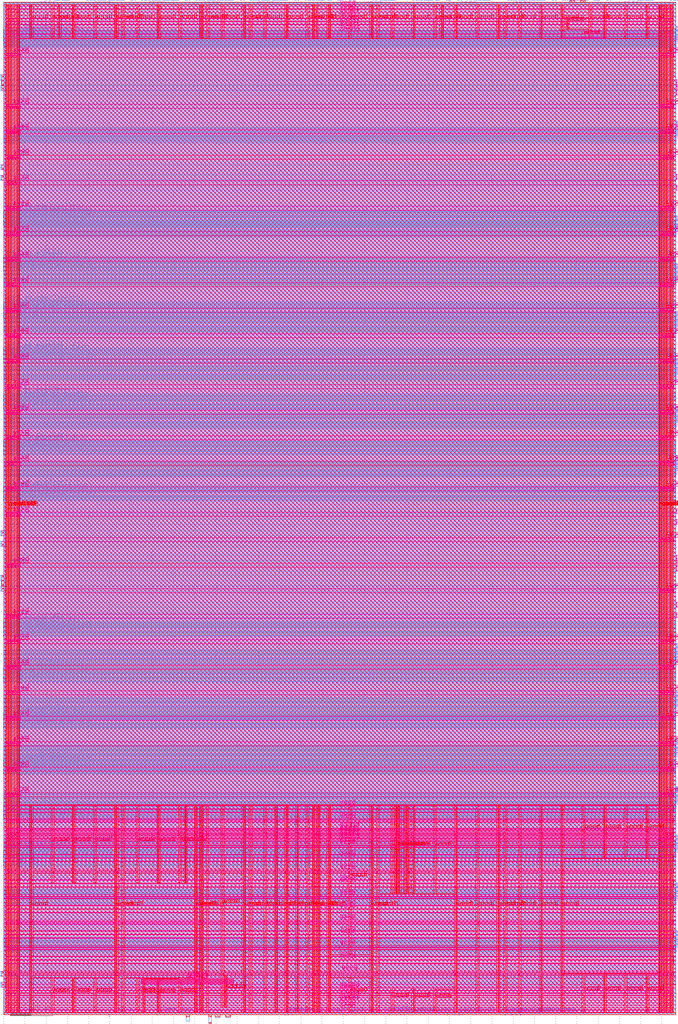
<source format=lef>
VERSION 5.7 ;
  NOWIREEXTENSIONATPIN ON ;
  DIVIDERCHAR "/" ;
  BUSBITCHARS "[]" ;
MACRO caravel_core
  CLASS BLOCK ;
  FOREIGN caravel_core ;
  ORIGIN 0.000 0.000 ;
  SIZE 3165.000 BY 4767.000 ;
  PIN clock_core
    DIRECTION INPUT ;
    USE SIGNAL ;
    PORT
      LAYER met2 ;
        RECT 725.135 -2.000 725.415 4.000 ;
    END
  END clock_core
  PIN flash_clk_frame
    DIRECTION OUTPUT TRISTATE ;
    USE SIGNAL ;
    PORT
      LAYER met2 ;
        RECT 1597.335 -2.000 1597.615 4.000 ;
    END
  END flash_clk_frame
  PIN flash_clk_oeb
    DIRECTION OUTPUT TRISTATE ;
    USE SIGNAL ;
    PORT
      LAYER met2 ;
        RECT 1612.975 -2.000 1613.255 4.000 ;
    END
  END flash_clk_oeb
  PIN flash_csb_frame
    DIRECTION OUTPUT TRISTATE ;
    USE SIGNAL ;
    PORT
      LAYER met2 ;
        RECT 1323.335 -2.000 1323.615 4.000 ;
    END
  END flash_csb_frame
  PIN flash_csb_oeb
    DIRECTION OUTPUT TRISTATE ;
    USE SIGNAL ;
    PORT
      LAYER met2 ;
        RECT 1338.975 -2.000 1339.255 4.000 ;
    END
  END flash_csb_oeb
  PIN flash_io0_di
    DIRECTION INPUT ;
    USE SIGNAL ;
    PORT
      LAYER met2 ;
        RECT 1816.135 -2.000 1816.415 4.000 ;
    END
  END flash_io0_di
  PIN flash_io0_do
    DIRECTION OUTPUT TRISTATE ;
    USE SIGNAL ;
    PORT
      LAYER met2 ;
        RECT 1871.335 -2.000 1871.615 4.000 ;
    END
  END flash_io0_do
  PIN flash_io0_ieb
    DIRECTION OUTPUT TRISTATE ;
    USE SIGNAL ;
    PORT
      LAYER met2 ;
        RECT 1849.715 -2.000 1849.995 4.000 ;
    END
  END flash_io0_ieb
  PIN flash_io0_oeb
    DIRECTION OUTPUT TRISTATE ;
    USE SIGNAL ;
    PORT
      LAYER met2 ;
        RECT 1886.975 -2.000 1887.255 4.000 ;
    END
  END flash_io0_oeb
  PIN flash_io1_di
    DIRECTION INPUT ;
    USE SIGNAL ;
    PORT
      LAYER met2 ;
        RECT 2090.135 -2.000 2090.415 4.000 ;
    END
  END flash_io1_di
  PIN flash_io1_do
    DIRECTION OUTPUT TRISTATE ;
    USE SIGNAL ;
    PORT
      LAYER met2 ;
        RECT 2145.335 -2.000 2145.615 4.000 ;
    END
  END flash_io1_do
  PIN flash_io1_ieb
    DIRECTION OUTPUT TRISTATE ;
    USE SIGNAL ;
    PORT
      LAYER met2 ;
        RECT 2123.715 -2.000 2123.995 4.000 ;
    END
  END flash_io1_ieb
  PIN flash_io1_oeb
    DIRECTION OUTPUT TRISTATE ;
    USE SIGNAL ;
    PORT
      LAYER met2 ;
        RECT 2160.975 -2.000 2161.255 4.000 ;
    END
  END flash_io1_oeb
  PIN gpio_in_core
    DIRECTION INPUT ;
    USE SIGNAL ;
    PORT
      LAYER met2 ;
        RECT 2364.135 -2.000 2364.415 4.000 ;
    END
  END gpio_in_core
  PIN gpio_inenb_core
    DIRECTION OUTPUT TRISTATE ;
    USE SIGNAL ;
    PORT
      LAYER met2 ;
        RECT 2397.715 -2.000 2397.995 4.000 ;
    END
  END gpio_inenb_core
  PIN gpio_mode0_core
    DIRECTION OUTPUT TRISTATE ;
    USE SIGNAL ;
    PORT
      LAYER met2 ;
        RECT 2391.735 -2.000 2392.015 4.000 ;
    END
  END gpio_mode0_core
  PIN gpio_mode1_core
    DIRECTION OUTPUT TRISTATE ;
    USE SIGNAL ;
    PORT
      LAYER met2 ;
        RECT 2413.355 -2.000 2413.635 4.000 ;
    END
  END gpio_mode1_core
  PIN gpio_out_core
    DIRECTION OUTPUT TRISTATE ;
    USE SIGNAL ;
    PORT
      LAYER met2 ;
        RECT 2419.335 -2.000 2419.615 4.000 ;
    END
  END gpio_out_core
  PIN gpio_outenb_core
    DIRECTION OUTPUT TRISTATE ;
    USE SIGNAL ;
    PORT
      LAYER met2 ;
        RECT 2434.975 -2.000 2435.255 4.000 ;
    END
  END gpio_outenb_core
  PIN mprj_analog_io[0]
    DIRECTION INOUT ;
    USE SIGNAL ;
    PORT
      LAYER met3 ;
        RECT 3161.000 2545.395 3167.185 2545.995 ;
    END
  END mprj_analog_io[0]
  PIN mprj_analog_io[10]
    DIRECTION INOUT ;
    USE SIGNAL ;
    PORT
      LAYER met2 ;
        RECT 2215.165 4763.000 2215.445 4768.935 ;
    END
  END mprj_analog_io[10]
  PIN mprj_analog_io[11]
    DIRECTION INOUT ;
    USE SIGNAL ;
    PORT
      LAYER met2 ;
        RECT 1770.165 4763.000 1770.445 4768.935 ;
    END
  END mprj_analog_io[11]
  PIN mprj_analog_io[12]
    DIRECTION INOUT ;
    USE SIGNAL ;
    PORT
      LAYER met2 ;
        RECT 1261.165 4763.000 1261.445 4768.935 ;
    END
  END mprj_analog_io[12]
  PIN mprj_analog_io[13]
    DIRECTION INOUT ;
    USE SIGNAL ;
    PORT
      LAYER met2 ;
        RECT 1003.165 4763.000 1003.445 4768.935 ;
    END
  END mprj_analog_io[13]
  PIN mprj_analog_io[14]
    DIRECTION INOUT ;
    USE SIGNAL ;
    PORT
      LAYER met2 ;
        RECT 746.165 4763.000 746.445 4768.935 ;
    END
  END mprj_analog_io[14]
  PIN mprj_analog_io[15]
    DIRECTION INOUT ;
    USE SIGNAL ;
    PORT
      LAYER met2 ;
        RECT 489.165 4763.000 489.445 4768.935 ;
    END
  END mprj_analog_io[15]
  PIN mprj_analog_io[16]
    DIRECTION INOUT ;
    USE SIGNAL ;
    PORT
      LAYER met2 ;
        RECT 232.165 4763.000 232.445 4768.935 ;
    END
  END mprj_analog_io[16]
  PIN mprj_analog_io[17]
    DIRECTION INOUT ;
    USE SIGNAL ;
    PORT
      LAYER met3 ;
        RECT -2.185 4623.005 4.000 4623.605 ;
    END
  END mprj_analog_io[17]
  PIN mprj_analog_io[18]
    DIRECTION INOUT ;
    USE SIGNAL ;
    PORT
      LAYER met3 ;
        RECT -2.185 3774.005 4.000 3774.605 ;
    END
  END mprj_analog_io[18]
  PIN mprj_analog_io[19]
    DIRECTION INOUT ;
    USE SIGNAL ;
    PORT
      LAYER met3 ;
        RECT -2.185 3558.005 4.000 3558.605 ;
    END
  END mprj_analog_io[19]
  PIN mprj_analog_io[1]
    DIRECTION INOUT ;
    USE SIGNAL ;
    PORT
      LAYER met3 ;
        RECT 3161.000 2771.395 3167.185 2771.995 ;
    END
  END mprj_analog_io[1]
  PIN mprj_analog_io[20]
    DIRECTION INOUT ;
    USE SIGNAL ;
    PORT
      LAYER met3 ;
        RECT -2.185 3342.005 4.000 3342.605 ;
    END
  END mprj_analog_io[20]
  PIN mprj_analog_io[21]
    DIRECTION INOUT ;
    USE SIGNAL ;
    PORT
      LAYER met3 ;
        RECT -2.185 3126.005 4.000 3126.605 ;
    END
  END mprj_analog_io[21]
  PIN mprj_analog_io[22]
    DIRECTION INOUT ;
    USE SIGNAL ;
    PORT
      LAYER met3 ;
        RECT -2.185 2910.005 4.000 2910.605 ;
    END
  END mprj_analog_io[22]
  PIN mprj_analog_io[23]
    DIRECTION INOUT ;
    USE SIGNAL ;
    PORT
      LAYER met3 ;
        RECT -2.185 2694.005 4.000 2694.605 ;
    END
  END mprj_analog_io[23]
  PIN mprj_analog_io[24]
    DIRECTION INOUT ;
    USE SIGNAL ;
    PORT
      LAYER met3 ;
        RECT -2.185 2478.005 4.000 2478.605 ;
    END
  END mprj_analog_io[24]
  PIN mprj_analog_io[25]
    DIRECTION INOUT ;
    USE SIGNAL ;
    PORT
      LAYER met3 ;
        RECT -2.185 1840.005 4.000 1840.605 ;
    END
  END mprj_analog_io[25]
  PIN mprj_analog_io[26]
    DIRECTION INOUT ;
    USE SIGNAL ;
    PORT
      LAYER met3 ;
        RECT -2.185 1624.005 4.000 1624.605 ;
    END
  END mprj_analog_io[26]
  PIN mprj_analog_io[27]
    DIRECTION INOUT ;
    USE SIGNAL ;
    PORT
      LAYER met3 ;
        RECT -2.185 1408.005 4.000 1408.605 ;
    END
  END mprj_analog_io[27]
  PIN mprj_analog_io[28]
    DIRECTION INOUT ;
    USE SIGNAL ;
    PORT
      LAYER met3 ;
        RECT -2.185 1192.005 4.000 1192.605 ;
    END
  END mprj_analog_io[28]
  PIN mprj_analog_io[2]
    DIRECTION INOUT ;
    USE SIGNAL ;
    PORT
      LAYER met3 ;
        RECT 3161.000 2996.395 3167.185 2996.995 ;
    END
  END mprj_analog_io[2]
  PIN mprj_analog_io[3]
    DIRECTION INOUT ;
    USE SIGNAL ;
    PORT
      LAYER met3 ;
        RECT 3161.000 3222.395 3167.185 3222.995 ;
    END
  END mprj_analog_io[3]
  PIN mprj_analog_io[4]
    DIRECTION INOUT ;
    USE SIGNAL ;
    PORT
      LAYER met3 ;
        RECT 3161.000 3447.395 3167.185 3447.995 ;
    END
  END mprj_analog_io[4]
  PIN mprj_analog_io[5]
    DIRECTION INOUT ;
    USE SIGNAL ;
    PORT
      LAYER met3 ;
        RECT 3161.000 3672.395 3167.185 3672.995 ;
    END
  END mprj_analog_io[5]
  PIN mprj_analog_io[6]
    DIRECTION INOUT ;
    USE SIGNAL ;
    PORT
      LAYER met3 ;
        RECT 3161.000 4118.395 3167.185 4118.995 ;
    END
  END mprj_analog_io[6]
  PIN mprj_analog_io[7]
    DIRECTION INOUT ;
    USE SIGNAL ;
    PORT
      LAYER met3 ;
        RECT 3161.000 4564.395 3167.185 4564.995 ;
    END
  END mprj_analog_io[7]
  PIN mprj_analog_io[8]
    DIRECTION INOUT ;
    USE SIGNAL ;
    PORT
      LAYER met2 ;
        RECT 2981.165 4763.000 2981.445 4768.935 ;
    END
  END mprj_analog_io[8]
  PIN mprj_analog_io[9]
    DIRECTION INOUT ;
    USE SIGNAL ;
    PORT
      LAYER met2 ;
        RECT 2472.165 4763.000 2472.445 4768.935 ;
    END
  END mprj_analog_io[9]
  PIN mprj_io_analog_en[0]
    DIRECTION OUTPUT TRISTATE ;
    USE SIGNAL ;
    PORT
      LAYER met3 ;
        RECT 3161.000 318.355 3167.185 318.955 ;
    END
  END mprj_io_analog_en[0]
  PIN mprj_io_analog_en[10]
    DIRECTION OUTPUT TRISTATE ;
    USE SIGNAL ;
    PORT
      LAYER met3 ;
        RECT 3161.000 3234.355 3167.185 3234.955 ;
    END
  END mprj_io_analog_en[10]
  PIN mprj_io_analog_en[11]
    DIRECTION OUTPUT TRISTATE ;
    USE SIGNAL ;
    PORT
      LAYER met3 ;
        RECT 3161.000 3459.355 3167.185 3459.955 ;
    END
  END mprj_io_analog_en[11]
  PIN mprj_io_analog_en[12]
    DIRECTION OUTPUT TRISTATE ;
    USE SIGNAL ;
    PORT
      LAYER met3 ;
        RECT 3161.000 3684.355 3167.185 3684.955 ;
    END
  END mprj_io_analog_en[12]
  PIN mprj_io_analog_en[13]
    DIRECTION OUTPUT TRISTATE ;
    USE SIGNAL ;
    PORT
      LAYER met3 ;
        RECT 3161.000 4130.355 3167.185 4130.955 ;
    END
  END mprj_io_analog_en[13]
  PIN mprj_io_analog_en[14]
    DIRECTION OUTPUT TRISTATE ;
    USE SIGNAL ;
    PORT
      LAYER met3 ;
        RECT 3161.000 4576.355 3167.185 4576.955 ;
    END
  END mprj_io_analog_en[14]
  PIN mprj_io_analog_en[15]
    DIRECTION OUTPUT TRISTATE ;
    USE SIGNAL ;
    PORT
      LAYER met2 ;
        RECT 2969.205 4763.000 2969.485 4768.935 ;
    END
  END mprj_io_analog_en[15]
  PIN mprj_io_analog_en[16]
    DIRECTION OUTPUT TRISTATE ;
    USE SIGNAL ;
    PORT
      LAYER met2 ;
        RECT 2460.205 4763.000 2460.485 4768.935 ;
    END
  END mprj_io_analog_en[16]
  PIN mprj_io_analog_en[17]
    DIRECTION OUTPUT TRISTATE ;
    USE SIGNAL ;
    PORT
      LAYER met2 ;
        RECT 2203.205 4763.000 2203.485 4768.935 ;
    END
  END mprj_io_analog_en[17]
  PIN mprj_io_analog_en[18]
    DIRECTION OUTPUT TRISTATE ;
    USE SIGNAL ;
    PORT
      LAYER met2 ;
        RECT 1758.205 4763.000 1758.485 4768.935 ;
    END
  END mprj_io_analog_en[18]
  PIN mprj_io_analog_en[19]
    DIRECTION OUTPUT TRISTATE ;
    USE SIGNAL ;
    PORT
      LAYER met2 ;
        RECT 1249.205 4763.000 1249.485 4768.935 ;
    END
  END mprj_io_analog_en[19]
  PIN mprj_io_analog_en[1]
    DIRECTION OUTPUT TRISTATE ;
    USE SIGNAL ;
    PORT
      LAYER met3 ;
        RECT 3161.000 544.355 3167.185 544.955 ;
    END
  END mprj_io_analog_en[1]
  PIN mprj_io_analog_en[20]
    DIRECTION OUTPUT TRISTATE ;
    USE SIGNAL ;
    PORT
      LAYER met2 ;
        RECT 991.205 4763.000 991.485 4768.935 ;
    END
  END mprj_io_analog_en[20]
  PIN mprj_io_analog_en[21]
    DIRECTION OUTPUT TRISTATE ;
    USE SIGNAL ;
    PORT
      LAYER met2 ;
        RECT 734.205 4763.000 734.485 4768.935 ;
    END
  END mprj_io_analog_en[21]
  PIN mprj_io_analog_en[22]
    DIRECTION OUTPUT TRISTATE ;
    USE SIGNAL ;
    PORT
      LAYER met2 ;
        RECT 477.205 4763.000 477.485 4768.935 ;
    END
  END mprj_io_analog_en[22]
  PIN mprj_io_analog_en[23]
    DIRECTION OUTPUT TRISTATE ;
    USE SIGNAL ;
    PORT
      LAYER met2 ;
        RECT 220.205 4763.000 220.485 4768.935 ;
    END
  END mprj_io_analog_en[23]
  PIN mprj_io_analog_en[24]
    DIRECTION OUTPUT TRISTATE ;
    USE SIGNAL ;
    PORT
      LAYER met3 ;
        RECT -2.185 4611.045 4.000 4611.645 ;
    END
  END mprj_io_analog_en[24]
  PIN mprj_io_analog_en[25]
    DIRECTION OUTPUT TRISTATE ;
    USE SIGNAL ;
    PORT
      LAYER met3 ;
        RECT -2.185 3762.045 4.000 3762.645 ;
    END
  END mprj_io_analog_en[25]
  PIN mprj_io_analog_en[26]
    DIRECTION OUTPUT TRISTATE ;
    USE SIGNAL ;
    PORT
      LAYER met3 ;
        RECT -2.185 3546.045 4.000 3546.645 ;
    END
  END mprj_io_analog_en[26]
  PIN mprj_io_analog_en[27]
    DIRECTION OUTPUT TRISTATE ;
    USE SIGNAL ;
    PORT
      LAYER met3 ;
        RECT -2.185 3330.045 4.000 3330.645 ;
    END
  END mprj_io_analog_en[27]
  PIN mprj_io_analog_en[28]
    DIRECTION OUTPUT TRISTATE ;
    USE SIGNAL ;
    PORT
      LAYER met3 ;
        RECT -2.185 3114.045 4.290 3114.645 ;
    END
  END mprj_io_analog_en[28]
  PIN mprj_io_analog_en[29]
    DIRECTION OUTPUT TRISTATE ;
    USE SIGNAL ;
    PORT
      LAYER met3 ;
        RECT -2.185 2898.045 4.000 2898.645 ;
    END
  END mprj_io_analog_en[29]
  PIN mprj_io_analog_en[2]
    DIRECTION OUTPUT TRISTATE ;
    USE SIGNAL ;
    PORT
      LAYER met3 ;
        RECT 3161.000 769.355 3167.185 769.955 ;
    END
  END mprj_io_analog_en[2]
  PIN mprj_io_analog_en[30]
    DIRECTION OUTPUT TRISTATE ;
    USE SIGNAL ;
    PORT
      LAYER met3 ;
        RECT -2.185 2682.045 4.000 2682.645 ;
    END
  END mprj_io_analog_en[30]
  PIN mprj_io_analog_en[31]
    DIRECTION OUTPUT TRISTATE ;
    USE SIGNAL ;
    PORT
      LAYER met3 ;
        RECT -2.185 2466.045 4.000 2466.645 ;
    END
  END mprj_io_analog_en[31]
  PIN mprj_io_analog_en[32]
    DIRECTION OUTPUT TRISTATE ;
    USE SIGNAL ;
    PORT
      LAYER met3 ;
        RECT -2.185 1828.045 4.000 1828.645 ;
    END
  END mprj_io_analog_en[32]
  PIN mprj_io_analog_en[33]
    DIRECTION OUTPUT TRISTATE ;
    USE SIGNAL ;
    PORT
      LAYER met3 ;
        RECT -2.185 1612.045 4.000 1612.645 ;
    END
  END mprj_io_analog_en[33]
  PIN mprj_io_analog_en[34]
    DIRECTION OUTPUT TRISTATE ;
    USE SIGNAL ;
    PORT
      LAYER met3 ;
        RECT -2.185 1396.045 4.000 1396.645 ;
    END
  END mprj_io_analog_en[34]
  PIN mprj_io_analog_en[35]
    DIRECTION OUTPUT TRISTATE ;
    USE SIGNAL ;
    PORT
      LAYER met3 ;
        RECT -2.185 1180.045 4.000 1180.645 ;
    END
  END mprj_io_analog_en[35]
  PIN mprj_io_analog_en[36]
    DIRECTION OUTPUT TRISTATE ;
    USE SIGNAL ;
    PORT
      LAYER met3 ;
        RECT -2.185 964.045 4.000 964.645 ;
    END
  END mprj_io_analog_en[36]
  PIN mprj_io_analog_en[37]
    DIRECTION OUTPUT TRISTATE ;
    USE SIGNAL ;
    PORT
      LAYER met3 ;
        RECT -2.185 748.045 4.000 748.645 ;
    END
  END mprj_io_analog_en[37]
  PIN mprj_io_analog_en[3]
    DIRECTION OUTPUT TRISTATE ;
    USE SIGNAL ;
    PORT
      LAYER met3 ;
        RECT 3161.000 995.355 3167.185 995.955 ;
    END
  END mprj_io_analog_en[3]
  PIN mprj_io_analog_en[4]
    DIRECTION OUTPUT TRISTATE ;
    USE SIGNAL ;
    PORT
      LAYER met3 ;
        RECT 3161.000 1220.355 3167.185 1220.955 ;
    END
  END mprj_io_analog_en[4]
  PIN mprj_io_analog_en[5]
    DIRECTION OUTPUT TRISTATE ;
    USE SIGNAL ;
    PORT
      LAYER met3 ;
        RECT 3161.000 1445.355 3167.185 1445.955 ;
    END
  END mprj_io_analog_en[5]
  PIN mprj_io_analog_en[6]
    DIRECTION OUTPUT TRISTATE ;
    USE SIGNAL ;
    PORT
      LAYER met3 ;
        RECT 3161.000 1671.355 3167.185 1671.955 ;
    END
  END mprj_io_analog_en[6]
  PIN mprj_io_analog_en[7]
    DIRECTION OUTPUT TRISTATE ;
    USE SIGNAL ;
    PORT
      LAYER met3 ;
        RECT 3161.000 2557.355 3167.185 2557.955 ;
    END
  END mprj_io_analog_en[7]
  PIN mprj_io_analog_en[8]
    DIRECTION OUTPUT TRISTATE ;
    USE SIGNAL ;
    PORT
      LAYER met3 ;
        RECT 3161.000 2783.355 3167.185 2783.955 ;
    END
  END mprj_io_analog_en[8]
  PIN mprj_io_analog_en[9]
    DIRECTION OUTPUT TRISTATE ;
    USE SIGNAL ;
    PORT
      LAYER met3 ;
        RECT 3161.000 3008.355 3167.185 3008.955 ;
    END
  END mprj_io_analog_en[9]
  PIN mprj_io_analog_pol[0]
    DIRECTION OUTPUT TRISTATE ;
    USE SIGNAL ;
    PORT
      LAYER met3 ;
        RECT 3161.000 324.795 3167.185 325.395 ;
    END
  END mprj_io_analog_pol[0]
  PIN mprj_io_analog_pol[10]
    DIRECTION OUTPUT TRISTATE ;
    USE SIGNAL ;
    PORT
      LAYER met3 ;
        RECT 3161.000 3240.795 3167.185 3241.395 ;
    END
  END mprj_io_analog_pol[10]
  PIN mprj_io_analog_pol[11]
    DIRECTION OUTPUT TRISTATE ;
    USE SIGNAL ;
    PORT
      LAYER met3 ;
        RECT 3161.000 3465.795 3167.185 3466.395 ;
    END
  END mprj_io_analog_pol[11]
  PIN mprj_io_analog_pol[12]
    DIRECTION OUTPUT TRISTATE ;
    USE SIGNAL ;
    PORT
      LAYER met3 ;
        RECT 3161.000 3690.795 3167.185 3691.395 ;
    END
  END mprj_io_analog_pol[12]
  PIN mprj_io_analog_pol[13]
    DIRECTION OUTPUT TRISTATE ;
    USE SIGNAL ;
    PORT
      LAYER met3 ;
        RECT 3161.000 4136.795 3167.185 4137.395 ;
    END
  END mprj_io_analog_pol[13]
  PIN mprj_io_analog_pol[14]
    DIRECTION OUTPUT TRISTATE ;
    USE SIGNAL ;
    PORT
      LAYER met3 ;
        RECT 3161.000 4582.795 3167.185 4583.395 ;
    END
  END mprj_io_analog_pol[14]
  PIN mprj_io_analog_pol[15]
    DIRECTION OUTPUT TRISTATE ;
    USE SIGNAL ;
    PORT
      LAYER met2 ;
        RECT 2962.765 4763.000 2963.045 4768.935 ;
    END
  END mprj_io_analog_pol[15]
  PIN mprj_io_analog_pol[16]
    DIRECTION OUTPUT TRISTATE ;
    USE SIGNAL ;
    PORT
      LAYER met2 ;
        RECT 2453.765 4763.000 2454.045 4768.935 ;
    END
  END mprj_io_analog_pol[16]
  PIN mprj_io_analog_pol[17]
    DIRECTION OUTPUT TRISTATE ;
    USE SIGNAL ;
    PORT
      LAYER met2 ;
        RECT 2196.765 4763.000 2197.045 4768.935 ;
    END
  END mprj_io_analog_pol[17]
  PIN mprj_io_analog_pol[18]
    DIRECTION OUTPUT TRISTATE ;
    USE SIGNAL ;
    PORT
      LAYER met2 ;
        RECT 1751.765 4763.000 1752.045 4768.935 ;
    END
  END mprj_io_analog_pol[18]
  PIN mprj_io_analog_pol[19]
    DIRECTION OUTPUT TRISTATE ;
    USE SIGNAL ;
    PORT
      LAYER met2 ;
        RECT 1242.765 4763.000 1243.045 4768.935 ;
    END
  END mprj_io_analog_pol[19]
  PIN mprj_io_analog_pol[1]
    DIRECTION OUTPUT TRISTATE ;
    USE SIGNAL ;
    PORT
      LAYER met3 ;
        RECT 3161.000 550.795 3167.185 551.395 ;
    END
  END mprj_io_analog_pol[1]
  PIN mprj_io_analog_pol[20]
    DIRECTION OUTPUT TRISTATE ;
    USE SIGNAL ;
    PORT
      LAYER met2 ;
        RECT 984.765 4763.000 985.045 4768.935 ;
    END
  END mprj_io_analog_pol[20]
  PIN mprj_io_analog_pol[21]
    DIRECTION OUTPUT TRISTATE ;
    USE SIGNAL ;
    PORT
      LAYER met2 ;
        RECT 727.765 4763.000 728.045 4768.935 ;
    END
  END mprj_io_analog_pol[21]
  PIN mprj_io_analog_pol[22]
    DIRECTION OUTPUT TRISTATE ;
    USE SIGNAL ;
    PORT
      LAYER met2 ;
        RECT 470.765 4763.000 471.045 4768.935 ;
    END
  END mprj_io_analog_pol[22]
  PIN mprj_io_analog_pol[23]
    DIRECTION OUTPUT TRISTATE ;
    USE SIGNAL ;
    PORT
      LAYER met2 ;
        RECT 213.765 4763.000 214.045 4768.935 ;
    END
  END mprj_io_analog_pol[23]
  PIN mprj_io_analog_pol[24]
    DIRECTION OUTPUT TRISTATE ;
    USE SIGNAL ;
    PORT
      LAYER met3 ;
        RECT -2.185 4604.605 4.000 4605.205 ;
    END
  END mprj_io_analog_pol[24]
  PIN mprj_io_analog_pol[25]
    DIRECTION OUTPUT TRISTATE ;
    USE SIGNAL ;
    PORT
      LAYER met3 ;
        RECT -2.185 3755.605 4.000 3756.205 ;
    END
  END mprj_io_analog_pol[25]
  PIN mprj_io_analog_pol[26]
    DIRECTION OUTPUT TRISTATE ;
    USE SIGNAL ;
    PORT
      LAYER met3 ;
        RECT -2.185 3539.605 4.000 3540.205 ;
    END
  END mprj_io_analog_pol[26]
  PIN mprj_io_analog_pol[27]
    DIRECTION OUTPUT TRISTATE ;
    USE SIGNAL ;
    PORT
      LAYER met3 ;
        RECT -2.185 3323.605 4.000 3324.205 ;
    END
  END mprj_io_analog_pol[27]
  PIN mprj_io_analog_pol[28]
    DIRECTION OUTPUT TRISTATE ;
    USE SIGNAL ;
    PORT
      LAYER met3 ;
        RECT -2.185 3107.605 4.000 3108.205 ;
    END
  END mprj_io_analog_pol[28]
  PIN mprj_io_analog_pol[29]
    DIRECTION OUTPUT TRISTATE ;
    USE SIGNAL ;
    PORT
      LAYER met3 ;
        RECT -2.185 2891.605 4.000 2892.205 ;
    END
  END mprj_io_analog_pol[29]
  PIN mprj_io_analog_pol[2]
    DIRECTION OUTPUT TRISTATE ;
    USE SIGNAL ;
    PORT
      LAYER met3 ;
        RECT 3161.000 775.795 3167.185 776.395 ;
    END
  END mprj_io_analog_pol[2]
  PIN mprj_io_analog_pol[30]
    DIRECTION OUTPUT TRISTATE ;
    USE SIGNAL ;
    PORT
      LAYER met3 ;
        RECT -2.185 2675.605 4.000 2676.205 ;
    END
  END mprj_io_analog_pol[30]
  PIN mprj_io_analog_pol[31]
    DIRECTION OUTPUT TRISTATE ;
    USE SIGNAL ;
    PORT
      LAYER met3 ;
        RECT -2.185 2459.605 4.000 2460.205 ;
    END
  END mprj_io_analog_pol[31]
  PIN mprj_io_analog_pol[32]
    DIRECTION OUTPUT TRISTATE ;
    USE SIGNAL ;
    PORT
      LAYER met3 ;
        RECT -2.185 1821.605 4.000 1822.205 ;
    END
  END mprj_io_analog_pol[32]
  PIN mprj_io_analog_pol[33]
    DIRECTION OUTPUT TRISTATE ;
    USE SIGNAL ;
    PORT
      LAYER met3 ;
        RECT -2.185 1605.605 4.000 1606.205 ;
    END
  END mprj_io_analog_pol[33]
  PIN mprj_io_analog_pol[34]
    DIRECTION OUTPUT TRISTATE ;
    USE SIGNAL ;
    PORT
      LAYER met3 ;
        RECT -2.185 1389.605 4.000 1390.205 ;
    END
  END mprj_io_analog_pol[34]
  PIN mprj_io_analog_pol[35]
    DIRECTION OUTPUT TRISTATE ;
    USE SIGNAL ;
    PORT
      LAYER met3 ;
        RECT -2.185 1173.605 4.000 1174.205 ;
    END
  END mprj_io_analog_pol[35]
  PIN mprj_io_analog_pol[36]
    DIRECTION OUTPUT TRISTATE ;
    USE SIGNAL ;
    PORT
      LAYER met3 ;
        RECT -2.185 957.605 4.000 958.205 ;
    END
  END mprj_io_analog_pol[36]
  PIN mprj_io_analog_pol[37]
    DIRECTION OUTPUT TRISTATE ;
    USE SIGNAL ;
    PORT
      LAYER met3 ;
        RECT -2.185 741.605 4.000 742.205 ;
    END
  END mprj_io_analog_pol[37]
  PIN mprj_io_analog_pol[3]
    DIRECTION OUTPUT TRISTATE ;
    USE SIGNAL ;
    PORT
      LAYER met3 ;
        RECT 3161.000 1001.795 3167.185 1002.395 ;
    END
  END mprj_io_analog_pol[3]
  PIN mprj_io_analog_pol[4]
    DIRECTION OUTPUT TRISTATE ;
    USE SIGNAL ;
    PORT
      LAYER met3 ;
        RECT 3161.000 1226.795 3167.185 1227.395 ;
    END
  END mprj_io_analog_pol[4]
  PIN mprj_io_analog_pol[5]
    DIRECTION OUTPUT TRISTATE ;
    USE SIGNAL ;
    PORT
      LAYER met3 ;
        RECT 3161.000 1451.795 3167.185 1452.395 ;
    END
  END mprj_io_analog_pol[5]
  PIN mprj_io_analog_pol[6]
    DIRECTION OUTPUT TRISTATE ;
    USE SIGNAL ;
    PORT
      LAYER met3 ;
        RECT 3161.000 1677.795 3167.185 1678.395 ;
    END
  END mprj_io_analog_pol[6]
  PIN mprj_io_analog_pol[7]
    DIRECTION OUTPUT TRISTATE ;
    USE SIGNAL ;
    PORT
      LAYER met3 ;
        RECT 3161.000 2563.795 3167.185 2564.395 ;
    END
  END mprj_io_analog_pol[7]
  PIN mprj_io_analog_pol[8]
    DIRECTION OUTPUT TRISTATE ;
    USE SIGNAL ;
    PORT
      LAYER met3 ;
        RECT 3161.000 2789.795 3167.185 2790.395 ;
    END
  END mprj_io_analog_pol[8]
  PIN mprj_io_analog_pol[9]
    DIRECTION OUTPUT TRISTATE ;
    USE SIGNAL ;
    PORT
      LAYER met3 ;
        RECT 3161.000 3014.795 3167.185 3015.395 ;
    END
  END mprj_io_analog_pol[9]
  PIN mprj_io_analog_sel[0]
    DIRECTION OUTPUT TRISTATE ;
    USE SIGNAL ;
    PORT
      LAYER met3 ;
        RECT 3161.000 339.975 3167.185 340.575 ;
    END
  END mprj_io_analog_sel[0]
  PIN mprj_io_analog_sel[10]
    DIRECTION OUTPUT TRISTATE ;
    USE SIGNAL ;
    PORT
      LAYER met3 ;
        RECT 3161.000 3255.975 3167.185 3256.575 ;
    END
  END mprj_io_analog_sel[10]
  PIN mprj_io_analog_sel[11]
    DIRECTION OUTPUT TRISTATE ;
    USE SIGNAL ;
    PORT
      LAYER met3 ;
        RECT 3161.000 3480.975 3167.185 3481.575 ;
    END
  END mprj_io_analog_sel[11]
  PIN mprj_io_analog_sel[12]
    DIRECTION OUTPUT TRISTATE ;
    USE SIGNAL ;
    PORT
      LAYER met3 ;
        RECT 3161.000 3705.975 3167.185 3706.575 ;
    END
  END mprj_io_analog_sel[12]
  PIN mprj_io_analog_sel[13]
    DIRECTION OUTPUT TRISTATE ;
    USE SIGNAL ;
    PORT
      LAYER met3 ;
        RECT 3161.000 4151.975 3167.185 4152.575 ;
    END
  END mprj_io_analog_sel[13]
  PIN mprj_io_analog_sel[14]
    DIRECTION OUTPUT TRISTATE ;
    USE SIGNAL ;
    PORT
      LAYER met3 ;
        RECT 3161.000 4597.975 3167.185 4598.575 ;
    END
  END mprj_io_analog_sel[14]
  PIN mprj_io_analog_sel[15]
    DIRECTION OUTPUT TRISTATE ;
    USE SIGNAL ;
    PORT
      LAYER met2 ;
        RECT 2947.585 4763.000 2947.865 4768.935 ;
    END
  END mprj_io_analog_sel[15]
  PIN mprj_io_analog_sel[16]
    DIRECTION OUTPUT TRISTATE ;
    USE SIGNAL ;
    PORT
      LAYER met2 ;
        RECT 2438.585 4763.000 2438.865 4768.935 ;
    END
  END mprj_io_analog_sel[16]
  PIN mprj_io_analog_sel[17]
    DIRECTION OUTPUT TRISTATE ;
    USE SIGNAL ;
    PORT
      LAYER met2 ;
        RECT 2181.585 4763.000 2181.865 4768.935 ;
    END
  END mprj_io_analog_sel[17]
  PIN mprj_io_analog_sel[18]
    DIRECTION OUTPUT TRISTATE ;
    USE SIGNAL ;
    PORT
      LAYER met2 ;
        RECT 1736.585 4763.000 1736.865 4768.935 ;
    END
  END mprj_io_analog_sel[18]
  PIN mprj_io_analog_sel[19]
    DIRECTION OUTPUT TRISTATE ;
    USE SIGNAL ;
    PORT
      LAYER met2 ;
        RECT 1227.585 4763.000 1227.865 4768.935 ;
    END
  END mprj_io_analog_sel[19]
  PIN mprj_io_analog_sel[1]
    DIRECTION OUTPUT TRISTATE ;
    USE SIGNAL ;
    PORT
      LAYER met3 ;
        RECT 3161.000 565.975 3167.185 566.575 ;
    END
  END mprj_io_analog_sel[1]
  PIN mprj_io_analog_sel[20]
    DIRECTION OUTPUT TRISTATE ;
    USE SIGNAL ;
    PORT
      LAYER met2 ;
        RECT 969.585 4763.000 969.865 4768.935 ;
    END
  END mprj_io_analog_sel[20]
  PIN mprj_io_analog_sel[21]
    DIRECTION OUTPUT TRISTATE ;
    USE SIGNAL ;
    PORT
      LAYER met2 ;
        RECT 712.585 4763.000 712.865 4768.935 ;
    END
  END mprj_io_analog_sel[21]
  PIN mprj_io_analog_sel[22]
    DIRECTION OUTPUT TRISTATE ;
    USE SIGNAL ;
    PORT
      LAYER met2 ;
        RECT 455.585 4763.000 455.865 4768.935 ;
    END
  END mprj_io_analog_sel[22]
  PIN mprj_io_analog_sel[23]
    DIRECTION OUTPUT TRISTATE ;
    USE SIGNAL ;
    PORT
      LAYER met2 ;
        RECT 198.585 4763.000 198.865 4768.935 ;
    END
  END mprj_io_analog_sel[23]
  PIN mprj_io_analog_sel[24]
    DIRECTION OUTPUT TRISTATE ;
    USE SIGNAL ;
    PORT
      LAYER met3 ;
        RECT -2.185 4589.425 4.000 4590.025 ;
    END
  END mprj_io_analog_sel[24]
  PIN mprj_io_analog_sel[25]
    DIRECTION OUTPUT TRISTATE ;
    USE SIGNAL ;
    PORT
      LAYER met3 ;
        RECT -2.185 3740.425 4.000 3741.025 ;
    END
  END mprj_io_analog_sel[25]
  PIN mprj_io_analog_sel[26]
    DIRECTION OUTPUT TRISTATE ;
    USE SIGNAL ;
    PORT
      LAYER met3 ;
        RECT -2.185 3524.425 4.000 3525.025 ;
    END
  END mprj_io_analog_sel[26]
  PIN mprj_io_analog_sel[27]
    DIRECTION OUTPUT TRISTATE ;
    USE SIGNAL ;
    PORT
      LAYER met3 ;
        RECT -2.185 3308.425 4.000 3309.025 ;
    END
  END mprj_io_analog_sel[27]
  PIN mprj_io_analog_sel[28]
    DIRECTION OUTPUT TRISTATE ;
    USE SIGNAL ;
    PORT
      LAYER met3 ;
        RECT -2.185 3092.425 4.000 3093.025 ;
    END
  END mprj_io_analog_sel[28]
  PIN mprj_io_analog_sel[29]
    DIRECTION OUTPUT TRISTATE ;
    USE SIGNAL ;
    PORT
      LAYER met3 ;
        RECT -2.185 2876.425 4.000 2877.025 ;
    END
  END mprj_io_analog_sel[29]
  PIN mprj_io_analog_sel[2]
    DIRECTION OUTPUT TRISTATE ;
    USE SIGNAL ;
    PORT
      LAYER met3 ;
        RECT 3161.000 790.975 3167.185 791.575 ;
    END
  END mprj_io_analog_sel[2]
  PIN mprj_io_analog_sel[30]
    DIRECTION OUTPUT TRISTATE ;
    USE SIGNAL ;
    PORT
      LAYER met3 ;
        RECT -2.185 2660.425 4.000 2661.025 ;
    END
  END mprj_io_analog_sel[30]
  PIN mprj_io_analog_sel[31]
    DIRECTION OUTPUT TRISTATE ;
    USE SIGNAL ;
    PORT
      LAYER met3 ;
        RECT -2.185 2444.425 4.000 2445.025 ;
    END
  END mprj_io_analog_sel[31]
  PIN mprj_io_analog_sel[32]
    DIRECTION OUTPUT TRISTATE ;
    USE SIGNAL ;
    PORT
      LAYER met3 ;
        RECT -2.185 1806.425 4.000 1807.025 ;
    END
  END mprj_io_analog_sel[32]
  PIN mprj_io_analog_sel[33]
    DIRECTION OUTPUT TRISTATE ;
    USE SIGNAL ;
    PORT
      LAYER met3 ;
        RECT -2.185 1590.425 4.000 1591.025 ;
    END
  END mprj_io_analog_sel[33]
  PIN mprj_io_analog_sel[34]
    DIRECTION OUTPUT TRISTATE ;
    USE SIGNAL ;
    PORT
      LAYER met3 ;
        RECT -2.185 1374.425 4.000 1375.025 ;
    END
  END mprj_io_analog_sel[34]
  PIN mprj_io_analog_sel[35]
    DIRECTION OUTPUT TRISTATE ;
    USE SIGNAL ;
    PORT
      LAYER met3 ;
        RECT -2.185 1158.425 4.000 1159.025 ;
    END
  END mprj_io_analog_sel[35]
  PIN mprj_io_analog_sel[36]
    DIRECTION OUTPUT TRISTATE ;
    USE SIGNAL ;
    PORT
      LAYER met3 ;
        RECT -2.185 942.425 4.000 943.025 ;
    END
  END mprj_io_analog_sel[36]
  PIN mprj_io_analog_sel[37]
    DIRECTION OUTPUT TRISTATE ;
    USE SIGNAL ;
    PORT
      LAYER met3 ;
        RECT -2.185 726.425 4.000 727.025 ;
    END
  END mprj_io_analog_sel[37]
  PIN mprj_io_analog_sel[3]
    DIRECTION OUTPUT TRISTATE ;
    USE SIGNAL ;
    PORT
      LAYER met3 ;
        RECT 3161.000 1016.975 3167.185 1017.575 ;
    END
  END mprj_io_analog_sel[3]
  PIN mprj_io_analog_sel[4]
    DIRECTION OUTPUT TRISTATE ;
    USE SIGNAL ;
    PORT
      LAYER met3 ;
        RECT 3161.000 1241.975 3167.185 1242.575 ;
    END
  END mprj_io_analog_sel[4]
  PIN mprj_io_analog_sel[5]
    DIRECTION OUTPUT TRISTATE ;
    USE SIGNAL ;
    PORT
      LAYER met3 ;
        RECT 3161.000 1466.975 3167.185 1467.575 ;
    END
  END mprj_io_analog_sel[5]
  PIN mprj_io_analog_sel[6]
    DIRECTION OUTPUT TRISTATE ;
    USE SIGNAL ;
    PORT
      LAYER met3 ;
        RECT 3161.000 1692.975 3167.185 1693.575 ;
    END
  END mprj_io_analog_sel[6]
  PIN mprj_io_analog_sel[7]
    DIRECTION OUTPUT TRISTATE ;
    USE SIGNAL ;
    PORT
      LAYER met3 ;
        RECT 3161.000 2578.975 3167.185 2579.575 ;
    END
  END mprj_io_analog_sel[7]
  PIN mprj_io_analog_sel[8]
    DIRECTION OUTPUT TRISTATE ;
    USE SIGNAL ;
    PORT
      LAYER met3 ;
        RECT 3161.000 2804.975 3167.185 2805.575 ;
    END
  END mprj_io_analog_sel[8]
  PIN mprj_io_analog_sel[9]
    DIRECTION OUTPUT TRISTATE ;
    USE SIGNAL ;
    PORT
      LAYER met3 ;
        RECT 3161.000 3029.975 3167.185 3030.575 ;
    END
  END mprj_io_analog_sel[9]
  PIN mprj_io_dm[0]
    DIRECTION OUTPUT TRISTATE ;
    USE SIGNAL ;
    PORT
      LAYER met3 ;
        RECT 3161.000 321.575 3167.185 322.175 ;
    END
  END mprj_io_dm[0]
  PIN mprj_io_dm[100]
    DIRECTION OUTPUT TRISTATE ;
    USE SIGNAL ;
    PORT
      LAYER met3 ;
        RECT -2.185 1618.025 4.000 1618.625 ;
    END
  END mprj_io_dm[100]
  PIN mprj_io_dm[101]
    DIRECTION OUTPUT TRISTATE ;
    USE SIGNAL ;
    PORT
      LAYER met3 ;
        RECT -2.185 1587.205 4.000 1587.805 ;
    END
  END mprj_io_dm[101]
  PIN mprj_io_dm[102]
    DIRECTION OUTPUT TRISTATE ;
    USE SIGNAL ;
    PORT
      LAYER met3 ;
        RECT -2.185 1392.825 4.000 1393.425 ;
    END
  END mprj_io_dm[102]
  PIN mprj_io_dm[103]
    DIRECTION OUTPUT TRISTATE ;
    USE SIGNAL ;
    PORT
      LAYER met3 ;
        RECT -2.185 1402.025 4.000 1402.625 ;
    END
  END mprj_io_dm[103]
  PIN mprj_io_dm[104]
    DIRECTION OUTPUT TRISTATE ;
    USE SIGNAL ;
    PORT
      LAYER met3 ;
        RECT -2.185 1371.205 4.000 1371.805 ;
    END
  END mprj_io_dm[104]
  PIN mprj_io_dm[105]
    DIRECTION OUTPUT TRISTATE ;
    USE SIGNAL ;
    PORT
      LAYER met3 ;
        RECT -2.185 1176.825 4.290 1177.425 ;
    END
  END mprj_io_dm[105]
  PIN mprj_io_dm[106]
    DIRECTION OUTPUT TRISTATE ;
    USE SIGNAL ;
    PORT
      LAYER met3 ;
        RECT -2.185 1186.025 4.000 1186.625 ;
    END
  END mprj_io_dm[106]
  PIN mprj_io_dm[107]
    DIRECTION OUTPUT TRISTATE ;
    USE SIGNAL ;
    PORT
      LAYER met3 ;
        RECT -2.185 1155.205 4.000 1155.805 ;
    END
  END mprj_io_dm[107]
  PIN mprj_io_dm[108]
    DIRECTION OUTPUT TRISTATE ;
    USE SIGNAL ;
    PORT
      LAYER met3 ;
        RECT -2.185 960.825 4.000 961.425 ;
    END
  END mprj_io_dm[108]
  PIN mprj_io_dm[109]
    DIRECTION OUTPUT TRISTATE ;
    USE SIGNAL ;
    PORT
      LAYER met3 ;
        RECT -2.185 970.025 4.000 970.625 ;
    END
  END mprj_io_dm[109]
  PIN mprj_io_dm[10]
    DIRECTION OUTPUT TRISTATE ;
    USE SIGNAL ;
    PORT
      LAYER met3 ;
        RECT 3161.000 989.375 3167.185 989.975 ;
    END
  END mprj_io_dm[10]
  PIN mprj_io_dm[110]
    DIRECTION OUTPUT TRISTATE ;
    USE SIGNAL ;
    PORT
      LAYER met3 ;
        RECT -2.185 939.205 4.000 939.805 ;
    END
  END mprj_io_dm[110]
  PIN mprj_io_dm[111]
    DIRECTION OUTPUT TRISTATE ;
    USE SIGNAL ;
    PORT
      LAYER met3 ;
        RECT -2.185 744.825 4.000 745.425 ;
    END
  END mprj_io_dm[111]
  PIN mprj_io_dm[112]
    DIRECTION OUTPUT TRISTATE ;
    USE SIGNAL ;
    PORT
      LAYER met3 ;
        RECT -2.185 754.025 4.000 754.625 ;
    END
  END mprj_io_dm[112]
  PIN mprj_io_dm[113]
    DIRECTION OUTPUT TRISTATE ;
    USE SIGNAL ;
    PORT
      LAYER met3 ;
        RECT -2.185 723.205 4.000 723.805 ;
    END
  END mprj_io_dm[113]
  PIN mprj_io_dm[11]
    DIRECTION OUTPUT TRISTATE ;
    USE SIGNAL ;
    PORT
      LAYER met3 ;
        RECT 3161.000 1020.195 3167.185 1020.795 ;
    END
  END mprj_io_dm[11]
  PIN mprj_io_dm[12]
    DIRECTION OUTPUT TRISTATE ;
    USE SIGNAL ;
    PORT
      LAYER met3 ;
        RECT 3161.000 1223.575 3167.185 1224.175 ;
    END
  END mprj_io_dm[12]
  PIN mprj_io_dm[13]
    DIRECTION OUTPUT TRISTATE ;
    USE SIGNAL ;
    PORT
      LAYER met3 ;
        RECT 3161.000 1214.375 3167.185 1214.975 ;
    END
  END mprj_io_dm[13]
  PIN mprj_io_dm[14]
    DIRECTION OUTPUT TRISTATE ;
    USE SIGNAL ;
    PORT
      LAYER met3 ;
        RECT 3161.000 1245.195 3167.185 1245.795 ;
    END
  END mprj_io_dm[14]
  PIN mprj_io_dm[15]
    DIRECTION OUTPUT TRISTATE ;
    USE SIGNAL ;
    PORT
      LAYER met3 ;
        RECT 3161.000 1448.575 3167.185 1449.175 ;
    END
  END mprj_io_dm[15]
  PIN mprj_io_dm[16]
    DIRECTION OUTPUT TRISTATE ;
    USE SIGNAL ;
    PORT
      LAYER met3 ;
        RECT 3161.000 1439.375 3167.185 1439.975 ;
    END
  END mprj_io_dm[16]
  PIN mprj_io_dm[17]
    DIRECTION OUTPUT TRISTATE ;
    USE SIGNAL ;
    PORT
      LAYER met3 ;
        RECT 3161.000 1470.195 3167.185 1470.795 ;
    END
  END mprj_io_dm[17]
  PIN mprj_io_dm[18]
    DIRECTION OUTPUT TRISTATE ;
    USE SIGNAL ;
    PORT
      LAYER met3 ;
        RECT 3161.000 1674.575 3167.185 1675.175 ;
    END
  END mprj_io_dm[18]
  PIN mprj_io_dm[19]
    DIRECTION OUTPUT TRISTATE ;
    USE SIGNAL ;
    PORT
      LAYER met3 ;
        RECT 3161.000 1665.375 3167.185 1665.975 ;
    END
  END mprj_io_dm[19]
  PIN mprj_io_dm[1]
    DIRECTION OUTPUT TRISTATE ;
    USE SIGNAL ;
    PORT
      LAYER met3 ;
        RECT 3161.000 312.375 3167.185 312.975 ;
    END
  END mprj_io_dm[1]
  PIN mprj_io_dm[20]
    DIRECTION OUTPUT TRISTATE ;
    USE SIGNAL ;
    PORT
      LAYER met3 ;
        RECT 3161.000 1696.195 3167.185 1696.795 ;
    END
  END mprj_io_dm[20]
  PIN mprj_io_dm[21]
    DIRECTION OUTPUT TRISTATE ;
    USE SIGNAL ;
    PORT
      LAYER met3 ;
        RECT 3161.000 2560.575 3167.185 2561.175 ;
    END
  END mprj_io_dm[21]
  PIN mprj_io_dm[22]
    DIRECTION OUTPUT TRISTATE ;
    USE SIGNAL ;
    PORT
      LAYER met3 ;
        RECT 3161.000 2551.375 3167.185 2551.975 ;
    END
  END mprj_io_dm[22]
  PIN mprj_io_dm[23]
    DIRECTION OUTPUT TRISTATE ;
    USE SIGNAL ;
    PORT
      LAYER met3 ;
        RECT 3161.000 2582.195 3167.185 2582.795 ;
    END
  END mprj_io_dm[23]
  PIN mprj_io_dm[24]
    DIRECTION OUTPUT TRISTATE ;
    USE SIGNAL ;
    PORT
      LAYER met3 ;
        RECT 3161.000 2786.575 3167.185 2787.175 ;
    END
  END mprj_io_dm[24]
  PIN mprj_io_dm[25]
    DIRECTION OUTPUT TRISTATE ;
    USE SIGNAL ;
    PORT
      LAYER met3 ;
        RECT 3161.000 2777.375 3167.185 2777.975 ;
    END
  END mprj_io_dm[25]
  PIN mprj_io_dm[26]
    DIRECTION OUTPUT TRISTATE ;
    USE SIGNAL ;
    PORT
      LAYER met3 ;
        RECT 3161.000 2808.195 3167.185 2808.795 ;
    END
  END mprj_io_dm[26]
  PIN mprj_io_dm[27]
    DIRECTION OUTPUT TRISTATE ;
    USE SIGNAL ;
    PORT
      LAYER met3 ;
        RECT 3161.000 3011.575 3167.185 3012.175 ;
    END
  END mprj_io_dm[27]
  PIN mprj_io_dm[28]
    DIRECTION OUTPUT TRISTATE ;
    USE SIGNAL ;
    PORT
      LAYER met3 ;
        RECT 3161.000 3002.375 3167.185 3002.975 ;
    END
  END mprj_io_dm[28]
  PIN mprj_io_dm[29]
    DIRECTION OUTPUT TRISTATE ;
    USE SIGNAL ;
    PORT
      LAYER met3 ;
        RECT 3161.000 3033.195 3167.185 3033.795 ;
    END
  END mprj_io_dm[29]
  PIN mprj_io_dm[2]
    DIRECTION OUTPUT TRISTATE ;
    USE SIGNAL ;
    PORT
      LAYER met3 ;
        RECT 3161.000 343.195 3167.185 343.795 ;
    END
  END mprj_io_dm[2]
  PIN mprj_io_dm[30]
    DIRECTION OUTPUT TRISTATE ;
    USE SIGNAL ;
    PORT
      LAYER met3 ;
        RECT 3161.000 3237.575 3167.185 3238.175 ;
    END
  END mprj_io_dm[30]
  PIN mprj_io_dm[31]
    DIRECTION OUTPUT TRISTATE ;
    USE SIGNAL ;
    PORT
      LAYER met3 ;
        RECT 3161.000 3228.375 3167.185 3228.975 ;
    END
  END mprj_io_dm[31]
  PIN mprj_io_dm[32]
    DIRECTION OUTPUT TRISTATE ;
    USE SIGNAL ;
    PORT
      LAYER met3 ;
        RECT 3161.000 3259.195 3167.185 3259.795 ;
    END
  END mprj_io_dm[32]
  PIN mprj_io_dm[33]
    DIRECTION OUTPUT TRISTATE ;
    USE SIGNAL ;
    PORT
      LAYER met3 ;
        RECT 3161.000 3462.575 3167.185 3463.175 ;
    END
  END mprj_io_dm[33]
  PIN mprj_io_dm[34]
    DIRECTION OUTPUT TRISTATE ;
    USE SIGNAL ;
    PORT
      LAYER met3 ;
        RECT 3161.000 3453.375 3167.185 3453.975 ;
    END
  END mprj_io_dm[34]
  PIN mprj_io_dm[35]
    DIRECTION OUTPUT TRISTATE ;
    USE SIGNAL ;
    PORT
      LAYER met3 ;
        RECT 3161.000 3484.195 3167.185 3484.795 ;
    END
  END mprj_io_dm[35]
  PIN mprj_io_dm[36]
    DIRECTION OUTPUT TRISTATE ;
    USE SIGNAL ;
    PORT
      LAYER met3 ;
        RECT 3161.000 3687.575 3167.185 3688.175 ;
    END
  END mprj_io_dm[36]
  PIN mprj_io_dm[37]
    DIRECTION OUTPUT TRISTATE ;
    USE SIGNAL ;
    PORT
      LAYER met3 ;
        RECT 3161.000 3678.375 3167.185 3678.975 ;
    END
  END mprj_io_dm[37]
  PIN mprj_io_dm[38]
    DIRECTION OUTPUT TRISTATE ;
    USE SIGNAL ;
    PORT
      LAYER met3 ;
        RECT 3161.000 3709.195 3167.185 3709.795 ;
    END
  END mprj_io_dm[38]
  PIN mprj_io_dm[39]
    DIRECTION OUTPUT TRISTATE ;
    USE SIGNAL ;
    PORT
      LAYER met3 ;
        RECT 3161.000 4133.575 3167.185 4134.175 ;
    END
  END mprj_io_dm[39]
  PIN mprj_io_dm[3]
    DIRECTION OUTPUT TRISTATE ;
    USE SIGNAL ;
    PORT
      LAYER met3 ;
        RECT 3161.000 547.575 3167.185 548.175 ;
    END
  END mprj_io_dm[3]
  PIN mprj_io_dm[40]
    DIRECTION OUTPUT TRISTATE ;
    USE SIGNAL ;
    PORT
      LAYER met3 ;
        RECT 3161.000 4124.375 3167.185 4124.975 ;
    END
  END mprj_io_dm[40]
  PIN mprj_io_dm[41]
    DIRECTION OUTPUT TRISTATE ;
    USE SIGNAL ;
    PORT
      LAYER met3 ;
        RECT 3161.000 4155.195 3167.185 4155.795 ;
    END
  END mprj_io_dm[41]
  PIN mprj_io_dm[42]
    DIRECTION OUTPUT TRISTATE ;
    USE SIGNAL ;
    PORT
      LAYER met3 ;
        RECT 3161.000 4579.575 3167.185 4580.175 ;
    END
  END mprj_io_dm[42]
  PIN mprj_io_dm[43]
    DIRECTION OUTPUT TRISTATE ;
    USE SIGNAL ;
    PORT
      LAYER met3 ;
        RECT 3161.000 4570.375 3167.185 4570.975 ;
    END
  END mprj_io_dm[43]
  PIN mprj_io_dm[44]
    DIRECTION OUTPUT TRISTATE ;
    USE SIGNAL ;
    PORT
      LAYER met3 ;
        RECT 3161.000 4601.195 3167.185 4601.795 ;
    END
  END mprj_io_dm[44]
  PIN mprj_io_dm[45]
    DIRECTION OUTPUT TRISTATE ;
    USE SIGNAL ;
    PORT
      LAYER met2 ;
        RECT 2965.985 4763.000 2966.265 4768.935 ;
    END
  END mprj_io_dm[45]
  PIN mprj_io_dm[46]
    DIRECTION OUTPUT TRISTATE ;
    USE SIGNAL ;
    PORT
      LAYER met2 ;
        RECT 2975.185 4763.000 2975.465 4768.935 ;
    END
  END mprj_io_dm[46]
  PIN mprj_io_dm[47]
    DIRECTION OUTPUT TRISTATE ;
    USE SIGNAL ;
    PORT
      LAYER met2 ;
        RECT 2944.365 4763.000 2944.645 4768.935 ;
    END
  END mprj_io_dm[47]
  PIN mprj_io_dm[48]
    DIRECTION OUTPUT TRISTATE ;
    USE SIGNAL ;
    PORT
      LAYER met2 ;
        RECT 2456.985 4763.000 2457.265 4768.935 ;
    END
  END mprj_io_dm[48]
  PIN mprj_io_dm[49]
    DIRECTION OUTPUT TRISTATE ;
    USE SIGNAL ;
    PORT
      LAYER met2 ;
        RECT 2466.185 4763.000 2466.465 4768.935 ;
    END
  END mprj_io_dm[49]
  PIN mprj_io_dm[4]
    DIRECTION OUTPUT TRISTATE ;
    USE SIGNAL ;
    PORT
      LAYER met3 ;
        RECT 3161.000 538.375 3167.185 538.975 ;
    END
  END mprj_io_dm[4]
  PIN mprj_io_dm[50]
    DIRECTION OUTPUT TRISTATE ;
    USE SIGNAL ;
    PORT
      LAYER met2 ;
        RECT 2435.365 4763.000 2435.645 4768.935 ;
    END
  END mprj_io_dm[50]
  PIN mprj_io_dm[51]
    DIRECTION OUTPUT TRISTATE ;
    USE SIGNAL ;
    PORT
      LAYER met2 ;
        RECT 2199.985 4763.000 2200.265 4768.935 ;
    END
  END mprj_io_dm[51]
  PIN mprj_io_dm[52]
    DIRECTION OUTPUT TRISTATE ;
    USE SIGNAL ;
    PORT
      LAYER met2 ;
        RECT 2209.185 4763.000 2209.465 4768.935 ;
    END
  END mprj_io_dm[52]
  PIN mprj_io_dm[53]
    DIRECTION OUTPUT TRISTATE ;
    USE SIGNAL ;
    PORT
      LAYER met2 ;
        RECT 2178.365 4763.000 2178.645 4768.935 ;
    END
  END mprj_io_dm[53]
  PIN mprj_io_dm[54]
    DIRECTION OUTPUT TRISTATE ;
    USE SIGNAL ;
    PORT
      LAYER met2 ;
        RECT 1754.985 4763.000 1755.265 4768.935 ;
    END
  END mprj_io_dm[54]
  PIN mprj_io_dm[55]
    DIRECTION OUTPUT TRISTATE ;
    USE SIGNAL ;
    PORT
      LAYER met2 ;
        RECT 1764.185 4763.000 1764.465 4768.935 ;
    END
  END mprj_io_dm[55]
  PIN mprj_io_dm[56]
    DIRECTION OUTPUT TRISTATE ;
    USE SIGNAL ;
    PORT
      LAYER met2 ;
        RECT 1733.365 4763.000 1733.645 4768.935 ;
    END
  END mprj_io_dm[56]
  PIN mprj_io_dm[57]
    DIRECTION OUTPUT TRISTATE ;
    USE SIGNAL ;
    PORT
      LAYER met2 ;
        RECT 1245.985 4763.000 1246.265 4768.935 ;
    END
  END mprj_io_dm[57]
  PIN mprj_io_dm[58]
    DIRECTION OUTPUT TRISTATE ;
    USE SIGNAL ;
    PORT
      LAYER met2 ;
        RECT 1255.185 4763.000 1255.465 4768.935 ;
    END
  END mprj_io_dm[58]
  PIN mprj_io_dm[59]
    DIRECTION OUTPUT TRISTATE ;
    USE SIGNAL ;
    PORT
      LAYER met2 ;
        RECT 1224.365 4763.000 1224.645 4768.935 ;
    END
  END mprj_io_dm[59]
  PIN mprj_io_dm[5]
    DIRECTION OUTPUT TRISTATE ;
    USE SIGNAL ;
    PORT
      LAYER met3 ;
        RECT 3161.000 569.195 3167.185 569.795 ;
    END
  END mprj_io_dm[5]
  PIN mprj_io_dm[60]
    DIRECTION OUTPUT TRISTATE ;
    USE SIGNAL ;
    PORT
      LAYER met2 ;
        RECT 987.985 4763.000 988.265 4768.935 ;
    END
  END mprj_io_dm[60]
  PIN mprj_io_dm[61]
    DIRECTION OUTPUT TRISTATE ;
    USE SIGNAL ;
    PORT
      LAYER met2 ;
        RECT 997.185 4763.000 997.465 4768.935 ;
    END
  END mprj_io_dm[61]
  PIN mprj_io_dm[62]
    DIRECTION OUTPUT TRISTATE ;
    USE SIGNAL ;
    PORT
      LAYER met2 ;
        RECT 966.365 4763.000 966.645 4768.935 ;
    END
  END mprj_io_dm[62]
  PIN mprj_io_dm[63]
    DIRECTION OUTPUT TRISTATE ;
    USE SIGNAL ;
    PORT
      LAYER met2 ;
        RECT 730.985 4763.000 731.265 4768.935 ;
    END
  END mprj_io_dm[63]
  PIN mprj_io_dm[64]
    DIRECTION OUTPUT TRISTATE ;
    USE SIGNAL ;
    PORT
      LAYER met2 ;
        RECT 740.185 4763.000 740.465 4768.935 ;
    END
  END mprj_io_dm[64]
  PIN mprj_io_dm[65]
    DIRECTION OUTPUT TRISTATE ;
    USE SIGNAL ;
    PORT
      LAYER met2 ;
        RECT 709.365 4763.000 709.645 4768.935 ;
    END
  END mprj_io_dm[65]
  PIN mprj_io_dm[66]
    DIRECTION OUTPUT TRISTATE ;
    USE SIGNAL ;
    PORT
      LAYER met2 ;
        RECT 473.985 4763.000 474.265 4768.935 ;
    END
  END mprj_io_dm[66]
  PIN mprj_io_dm[67]
    DIRECTION OUTPUT TRISTATE ;
    USE SIGNAL ;
    PORT
      LAYER met2 ;
        RECT 483.185 4763.000 483.465 4768.935 ;
    END
  END mprj_io_dm[67]
  PIN mprj_io_dm[68]
    DIRECTION OUTPUT TRISTATE ;
    USE SIGNAL ;
    PORT
      LAYER met2 ;
        RECT 452.365 4763.000 452.645 4768.935 ;
    END
  END mprj_io_dm[68]
  PIN mprj_io_dm[69]
    DIRECTION OUTPUT TRISTATE ;
    USE SIGNAL ;
    PORT
      LAYER met2 ;
        RECT 216.985 4763.000 217.265 4768.935 ;
    END
  END mprj_io_dm[69]
  PIN mprj_io_dm[6]
    DIRECTION OUTPUT TRISTATE ;
    USE SIGNAL ;
    PORT
      LAYER met3 ;
        RECT 3161.000 772.575 3167.185 773.175 ;
    END
  END mprj_io_dm[6]
  PIN mprj_io_dm[70]
    DIRECTION OUTPUT TRISTATE ;
    USE SIGNAL ;
    PORT
      LAYER met2 ;
        RECT 226.185 4763.000 226.465 4768.935 ;
    END
  END mprj_io_dm[70]
  PIN mprj_io_dm[71]
    DIRECTION OUTPUT TRISTATE ;
    USE SIGNAL ;
    PORT
      LAYER met2 ;
        RECT 195.365 4763.000 195.645 4768.935 ;
    END
  END mprj_io_dm[71]
  PIN mprj_io_dm[72]
    DIRECTION OUTPUT TRISTATE ;
    USE SIGNAL ;
    PORT
      LAYER met3 ;
        RECT -2.185 4607.825 4.000 4608.425 ;
    END
  END mprj_io_dm[72]
  PIN mprj_io_dm[73]
    DIRECTION OUTPUT TRISTATE ;
    USE SIGNAL ;
    PORT
      LAYER met3 ;
        RECT -2.185 4617.025 4.000 4617.625 ;
    END
  END mprj_io_dm[73]
  PIN mprj_io_dm[74]
    DIRECTION OUTPUT TRISTATE ;
    USE SIGNAL ;
    PORT
      LAYER met3 ;
        RECT -2.185 4586.205 4.000 4586.805 ;
    END
  END mprj_io_dm[74]
  PIN mprj_io_dm[75]
    DIRECTION OUTPUT TRISTATE ;
    USE SIGNAL ;
    PORT
      LAYER met3 ;
        RECT -2.185 3758.825 4.000 3759.425 ;
    END
  END mprj_io_dm[75]
  PIN mprj_io_dm[76]
    DIRECTION OUTPUT TRISTATE ;
    USE SIGNAL ;
    PORT
      LAYER met3 ;
        RECT -2.185 3768.025 4.000 3768.625 ;
    END
  END mprj_io_dm[76]
  PIN mprj_io_dm[77]
    DIRECTION OUTPUT TRISTATE ;
    USE SIGNAL ;
    PORT
      LAYER met3 ;
        RECT -2.185 3737.205 4.000 3737.805 ;
    END
  END mprj_io_dm[77]
  PIN mprj_io_dm[78]
    DIRECTION OUTPUT TRISTATE ;
    USE SIGNAL ;
    PORT
      LAYER met3 ;
        RECT -2.185 3542.825 4.000 3543.425 ;
    END
  END mprj_io_dm[78]
  PIN mprj_io_dm[79]
    DIRECTION OUTPUT TRISTATE ;
    USE SIGNAL ;
    PORT
      LAYER met3 ;
        RECT -2.185 3552.025 4.000 3552.625 ;
    END
  END mprj_io_dm[79]
  PIN mprj_io_dm[7]
    DIRECTION OUTPUT TRISTATE ;
    USE SIGNAL ;
    PORT
      LAYER met3 ;
        RECT 3161.000 763.375 3167.185 763.975 ;
    END
  END mprj_io_dm[7]
  PIN mprj_io_dm[80]
    DIRECTION OUTPUT TRISTATE ;
    USE SIGNAL ;
    PORT
      LAYER met3 ;
        RECT -2.185 3521.205 4.000 3521.805 ;
    END
  END mprj_io_dm[80]
  PIN mprj_io_dm[81]
    DIRECTION OUTPUT TRISTATE ;
    USE SIGNAL ;
    PORT
      LAYER met3 ;
        RECT -2.185 3326.825 4.000 3327.425 ;
    END
  END mprj_io_dm[81]
  PIN mprj_io_dm[82]
    DIRECTION OUTPUT TRISTATE ;
    USE SIGNAL ;
    PORT
      LAYER met3 ;
        RECT -2.185 3336.025 4.000 3336.625 ;
    END
  END mprj_io_dm[82]
  PIN mprj_io_dm[83]
    DIRECTION OUTPUT TRISTATE ;
    USE SIGNAL ;
    PORT
      LAYER met3 ;
        RECT -2.185 3305.205 4.000 3305.805 ;
    END
  END mprj_io_dm[83]
  PIN mprj_io_dm[84]
    DIRECTION OUTPUT TRISTATE ;
    USE SIGNAL ;
    PORT
      LAYER met3 ;
        RECT -2.185 3110.825 4.000 3111.425 ;
    END
  END mprj_io_dm[84]
  PIN mprj_io_dm[85]
    DIRECTION OUTPUT TRISTATE ;
    USE SIGNAL ;
    PORT
      LAYER met3 ;
        RECT -2.185 3120.025 4.000 3120.625 ;
    END
  END mprj_io_dm[85]
  PIN mprj_io_dm[86]
    DIRECTION OUTPUT TRISTATE ;
    USE SIGNAL ;
    PORT
      LAYER met3 ;
        RECT -2.185 3089.205 4.000 3089.805 ;
    END
  END mprj_io_dm[86]
  PIN mprj_io_dm[87]
    DIRECTION OUTPUT TRISTATE ;
    USE SIGNAL ;
    PORT
      LAYER met3 ;
        RECT -2.185 2894.825 4.000 2895.425 ;
    END
  END mprj_io_dm[87]
  PIN mprj_io_dm[88]
    DIRECTION OUTPUT TRISTATE ;
    USE SIGNAL ;
    PORT
      LAYER met3 ;
        RECT -2.185 2904.025 4.290 2904.625 ;
    END
  END mprj_io_dm[88]
  PIN mprj_io_dm[89]
    DIRECTION OUTPUT TRISTATE ;
    USE SIGNAL ;
    PORT
      LAYER met3 ;
        RECT -2.185 2873.205 4.000 2873.805 ;
    END
  END mprj_io_dm[89]
  PIN mprj_io_dm[8]
    DIRECTION OUTPUT TRISTATE ;
    USE SIGNAL ;
    PORT
      LAYER met3 ;
        RECT 3161.000 794.195 3167.185 794.795 ;
    END
  END mprj_io_dm[8]
  PIN mprj_io_dm[90]
    DIRECTION OUTPUT TRISTATE ;
    USE SIGNAL ;
    PORT
      LAYER met3 ;
        RECT -2.185 2678.825 4.000 2679.425 ;
    END
  END mprj_io_dm[90]
  PIN mprj_io_dm[91]
    DIRECTION OUTPUT TRISTATE ;
    USE SIGNAL ;
    PORT
      LAYER met3 ;
        RECT -2.185 2688.025 4.000 2688.625 ;
    END
  END mprj_io_dm[91]
  PIN mprj_io_dm[92]
    DIRECTION OUTPUT TRISTATE ;
    USE SIGNAL ;
    PORT
      LAYER met3 ;
        RECT -2.185 2657.205 4.000 2657.805 ;
    END
  END mprj_io_dm[92]
  PIN mprj_io_dm[93]
    DIRECTION OUTPUT TRISTATE ;
    USE SIGNAL ;
    PORT
      LAYER met3 ;
        RECT -2.185 2462.825 4.000 2463.425 ;
    END
  END mprj_io_dm[93]
  PIN mprj_io_dm[94]
    DIRECTION OUTPUT TRISTATE ;
    USE SIGNAL ;
    PORT
      LAYER met3 ;
        RECT -2.185 2472.025 4.000 2472.625 ;
    END
  END mprj_io_dm[94]
  PIN mprj_io_dm[95]
    DIRECTION OUTPUT TRISTATE ;
    USE SIGNAL ;
    PORT
      LAYER met3 ;
        RECT -2.185 2441.205 4.000 2441.805 ;
    END
  END mprj_io_dm[95]
  PIN mprj_io_dm[96]
    DIRECTION OUTPUT TRISTATE ;
    USE SIGNAL ;
    PORT
      LAYER met3 ;
        RECT -2.185 1824.825 4.000 1825.425 ;
    END
  END mprj_io_dm[96]
  PIN mprj_io_dm[97]
    DIRECTION OUTPUT TRISTATE ;
    USE SIGNAL ;
    PORT
      LAYER met3 ;
        RECT -2.185 1834.025 4.000 1834.625 ;
    END
  END mprj_io_dm[97]
  PIN mprj_io_dm[98]
    DIRECTION OUTPUT TRISTATE ;
    USE SIGNAL ;
    PORT
      LAYER met3 ;
        RECT -2.185 1803.205 4.000 1803.805 ;
    END
  END mprj_io_dm[98]
  PIN mprj_io_dm[99]
    DIRECTION OUTPUT TRISTATE ;
    USE SIGNAL ;
    PORT
      LAYER met3 ;
        RECT -2.185 1608.825 4.000 1609.425 ;
    END
  END mprj_io_dm[99]
  PIN mprj_io_dm[9]
    DIRECTION OUTPUT TRISTATE ;
    USE SIGNAL ;
    PORT
      LAYER met3 ;
        RECT 3161.000 998.575 3167.185 999.175 ;
    END
  END mprj_io_dm[9]
  PIN mprj_io_holdover[0]
    DIRECTION OUTPUT TRISTATE ;
    USE SIGNAL ;
    PORT
      LAYER met3 ;
        RECT 3161.000 346.415 3167.185 347.015 ;
    END
  END mprj_io_holdover[0]
  PIN mprj_io_holdover[10]
    DIRECTION OUTPUT TRISTATE ;
    USE SIGNAL ;
    PORT
      LAYER met3 ;
        RECT 3161.000 3262.415 3167.185 3263.015 ;
    END
  END mprj_io_holdover[10]
  PIN mprj_io_holdover[11]
    DIRECTION OUTPUT TRISTATE ;
    USE SIGNAL ;
    PORT
      LAYER met3 ;
        RECT 3161.000 3487.415 3167.185 3488.015 ;
    END
  END mprj_io_holdover[11]
  PIN mprj_io_holdover[12]
    DIRECTION OUTPUT TRISTATE ;
    USE SIGNAL ;
    PORT
      LAYER met3 ;
        RECT 3161.000 3712.415 3167.185 3713.015 ;
    END
  END mprj_io_holdover[12]
  PIN mprj_io_holdover[13]
    DIRECTION OUTPUT TRISTATE ;
    USE SIGNAL ;
    PORT
      LAYER met3 ;
        RECT 3161.000 4158.415 3167.185 4159.015 ;
    END
  END mprj_io_holdover[13]
  PIN mprj_io_holdover[14]
    DIRECTION OUTPUT TRISTATE ;
    USE SIGNAL ;
    PORT
      LAYER met3 ;
        RECT 3161.000 4604.415 3167.185 4605.015 ;
    END
  END mprj_io_holdover[14]
  PIN mprj_io_holdover[15]
    DIRECTION OUTPUT TRISTATE ;
    USE SIGNAL ;
    PORT
      LAYER met2 ;
        RECT 2941.145 4763.000 2941.425 4768.935 ;
    END
  END mprj_io_holdover[15]
  PIN mprj_io_holdover[16]
    DIRECTION OUTPUT TRISTATE ;
    USE SIGNAL ;
    PORT
      LAYER met2 ;
        RECT 2432.145 4763.000 2432.425 4768.935 ;
    END
  END mprj_io_holdover[16]
  PIN mprj_io_holdover[17]
    DIRECTION OUTPUT TRISTATE ;
    USE SIGNAL ;
    PORT
      LAYER met2 ;
        RECT 2175.145 4763.000 2175.425 4768.935 ;
    END
  END mprj_io_holdover[17]
  PIN mprj_io_holdover[18]
    DIRECTION OUTPUT TRISTATE ;
    USE SIGNAL ;
    PORT
      LAYER met2 ;
        RECT 1730.145 4763.000 1730.425 4768.935 ;
    END
  END mprj_io_holdover[18]
  PIN mprj_io_holdover[19]
    DIRECTION OUTPUT TRISTATE ;
    USE SIGNAL ;
    PORT
      LAYER met2 ;
        RECT 1221.145 4763.000 1221.425 4768.935 ;
    END
  END mprj_io_holdover[19]
  PIN mprj_io_holdover[1]
    DIRECTION OUTPUT TRISTATE ;
    USE SIGNAL ;
    PORT
      LAYER met3 ;
        RECT 3161.000 572.415 3167.185 573.015 ;
    END
  END mprj_io_holdover[1]
  PIN mprj_io_holdover[20]
    DIRECTION OUTPUT TRISTATE ;
    USE SIGNAL ;
    PORT
      LAYER met2 ;
        RECT 963.145 4763.000 963.425 4768.935 ;
    END
  END mprj_io_holdover[20]
  PIN mprj_io_holdover[21]
    DIRECTION OUTPUT TRISTATE ;
    USE SIGNAL ;
    PORT
      LAYER met2 ;
        RECT 706.145 4763.000 706.425 4768.935 ;
    END
  END mprj_io_holdover[21]
  PIN mprj_io_holdover[22]
    DIRECTION OUTPUT TRISTATE ;
    USE SIGNAL ;
    PORT
      LAYER met2 ;
        RECT 449.145 4763.000 449.425 4768.935 ;
    END
  END mprj_io_holdover[22]
  PIN mprj_io_holdover[23]
    DIRECTION OUTPUT TRISTATE ;
    USE SIGNAL ;
    PORT
      LAYER met2 ;
        RECT 192.145 4763.000 192.425 4768.935 ;
    END
  END mprj_io_holdover[23]
  PIN mprj_io_holdover[24]
    DIRECTION OUTPUT TRISTATE ;
    USE SIGNAL ;
    PORT
      LAYER met3 ;
        RECT -2.185 4582.985 4.000 4583.585 ;
    END
  END mprj_io_holdover[24]
  PIN mprj_io_holdover[25]
    DIRECTION OUTPUT TRISTATE ;
    USE SIGNAL ;
    PORT
      LAYER met3 ;
        RECT -2.185 3733.985 4.000 3734.585 ;
    END
  END mprj_io_holdover[25]
  PIN mprj_io_holdover[26]
    DIRECTION OUTPUT TRISTATE ;
    USE SIGNAL ;
    PORT
      LAYER met3 ;
        RECT -2.185 3517.985 4.000 3518.585 ;
    END
  END mprj_io_holdover[26]
  PIN mprj_io_holdover[27]
    DIRECTION OUTPUT TRISTATE ;
    USE SIGNAL ;
    PORT
      LAYER met3 ;
        RECT -2.185 3301.985 4.000 3302.585 ;
    END
  END mprj_io_holdover[27]
  PIN mprj_io_holdover[28]
    DIRECTION OUTPUT TRISTATE ;
    USE SIGNAL ;
    PORT
      LAYER met3 ;
        RECT -2.185 3085.985 4.000 3086.585 ;
    END
  END mprj_io_holdover[28]
  PIN mprj_io_holdover[29]
    DIRECTION OUTPUT TRISTATE ;
    USE SIGNAL ;
    PORT
      LAYER met3 ;
        RECT -2.185 2869.985 4.000 2870.585 ;
    END
  END mprj_io_holdover[29]
  PIN mprj_io_holdover[2]
    DIRECTION OUTPUT TRISTATE ;
    USE SIGNAL ;
    PORT
      LAYER met3 ;
        RECT 3161.000 797.415 3167.185 798.015 ;
    END
  END mprj_io_holdover[2]
  PIN mprj_io_holdover[30]
    DIRECTION OUTPUT TRISTATE ;
    USE SIGNAL ;
    PORT
      LAYER met3 ;
        RECT -2.185 2653.985 4.000 2654.585 ;
    END
  END mprj_io_holdover[30]
  PIN mprj_io_holdover[31]
    DIRECTION OUTPUT TRISTATE ;
    USE SIGNAL ;
    PORT
      LAYER met3 ;
        RECT -2.185 2437.985 4.000 2438.585 ;
    END
  END mprj_io_holdover[31]
  PIN mprj_io_holdover[32]
    DIRECTION OUTPUT TRISTATE ;
    USE SIGNAL ;
    PORT
      LAYER met3 ;
        RECT -2.185 1799.985 4.000 1800.585 ;
    END
  END mprj_io_holdover[32]
  PIN mprj_io_holdover[33]
    DIRECTION OUTPUT TRISTATE ;
    USE SIGNAL ;
    PORT
      LAYER met3 ;
        RECT -2.185 1583.985 4.000 1584.585 ;
    END
  END mprj_io_holdover[33]
  PIN mprj_io_holdover[34]
    DIRECTION OUTPUT TRISTATE ;
    USE SIGNAL ;
    PORT
      LAYER met3 ;
        RECT -2.185 1367.985 4.000 1368.585 ;
    END
  END mprj_io_holdover[34]
  PIN mprj_io_holdover[35]
    DIRECTION OUTPUT TRISTATE ;
    USE SIGNAL ;
    PORT
      LAYER met3 ;
        RECT -2.185 1151.985 4.000 1152.585 ;
    END
  END mprj_io_holdover[35]
  PIN mprj_io_holdover[36]
    DIRECTION OUTPUT TRISTATE ;
    USE SIGNAL ;
    PORT
      LAYER met3 ;
        RECT -2.185 935.985 4.000 936.585 ;
    END
  END mprj_io_holdover[36]
  PIN mprj_io_holdover[37]
    DIRECTION OUTPUT TRISTATE ;
    USE SIGNAL ;
    PORT
      LAYER met3 ;
        RECT -2.185 719.985 4.000 720.585 ;
    END
  END mprj_io_holdover[37]
  PIN mprj_io_holdover[3]
    DIRECTION OUTPUT TRISTATE ;
    USE SIGNAL ;
    PORT
      LAYER met3 ;
        RECT 3161.000 1023.415 3167.185 1024.015 ;
    END
  END mprj_io_holdover[3]
  PIN mprj_io_holdover[4]
    DIRECTION OUTPUT TRISTATE ;
    USE SIGNAL ;
    PORT
      LAYER met3 ;
        RECT 3161.000 1248.415 3167.185 1249.015 ;
    END
  END mprj_io_holdover[4]
  PIN mprj_io_holdover[5]
    DIRECTION OUTPUT TRISTATE ;
    USE SIGNAL ;
    PORT
      LAYER met3 ;
        RECT 3161.000 1473.415 3167.185 1474.015 ;
    END
  END mprj_io_holdover[5]
  PIN mprj_io_holdover[6]
    DIRECTION OUTPUT TRISTATE ;
    USE SIGNAL ;
    PORT
      LAYER met3 ;
        RECT 3161.000 1699.415 3167.185 1700.015 ;
    END
  END mprj_io_holdover[6]
  PIN mprj_io_holdover[7]
    DIRECTION OUTPUT TRISTATE ;
    USE SIGNAL ;
    PORT
      LAYER met3 ;
        RECT 3161.000 2585.415 3167.185 2586.015 ;
    END
  END mprj_io_holdover[7]
  PIN mprj_io_holdover[8]
    DIRECTION OUTPUT TRISTATE ;
    USE SIGNAL ;
    PORT
      LAYER met3 ;
        RECT 3161.000 2811.415 3167.185 2812.015 ;
    END
  END mprj_io_holdover[8]
  PIN mprj_io_holdover[9]
    DIRECTION OUTPUT TRISTATE ;
    USE SIGNAL ;
    PORT
      LAYER met3 ;
        RECT 3161.000 3036.415 3167.185 3037.015 ;
    END
  END mprj_io_holdover[9]
  PIN mprj_io_ib_mode_sel[0]
    DIRECTION OUTPUT TRISTATE ;
    USE SIGNAL ;
    PORT
      LAYER met3 ;
        RECT 3161.000 361.595 3167.185 362.195 ;
    END
  END mprj_io_ib_mode_sel[0]
  PIN mprj_io_ib_mode_sel[10]
    DIRECTION OUTPUT TRISTATE ;
    USE SIGNAL ;
    PORT
      LAYER met3 ;
        RECT 3161.000 3277.595 3167.185 3278.195 ;
    END
  END mprj_io_ib_mode_sel[10]
  PIN mprj_io_ib_mode_sel[11]
    DIRECTION OUTPUT TRISTATE ;
    USE SIGNAL ;
    PORT
      LAYER met3 ;
        RECT 3161.000 3502.595 3167.185 3503.195 ;
    END
  END mprj_io_ib_mode_sel[11]
  PIN mprj_io_ib_mode_sel[12]
    DIRECTION OUTPUT TRISTATE ;
    USE SIGNAL ;
    PORT
      LAYER met3 ;
        RECT 3161.000 3727.595 3167.185 3728.195 ;
    END
  END mprj_io_ib_mode_sel[12]
  PIN mprj_io_ib_mode_sel[13]
    DIRECTION OUTPUT TRISTATE ;
    USE SIGNAL ;
    PORT
      LAYER met3 ;
        RECT 3161.000 4173.595 3167.185 4174.195 ;
    END
  END mprj_io_ib_mode_sel[13]
  PIN mprj_io_ib_mode_sel[14]
    DIRECTION OUTPUT TRISTATE ;
    USE SIGNAL ;
    PORT
      LAYER met3 ;
        RECT 3161.000 4619.595 3167.185 4620.195 ;
    END
  END mprj_io_ib_mode_sel[14]
  PIN mprj_io_ib_mode_sel[15]
    DIRECTION OUTPUT TRISTATE ;
    USE SIGNAL ;
    PORT
      LAYER met2 ;
        RECT 2925.965 4763.000 2926.245 4768.935 ;
    END
  END mprj_io_ib_mode_sel[15]
  PIN mprj_io_ib_mode_sel[16]
    DIRECTION OUTPUT TRISTATE ;
    USE SIGNAL ;
    PORT
      LAYER met2 ;
        RECT 2416.965 4763.000 2417.245 4768.935 ;
    END
  END mprj_io_ib_mode_sel[16]
  PIN mprj_io_ib_mode_sel[17]
    DIRECTION OUTPUT TRISTATE ;
    USE SIGNAL ;
    PORT
      LAYER met2 ;
        RECT 2159.965 4763.000 2160.245 4768.935 ;
    END
  END mprj_io_ib_mode_sel[17]
  PIN mprj_io_ib_mode_sel[18]
    DIRECTION OUTPUT TRISTATE ;
    USE SIGNAL ;
    PORT
      LAYER met2 ;
        RECT 1714.965 4763.000 1715.245 4768.935 ;
    END
  END mprj_io_ib_mode_sel[18]
  PIN mprj_io_ib_mode_sel[19]
    DIRECTION OUTPUT TRISTATE ;
    USE SIGNAL ;
    PORT
      LAYER met2 ;
        RECT 1205.965 4763.000 1206.245 4768.935 ;
    END
  END mprj_io_ib_mode_sel[19]
  PIN mprj_io_ib_mode_sel[1]
    DIRECTION OUTPUT TRISTATE ;
    USE SIGNAL ;
    PORT
      LAYER met3 ;
        RECT 3161.000 587.595 3167.185 588.195 ;
    END
  END mprj_io_ib_mode_sel[1]
  PIN mprj_io_ib_mode_sel[20]
    DIRECTION OUTPUT TRISTATE ;
    USE SIGNAL ;
    PORT
      LAYER met2 ;
        RECT 947.965 4763.000 948.245 4768.935 ;
    END
  END mprj_io_ib_mode_sel[20]
  PIN mprj_io_ib_mode_sel[21]
    DIRECTION OUTPUT TRISTATE ;
    USE SIGNAL ;
    PORT
      LAYER met2 ;
        RECT 690.965 4763.000 691.245 4768.935 ;
    END
  END mprj_io_ib_mode_sel[21]
  PIN mprj_io_ib_mode_sel[22]
    DIRECTION OUTPUT TRISTATE ;
    USE SIGNAL ;
    PORT
      LAYER met2 ;
        RECT 433.965 4763.000 434.245 4768.935 ;
    END
  END mprj_io_ib_mode_sel[22]
  PIN mprj_io_ib_mode_sel[23]
    DIRECTION OUTPUT TRISTATE ;
    USE SIGNAL ;
    PORT
      LAYER met2 ;
        RECT 176.965 4763.000 177.245 4768.935 ;
    END
  END mprj_io_ib_mode_sel[23]
  PIN mprj_io_ib_mode_sel[24]
    DIRECTION OUTPUT TRISTATE ;
    USE SIGNAL ;
    PORT
      LAYER met3 ;
        RECT -2.185 4567.805 4.000 4568.405 ;
    END
  END mprj_io_ib_mode_sel[24]
  PIN mprj_io_ib_mode_sel[25]
    DIRECTION OUTPUT TRISTATE ;
    USE SIGNAL ;
    PORT
      LAYER met3 ;
        RECT -2.185 3718.805 4.000 3719.405 ;
    END
  END mprj_io_ib_mode_sel[25]
  PIN mprj_io_ib_mode_sel[26]
    DIRECTION OUTPUT TRISTATE ;
    USE SIGNAL ;
    PORT
      LAYER met3 ;
        RECT -2.185 3502.805 4.000 3503.405 ;
    END
  END mprj_io_ib_mode_sel[26]
  PIN mprj_io_ib_mode_sel[27]
    DIRECTION OUTPUT TRISTATE ;
    USE SIGNAL ;
    PORT
      LAYER met3 ;
        RECT -2.185 3286.805 4.000 3287.405 ;
    END
  END mprj_io_ib_mode_sel[27]
  PIN mprj_io_ib_mode_sel[28]
    DIRECTION OUTPUT TRISTATE ;
    USE SIGNAL ;
    PORT
      LAYER met3 ;
        RECT -2.185 3070.805 4.000 3071.405 ;
    END
  END mprj_io_ib_mode_sel[28]
  PIN mprj_io_ib_mode_sel[29]
    DIRECTION OUTPUT TRISTATE ;
    USE SIGNAL ;
    PORT
      LAYER met3 ;
        RECT -2.185 2854.805 4.000 2855.405 ;
    END
  END mprj_io_ib_mode_sel[29]
  PIN mprj_io_ib_mode_sel[2]
    DIRECTION OUTPUT TRISTATE ;
    USE SIGNAL ;
    PORT
      LAYER met3 ;
        RECT 3161.000 812.595 3167.185 813.195 ;
    END
  END mprj_io_ib_mode_sel[2]
  PIN mprj_io_ib_mode_sel[30]
    DIRECTION OUTPUT TRISTATE ;
    USE SIGNAL ;
    PORT
      LAYER met3 ;
        RECT -2.185 2638.805 4.000 2639.405 ;
    END
  END mprj_io_ib_mode_sel[30]
  PIN mprj_io_ib_mode_sel[31]
    DIRECTION OUTPUT TRISTATE ;
    USE SIGNAL ;
    PORT
      LAYER met3 ;
        RECT -2.185 2422.805 4.000 2423.405 ;
    END
  END mprj_io_ib_mode_sel[31]
  PIN mprj_io_ib_mode_sel[32]
    DIRECTION OUTPUT TRISTATE ;
    USE SIGNAL ;
    PORT
      LAYER met3 ;
        RECT -2.185 1784.805 4.000 1785.405 ;
    END
  END mprj_io_ib_mode_sel[32]
  PIN mprj_io_ib_mode_sel[33]
    DIRECTION OUTPUT TRISTATE ;
    USE SIGNAL ;
    PORT
      LAYER met3 ;
        RECT -2.185 1568.805 4.000 1569.405 ;
    END
  END mprj_io_ib_mode_sel[33]
  PIN mprj_io_ib_mode_sel[34]
    DIRECTION OUTPUT TRISTATE ;
    USE SIGNAL ;
    PORT
      LAYER met3 ;
        RECT -2.185 1352.805 4.000 1353.405 ;
    END
  END mprj_io_ib_mode_sel[34]
  PIN mprj_io_ib_mode_sel[35]
    DIRECTION OUTPUT TRISTATE ;
    USE SIGNAL ;
    PORT
      LAYER met3 ;
        RECT -2.185 1136.805 4.000 1137.405 ;
    END
  END mprj_io_ib_mode_sel[35]
  PIN mprj_io_ib_mode_sel[36]
    DIRECTION OUTPUT TRISTATE ;
    USE SIGNAL ;
    PORT
      LAYER met3 ;
        RECT -2.185 920.805 4.000 921.405 ;
    END
  END mprj_io_ib_mode_sel[36]
  PIN mprj_io_ib_mode_sel[37]
    DIRECTION OUTPUT TRISTATE ;
    USE SIGNAL ;
    PORT
      LAYER met3 ;
        RECT -2.185 704.805 4.000 705.405 ;
    END
  END mprj_io_ib_mode_sel[37]
  PIN mprj_io_ib_mode_sel[3]
    DIRECTION OUTPUT TRISTATE ;
    USE SIGNAL ;
    PORT
      LAYER met3 ;
        RECT 3161.000 1038.595 3167.185 1039.195 ;
    END
  END mprj_io_ib_mode_sel[3]
  PIN mprj_io_ib_mode_sel[4]
    DIRECTION OUTPUT TRISTATE ;
    USE SIGNAL ;
    PORT
      LAYER met3 ;
        RECT 3161.000 1263.595 3167.185 1264.195 ;
    END
  END mprj_io_ib_mode_sel[4]
  PIN mprj_io_ib_mode_sel[5]
    DIRECTION OUTPUT TRISTATE ;
    USE SIGNAL ;
    PORT
      LAYER met3 ;
        RECT 3161.000 1488.595 3167.185 1489.195 ;
    END
  END mprj_io_ib_mode_sel[5]
  PIN mprj_io_ib_mode_sel[6]
    DIRECTION OUTPUT TRISTATE ;
    USE SIGNAL ;
    PORT
      LAYER met3 ;
        RECT 3161.000 1714.595 3167.185 1715.195 ;
    END
  END mprj_io_ib_mode_sel[6]
  PIN mprj_io_ib_mode_sel[7]
    DIRECTION OUTPUT TRISTATE ;
    USE SIGNAL ;
    PORT
      LAYER met3 ;
        RECT 3161.000 2600.595 3167.185 2601.195 ;
    END
  END mprj_io_ib_mode_sel[7]
  PIN mprj_io_ib_mode_sel[8]
    DIRECTION OUTPUT TRISTATE ;
    USE SIGNAL ;
    PORT
      LAYER met3 ;
        RECT 3161.000 2826.595 3167.185 2827.195 ;
    END
  END mprj_io_ib_mode_sel[8]
  PIN mprj_io_ib_mode_sel[9]
    DIRECTION OUTPUT TRISTATE ;
    USE SIGNAL ;
    PORT
      LAYER met3 ;
        RECT 3161.000 3051.595 3167.185 3052.195 ;
    END
  END mprj_io_ib_mode_sel[9]
  PIN mprj_io_in[0]
    DIRECTION INPUT ;
    USE SIGNAL ;
    PORT
      LAYER met3 ;
        RECT 3161.000 293.975 3167.185 294.575 ;
    END
  END mprj_io_in[0]
  PIN mprj_io_in[10]
    DIRECTION INPUT ;
    USE SIGNAL ;
    PORT
      LAYER met3 ;
        RECT 3161.000 3209.975 3167.185 3210.575 ;
    END
  END mprj_io_in[10]
  PIN mprj_io_in[11]
    DIRECTION INPUT ;
    USE SIGNAL ;
    PORT
      LAYER met3 ;
        RECT 3161.000 3434.975 3167.185 3435.575 ;
    END
  END mprj_io_in[11]
  PIN mprj_io_in[12]
    DIRECTION INPUT ;
    USE SIGNAL ;
    PORT
      LAYER met3 ;
        RECT 3161.000 3659.975 3167.185 3660.575 ;
    END
  END mprj_io_in[12]
  PIN mprj_io_in[13]
    DIRECTION INPUT ;
    USE SIGNAL ;
    PORT
      LAYER met3 ;
        RECT 3161.000 4105.975 3167.185 4106.575 ;
    END
  END mprj_io_in[13]
  PIN mprj_io_in[14]
    DIRECTION INPUT ;
    USE SIGNAL ;
    PORT
      LAYER met3 ;
        RECT 3161.000 4551.975 3167.185 4552.575 ;
    END
  END mprj_io_in[14]
  PIN mprj_io_in[15]
    DIRECTION INPUT ;
    USE SIGNAL ;
    PORT
      LAYER met2 ;
        RECT 2993.585 4763.000 2993.865 4768.935 ;
    END
  END mprj_io_in[15]
  PIN mprj_io_in[16]
    DIRECTION INPUT ;
    USE SIGNAL ;
    PORT
      LAYER met2 ;
        RECT 2484.585 4763.000 2484.865 4768.935 ;
    END
  END mprj_io_in[16]
  PIN mprj_io_in[17]
    DIRECTION INPUT ;
    USE SIGNAL ;
    PORT
      LAYER met2 ;
        RECT 2227.585 4763.000 2227.865 4768.935 ;
    END
  END mprj_io_in[17]
  PIN mprj_io_in[18]
    DIRECTION INPUT ;
    USE SIGNAL ;
    PORT
      LAYER met2 ;
        RECT 1782.585 4763.000 1782.865 4768.935 ;
    END
  END mprj_io_in[18]
  PIN mprj_io_in[19]
    DIRECTION INPUT ;
    USE SIGNAL ;
    PORT
      LAYER met2 ;
        RECT 1273.585 4763.000 1273.865 4768.935 ;
    END
  END mprj_io_in[19]
  PIN mprj_io_in[1]
    DIRECTION INPUT ;
    USE SIGNAL ;
    PORT
      LAYER met3 ;
        RECT 3161.000 519.975 3167.185 520.575 ;
    END
  END mprj_io_in[1]
  PIN mprj_io_in[20]
    DIRECTION INPUT ;
    USE SIGNAL ;
    PORT
      LAYER met2 ;
        RECT 1015.585 4763.000 1015.865 4768.935 ;
    END
  END mprj_io_in[20]
  PIN mprj_io_in[21]
    DIRECTION INPUT ;
    USE SIGNAL ;
    PORT
      LAYER met2 ;
        RECT 758.585 4763.000 758.865 4768.935 ;
    END
  END mprj_io_in[21]
  PIN mprj_io_in[22]
    DIRECTION INPUT ;
    USE SIGNAL ;
    PORT
      LAYER met2 ;
        RECT 501.585 4763.000 501.865 4768.935 ;
    END
  END mprj_io_in[22]
  PIN mprj_io_in[23]
    DIRECTION INPUT ;
    USE SIGNAL ;
    PORT
      LAYER met2 ;
        RECT 244.585 4763.000 244.865 4768.935 ;
    END
  END mprj_io_in[23]
  PIN mprj_io_in[24]
    DIRECTION INPUT ;
    USE SIGNAL ;
    PORT
      LAYER met3 ;
        RECT -2.185 4635.425 4.000 4636.025 ;
    END
  END mprj_io_in[24]
  PIN mprj_io_in[25]
    DIRECTION INPUT ;
    USE SIGNAL ;
    PORT
      LAYER met3 ;
        RECT -2.185 3786.425 4.000 3787.025 ;
    END
  END mprj_io_in[25]
  PIN mprj_io_in[26]
    DIRECTION INPUT ;
    USE SIGNAL ;
    PORT
      LAYER met3 ;
        RECT -2.185 3570.425 4.000 3571.025 ;
    END
  END mprj_io_in[26]
  PIN mprj_io_in[27]
    DIRECTION INPUT ;
    USE SIGNAL ;
    PORT
      LAYER met3 ;
        RECT -2.185 3354.425 4.000 3355.025 ;
    END
  END mprj_io_in[27]
  PIN mprj_io_in[28]
    DIRECTION INPUT ;
    USE SIGNAL ;
    PORT
      LAYER met3 ;
        RECT -2.185 3138.425 4.000 3139.025 ;
    END
  END mprj_io_in[28]
  PIN mprj_io_in[29]
    DIRECTION INPUT ;
    USE SIGNAL ;
    PORT
      LAYER met3 ;
        RECT -2.185 2922.425 4.000 2923.025 ;
    END
  END mprj_io_in[29]
  PIN mprj_io_in[2]
    DIRECTION INPUT ;
    USE SIGNAL ;
    PORT
      LAYER met3 ;
        RECT 3161.000 744.975 3167.185 745.575 ;
    END
  END mprj_io_in[2]
  PIN mprj_io_in[30]
    DIRECTION INPUT ;
    USE SIGNAL ;
    PORT
      LAYER met3 ;
        RECT -2.185 2706.425 4.000 2707.025 ;
    END
  END mprj_io_in[30]
  PIN mprj_io_in[31]
    DIRECTION INPUT ;
    USE SIGNAL ;
    PORT
      LAYER met3 ;
        RECT -2.185 2490.425 4.000 2491.025 ;
    END
  END mprj_io_in[31]
  PIN mprj_io_in[32]
    DIRECTION INPUT ;
    USE SIGNAL ;
    PORT
      LAYER met3 ;
        RECT -2.185 1852.425 4.000 1853.025 ;
    END
  END mprj_io_in[32]
  PIN mprj_io_in[33]
    DIRECTION INPUT ;
    USE SIGNAL ;
    PORT
      LAYER met3 ;
        RECT -2.185 1636.425 4.000 1637.025 ;
    END
  END mprj_io_in[33]
  PIN mprj_io_in[34]
    DIRECTION INPUT ;
    USE SIGNAL ;
    PORT
      LAYER met3 ;
        RECT -2.185 1420.425 4.000 1421.025 ;
    END
  END mprj_io_in[34]
  PIN mprj_io_in[35]
    DIRECTION INPUT ;
    USE SIGNAL ;
    PORT
      LAYER met3 ;
        RECT -2.185 1204.425 4.000 1205.025 ;
    END
  END mprj_io_in[35]
  PIN mprj_io_in[36]
    DIRECTION INPUT ;
    USE SIGNAL ;
    PORT
      LAYER met3 ;
        RECT -2.185 988.425 4.000 989.025 ;
    END
  END mprj_io_in[36]
  PIN mprj_io_in[37]
    DIRECTION INPUT ;
    USE SIGNAL ;
    PORT
      LAYER met3 ;
        RECT -2.185 772.425 4.000 773.025 ;
    END
  END mprj_io_in[37]
  PIN mprj_io_in[3]
    DIRECTION INPUT ;
    USE SIGNAL ;
    PORT
      LAYER met3 ;
        RECT 3161.000 970.975 3167.185 971.575 ;
    END
  END mprj_io_in[3]
  PIN mprj_io_in[4]
    DIRECTION INPUT ;
    USE SIGNAL ;
    PORT
      LAYER met3 ;
        RECT 3161.000 1195.975 3167.185 1196.575 ;
    END
  END mprj_io_in[4]
  PIN mprj_io_in[5]
    DIRECTION INPUT ;
    USE SIGNAL ;
    PORT
      LAYER met3 ;
        RECT 3161.000 1420.975 3167.185 1421.575 ;
    END
  END mprj_io_in[5]
  PIN mprj_io_in[6]
    DIRECTION INPUT ;
    USE SIGNAL ;
    PORT
      LAYER met3 ;
        RECT 3161.000 1646.975 3167.185 1647.575 ;
    END
  END mprj_io_in[6]
  PIN mprj_io_in[7]
    DIRECTION INPUT ;
    USE SIGNAL ;
    PORT
      LAYER met3 ;
        RECT 3161.000 2532.975 3167.185 2533.575 ;
    END
  END mprj_io_in[7]
  PIN mprj_io_in[8]
    DIRECTION INPUT ;
    USE SIGNAL ;
    PORT
      LAYER met3 ;
        RECT 3161.000 2758.975 3167.185 2759.575 ;
    END
  END mprj_io_in[8]
  PIN mprj_io_in[9]
    DIRECTION INPUT ;
    USE SIGNAL ;
    PORT
      LAYER met3 ;
        RECT 3161.000 2983.975 3167.185 2984.575 ;
    END
  END mprj_io_in[9]
  PIN mprj_io_inp_dis[0]
    DIRECTION OUTPUT TRISTATE ;
    USE SIGNAL ;
    PORT
      LAYER met3 ;
        RECT 3161.000 327.555 3167.185 328.155 ;
    END
  END mprj_io_inp_dis[0]
  PIN mprj_io_inp_dis[10]
    DIRECTION OUTPUT TRISTATE ;
    USE SIGNAL ;
    PORT
      LAYER met3 ;
        RECT 3161.000 3243.555 3167.185 3244.155 ;
    END
  END mprj_io_inp_dis[10]
  PIN mprj_io_inp_dis[11]
    DIRECTION OUTPUT TRISTATE ;
    USE SIGNAL ;
    PORT
      LAYER met3 ;
        RECT 3161.000 3468.555 3167.185 3469.155 ;
    END
  END mprj_io_inp_dis[11]
  PIN mprj_io_inp_dis[12]
    DIRECTION OUTPUT TRISTATE ;
    USE SIGNAL ;
    PORT
      LAYER met3 ;
        RECT 3161.000 3693.555 3167.185 3694.155 ;
    END
  END mprj_io_inp_dis[12]
  PIN mprj_io_inp_dis[13]
    DIRECTION OUTPUT TRISTATE ;
    USE SIGNAL ;
    PORT
      LAYER met3 ;
        RECT 3161.000 4139.555 3167.185 4140.155 ;
    END
  END mprj_io_inp_dis[13]
  PIN mprj_io_inp_dis[14]
    DIRECTION OUTPUT TRISTATE ;
    USE SIGNAL ;
    PORT
      LAYER met3 ;
        RECT 3161.000 4585.555 3167.185 4586.155 ;
    END
  END mprj_io_inp_dis[14]
  PIN mprj_io_inp_dis[15]
    DIRECTION OUTPUT TRISTATE ;
    USE SIGNAL ;
    PORT
      LAYER met2 ;
        RECT 2960.005 4763.000 2960.285 4768.935 ;
    END
  END mprj_io_inp_dis[15]
  PIN mprj_io_inp_dis[16]
    DIRECTION OUTPUT TRISTATE ;
    USE SIGNAL ;
    PORT
      LAYER met2 ;
        RECT 2451.005 4763.000 2451.285 4768.935 ;
    END
  END mprj_io_inp_dis[16]
  PIN mprj_io_inp_dis[17]
    DIRECTION OUTPUT TRISTATE ;
    USE SIGNAL ;
    PORT
      LAYER met2 ;
        RECT 2194.005 4763.000 2194.285 4768.935 ;
    END
  END mprj_io_inp_dis[17]
  PIN mprj_io_inp_dis[18]
    DIRECTION OUTPUT TRISTATE ;
    USE SIGNAL ;
    PORT
      LAYER met2 ;
        RECT 1749.005 4763.000 1749.285 4768.935 ;
    END
  END mprj_io_inp_dis[18]
  PIN mprj_io_inp_dis[19]
    DIRECTION OUTPUT TRISTATE ;
    USE SIGNAL ;
    PORT
      LAYER met2 ;
        RECT 1240.005 4763.000 1240.285 4768.935 ;
    END
  END mprj_io_inp_dis[19]
  PIN mprj_io_inp_dis[1]
    DIRECTION OUTPUT TRISTATE ;
    USE SIGNAL ;
    PORT
      LAYER met3 ;
        RECT 3161.000 553.555 3167.185 554.155 ;
    END
  END mprj_io_inp_dis[1]
  PIN mprj_io_inp_dis[20]
    DIRECTION OUTPUT TRISTATE ;
    USE SIGNAL ;
    PORT
      LAYER met2 ;
        RECT 982.005 4763.000 982.285 4768.935 ;
    END
  END mprj_io_inp_dis[20]
  PIN mprj_io_inp_dis[21]
    DIRECTION OUTPUT TRISTATE ;
    USE SIGNAL ;
    PORT
      LAYER met2 ;
        RECT 725.005 4763.000 725.285 4768.935 ;
    END
  END mprj_io_inp_dis[21]
  PIN mprj_io_inp_dis[22]
    DIRECTION OUTPUT TRISTATE ;
    USE SIGNAL ;
    PORT
      LAYER met2 ;
        RECT 468.005 4763.000 468.285 4768.935 ;
    END
  END mprj_io_inp_dis[22]
  PIN mprj_io_inp_dis[23]
    DIRECTION OUTPUT TRISTATE ;
    USE SIGNAL ;
    PORT
      LAYER met2 ;
        RECT 211.005 4763.000 211.285 4768.935 ;
    END
  END mprj_io_inp_dis[23]
  PIN mprj_io_inp_dis[24]
    DIRECTION OUTPUT TRISTATE ;
    USE SIGNAL ;
    PORT
      LAYER met3 ;
        RECT -2.185 4601.845 4.000 4602.445 ;
    END
  END mprj_io_inp_dis[24]
  PIN mprj_io_inp_dis[25]
    DIRECTION OUTPUT TRISTATE ;
    USE SIGNAL ;
    PORT
      LAYER met3 ;
        RECT -2.185 3752.845 4.000 3753.445 ;
    END
  END mprj_io_inp_dis[25]
  PIN mprj_io_inp_dis[26]
    DIRECTION OUTPUT TRISTATE ;
    USE SIGNAL ;
    PORT
      LAYER met3 ;
        RECT -2.185 3536.845 4.000 3537.445 ;
    END
  END mprj_io_inp_dis[26]
  PIN mprj_io_inp_dis[27]
    DIRECTION OUTPUT TRISTATE ;
    USE SIGNAL ;
    PORT
      LAYER met3 ;
        RECT -2.185 3320.845 4.000 3321.445 ;
    END
  END mprj_io_inp_dis[27]
  PIN mprj_io_inp_dis[28]
    DIRECTION OUTPUT TRISTATE ;
    USE SIGNAL ;
    PORT
      LAYER met3 ;
        RECT -2.185 3104.845 4.000 3105.445 ;
    END
  END mprj_io_inp_dis[28]
  PIN mprj_io_inp_dis[29]
    DIRECTION OUTPUT TRISTATE ;
    USE SIGNAL ;
    PORT
      LAYER met3 ;
        RECT -2.185 2888.845 4.000 2889.445 ;
    END
  END mprj_io_inp_dis[29]
  PIN mprj_io_inp_dis[2]
    DIRECTION OUTPUT TRISTATE ;
    USE SIGNAL ;
    PORT
      LAYER met3 ;
        RECT 3161.000 778.555 3167.185 779.155 ;
    END
  END mprj_io_inp_dis[2]
  PIN mprj_io_inp_dis[30]
    DIRECTION OUTPUT TRISTATE ;
    USE SIGNAL ;
    PORT
      LAYER met3 ;
        RECT -2.185 2672.845 4.000 2673.445 ;
    END
  END mprj_io_inp_dis[30]
  PIN mprj_io_inp_dis[31]
    DIRECTION OUTPUT TRISTATE ;
    USE SIGNAL ;
    PORT
      LAYER met3 ;
        RECT -2.185 2456.845 4.000 2457.445 ;
    END
  END mprj_io_inp_dis[31]
  PIN mprj_io_inp_dis[32]
    DIRECTION OUTPUT TRISTATE ;
    USE SIGNAL ;
    PORT
      LAYER met3 ;
        RECT -2.185 1818.845 4.000 1819.445 ;
    END
  END mprj_io_inp_dis[32]
  PIN mprj_io_inp_dis[33]
    DIRECTION OUTPUT TRISTATE ;
    USE SIGNAL ;
    PORT
      LAYER met3 ;
        RECT -2.185 1602.845 4.000 1603.445 ;
    END
  END mprj_io_inp_dis[33]
  PIN mprj_io_inp_dis[34]
    DIRECTION OUTPUT TRISTATE ;
    USE SIGNAL ;
    PORT
      LAYER met3 ;
        RECT -2.185 1386.845 4.000 1387.445 ;
    END
  END mprj_io_inp_dis[34]
  PIN mprj_io_inp_dis[35]
    DIRECTION OUTPUT TRISTATE ;
    USE SIGNAL ;
    PORT
      LAYER met3 ;
        RECT -2.185 1170.845 4.000 1171.445 ;
    END
  END mprj_io_inp_dis[35]
  PIN mprj_io_inp_dis[36]
    DIRECTION OUTPUT TRISTATE ;
    USE SIGNAL ;
    PORT
      LAYER met3 ;
        RECT -2.185 954.845 4.000 955.445 ;
    END
  END mprj_io_inp_dis[36]
  PIN mprj_io_inp_dis[37]
    DIRECTION OUTPUT TRISTATE ;
    USE SIGNAL ;
    PORT
      LAYER met3 ;
        RECT -2.185 738.845 4.000 739.445 ;
    END
  END mprj_io_inp_dis[37]
  PIN mprj_io_inp_dis[3]
    DIRECTION OUTPUT TRISTATE ;
    USE SIGNAL ;
    PORT
      LAYER met3 ;
        RECT 3161.000 1004.555 3167.185 1005.155 ;
    END
  END mprj_io_inp_dis[3]
  PIN mprj_io_inp_dis[4]
    DIRECTION OUTPUT TRISTATE ;
    USE SIGNAL ;
    PORT
      LAYER met3 ;
        RECT 3161.000 1229.555 3167.185 1230.155 ;
    END
  END mprj_io_inp_dis[4]
  PIN mprj_io_inp_dis[5]
    DIRECTION OUTPUT TRISTATE ;
    USE SIGNAL ;
    PORT
      LAYER met3 ;
        RECT 3161.000 1454.555 3167.185 1455.155 ;
    END
  END mprj_io_inp_dis[5]
  PIN mprj_io_inp_dis[6]
    DIRECTION OUTPUT TRISTATE ;
    USE SIGNAL ;
    PORT
      LAYER met3 ;
        RECT 3161.000 1680.555 3167.185 1681.155 ;
    END
  END mprj_io_inp_dis[6]
  PIN mprj_io_inp_dis[7]
    DIRECTION OUTPUT TRISTATE ;
    USE SIGNAL ;
    PORT
      LAYER met3 ;
        RECT 3161.000 2566.555 3167.185 2567.155 ;
    END
  END mprj_io_inp_dis[7]
  PIN mprj_io_inp_dis[8]
    DIRECTION OUTPUT TRISTATE ;
    USE SIGNAL ;
    PORT
      LAYER met3 ;
        RECT 3161.000 2792.555 3167.185 2793.155 ;
    END
  END mprj_io_inp_dis[8]
  PIN mprj_io_inp_dis[9]
    DIRECTION OUTPUT TRISTATE ;
    USE SIGNAL ;
    PORT
      LAYER met3 ;
        RECT 3161.000 3017.555 3167.185 3018.155 ;
    END
  END mprj_io_inp_dis[9]
  PIN mprj_io_oeb[0]
    DIRECTION OUTPUT TRISTATE ;
    USE SIGNAL ;
    PORT
      LAYER met3 ;
        RECT 3161.000 364.815 3167.185 365.415 ;
    END
  END mprj_io_oeb[0]
  PIN mprj_io_oeb[10]
    DIRECTION OUTPUT TRISTATE ;
    USE SIGNAL ;
    PORT
      LAYER met3 ;
        RECT 3161.000 3280.815 3167.185 3281.415 ;
    END
  END mprj_io_oeb[10]
  PIN mprj_io_oeb[11]
    DIRECTION OUTPUT TRISTATE ;
    USE SIGNAL ;
    PORT
      LAYER met3 ;
        RECT 3161.000 3505.815 3167.185 3506.415 ;
    END
  END mprj_io_oeb[11]
  PIN mprj_io_oeb[12]
    DIRECTION OUTPUT TRISTATE ;
    USE SIGNAL ;
    PORT
      LAYER met3 ;
        RECT 3161.000 3730.815 3167.185 3731.415 ;
    END
  END mprj_io_oeb[12]
  PIN mprj_io_oeb[13]
    DIRECTION OUTPUT TRISTATE ;
    USE SIGNAL ;
    PORT
      LAYER met3 ;
        RECT 3161.000 4176.815 3167.185 4177.415 ;
    END
  END mprj_io_oeb[13]
  PIN mprj_io_oeb[14]
    DIRECTION OUTPUT TRISTATE ;
    USE SIGNAL ;
    PORT
      LAYER met3 ;
        RECT 3161.000 4622.815 3167.185 4623.415 ;
    END
  END mprj_io_oeb[14]
  PIN mprj_io_oeb[15]
    DIRECTION OUTPUT TRISTATE ;
    USE SIGNAL ;
    PORT
      LAYER met2 ;
        RECT 2922.745 4763.000 2923.025 4768.935 ;
    END
  END mprj_io_oeb[15]
  PIN mprj_io_oeb[16]
    DIRECTION OUTPUT TRISTATE ;
    USE SIGNAL ;
    PORT
      LAYER met2 ;
        RECT 2413.745 4763.000 2414.025 4768.935 ;
    END
  END mprj_io_oeb[16]
  PIN mprj_io_oeb[17]
    DIRECTION OUTPUT TRISTATE ;
    USE SIGNAL ;
    PORT
      LAYER met2 ;
        RECT 2156.745 4763.000 2157.025 4768.935 ;
    END
  END mprj_io_oeb[17]
  PIN mprj_io_oeb[18]
    DIRECTION OUTPUT TRISTATE ;
    USE SIGNAL ;
    PORT
      LAYER met2 ;
        RECT 1711.745 4763.000 1712.025 4768.935 ;
    END
  END mprj_io_oeb[18]
  PIN mprj_io_oeb[19]
    DIRECTION OUTPUT TRISTATE ;
    USE SIGNAL ;
    PORT
      LAYER met2 ;
        RECT 1202.745 4763.000 1203.025 4768.935 ;
    END
  END mprj_io_oeb[19]
  PIN mprj_io_oeb[1]
    DIRECTION OUTPUT TRISTATE ;
    USE SIGNAL ;
    PORT
      LAYER met3 ;
        RECT 3161.000 590.815 3167.185 591.415 ;
    END
  END mprj_io_oeb[1]
  PIN mprj_io_oeb[20]
    DIRECTION OUTPUT TRISTATE ;
    USE SIGNAL ;
    PORT
      LAYER met2 ;
        RECT 944.745 4763.000 945.025 4768.935 ;
    END
  END mprj_io_oeb[20]
  PIN mprj_io_oeb[21]
    DIRECTION OUTPUT TRISTATE ;
    USE SIGNAL ;
    PORT
      LAYER met2 ;
        RECT 687.745 4763.000 688.025 4768.935 ;
    END
  END mprj_io_oeb[21]
  PIN mprj_io_oeb[22]
    DIRECTION OUTPUT TRISTATE ;
    USE SIGNAL ;
    PORT
      LAYER met2 ;
        RECT 430.745 4763.000 431.025 4768.935 ;
    END
  END mprj_io_oeb[22]
  PIN mprj_io_oeb[23]
    DIRECTION OUTPUT TRISTATE ;
    USE SIGNAL ;
    PORT
      LAYER met2 ;
        RECT 173.745 4763.000 174.025 4768.935 ;
    END
  END mprj_io_oeb[23]
  PIN mprj_io_oeb[24]
    DIRECTION OUTPUT TRISTATE ;
    USE SIGNAL ;
    PORT
      LAYER met3 ;
        RECT -2.185 4564.585 4.000 4565.185 ;
    END
  END mprj_io_oeb[24]
  PIN mprj_io_oeb[25]
    DIRECTION OUTPUT TRISTATE ;
    USE SIGNAL ;
    PORT
      LAYER met3 ;
        RECT -2.185 3715.585 4.000 3716.185 ;
    END
  END mprj_io_oeb[25]
  PIN mprj_io_oeb[26]
    DIRECTION OUTPUT TRISTATE ;
    USE SIGNAL ;
    PORT
      LAYER met3 ;
        RECT -2.185 3499.585 4.000 3500.185 ;
    END
  END mprj_io_oeb[26]
  PIN mprj_io_oeb[27]
    DIRECTION OUTPUT TRISTATE ;
    USE SIGNAL ;
    PORT
      LAYER met3 ;
        RECT -2.185 3283.585 4.000 3284.185 ;
    END
  END mprj_io_oeb[27]
  PIN mprj_io_oeb[28]
    DIRECTION OUTPUT TRISTATE ;
    USE SIGNAL ;
    PORT
      LAYER met3 ;
        RECT -2.185 3067.585 4.000 3068.185 ;
    END
  END mprj_io_oeb[28]
  PIN mprj_io_oeb[29]
    DIRECTION OUTPUT TRISTATE ;
    USE SIGNAL ;
    PORT
      LAYER met3 ;
        RECT -2.185 2851.585 4.000 2852.185 ;
    END
  END mprj_io_oeb[29]
  PIN mprj_io_oeb[2]
    DIRECTION OUTPUT TRISTATE ;
    USE SIGNAL ;
    PORT
      LAYER met3 ;
        RECT 3161.000 815.815 3167.185 816.415 ;
    END
  END mprj_io_oeb[2]
  PIN mprj_io_oeb[30]
    DIRECTION OUTPUT TRISTATE ;
    USE SIGNAL ;
    PORT
      LAYER met3 ;
        RECT -2.185 2635.585 4.000 2636.185 ;
    END
  END mprj_io_oeb[30]
  PIN mprj_io_oeb[31]
    DIRECTION OUTPUT TRISTATE ;
    USE SIGNAL ;
    PORT
      LAYER met3 ;
        RECT -2.185 2419.585 4.000 2420.185 ;
    END
  END mprj_io_oeb[31]
  PIN mprj_io_oeb[32]
    DIRECTION OUTPUT TRISTATE ;
    USE SIGNAL ;
    PORT
      LAYER met3 ;
        RECT -2.185 1781.585 4.000 1782.185 ;
    END
  END mprj_io_oeb[32]
  PIN mprj_io_oeb[33]
    DIRECTION OUTPUT TRISTATE ;
    USE SIGNAL ;
    PORT
      LAYER met3 ;
        RECT -2.185 1565.585 4.000 1566.185 ;
    END
  END mprj_io_oeb[33]
  PIN mprj_io_oeb[34]
    DIRECTION OUTPUT TRISTATE ;
    USE SIGNAL ;
    PORT
      LAYER met3 ;
        RECT -2.185 1349.585 4.000 1350.185 ;
    END
  END mprj_io_oeb[34]
  PIN mprj_io_oeb[35]
    DIRECTION OUTPUT TRISTATE ;
    USE SIGNAL ;
    PORT
      LAYER met3 ;
        RECT -2.185 1133.585 4.000 1134.185 ;
    END
  END mprj_io_oeb[35]
  PIN mprj_io_oeb[36]
    DIRECTION OUTPUT TRISTATE ;
    USE SIGNAL ;
    PORT
      LAYER met3 ;
        RECT -2.185 917.585 4.000 918.185 ;
    END
  END mprj_io_oeb[36]
  PIN mprj_io_oeb[37]
    DIRECTION OUTPUT TRISTATE ;
    USE SIGNAL ;
    PORT
      LAYER met3 ;
        RECT -2.185 701.585 4.000 702.185 ;
    END
  END mprj_io_oeb[37]
  PIN mprj_io_oeb[3]
    DIRECTION OUTPUT TRISTATE ;
    USE SIGNAL ;
    PORT
      LAYER met3 ;
        RECT 3161.000 1041.815 3167.185 1042.415 ;
    END
  END mprj_io_oeb[3]
  PIN mprj_io_oeb[4]
    DIRECTION OUTPUT TRISTATE ;
    USE SIGNAL ;
    PORT
      LAYER met3 ;
        RECT 3161.000 1266.815 3167.185 1267.415 ;
    END
  END mprj_io_oeb[4]
  PIN mprj_io_oeb[5]
    DIRECTION OUTPUT TRISTATE ;
    USE SIGNAL ;
    PORT
      LAYER met3 ;
        RECT 3161.000 1491.815 3167.185 1492.415 ;
    END
  END mprj_io_oeb[5]
  PIN mprj_io_oeb[6]
    DIRECTION OUTPUT TRISTATE ;
    USE SIGNAL ;
    PORT
      LAYER met3 ;
        RECT 3161.000 1717.815 3167.185 1718.415 ;
    END
  END mprj_io_oeb[6]
  PIN mprj_io_oeb[7]
    DIRECTION OUTPUT TRISTATE ;
    USE SIGNAL ;
    PORT
      LAYER met3 ;
        RECT 3161.000 2603.815 3167.185 2604.415 ;
    END
  END mprj_io_oeb[7]
  PIN mprj_io_oeb[8]
    DIRECTION OUTPUT TRISTATE ;
    USE SIGNAL ;
    PORT
      LAYER met3 ;
        RECT 3161.000 2829.815 3167.185 2830.415 ;
    END
  END mprj_io_oeb[8]
  PIN mprj_io_oeb[9]
    DIRECTION OUTPUT TRISTATE ;
    USE SIGNAL ;
    PORT
      LAYER met3 ;
        RECT 3161.000 3054.815 3167.185 3055.415 ;
    END
  END mprj_io_oeb[9]
  PIN mprj_io_one[0]
    DIRECTION OUTPUT TRISTATE ;
    USE SIGNAL ;
    PORT
      LAYER met3 ;
        RECT 3161.000 299.955 3167.185 300.555 ;
    END
  END mprj_io_one[0]
  PIN mprj_io_one[10]
    DIRECTION OUTPUT TRISTATE ;
    USE SIGNAL ;
    PORT
      LAYER met3 ;
        RECT 3161.000 3215.955 3167.185 3216.555 ;
    END
  END mprj_io_one[10]
  PIN mprj_io_one[11]
    DIRECTION OUTPUT TRISTATE ;
    USE SIGNAL ;
    PORT
      LAYER met3 ;
        RECT 3161.000 3440.955 3167.185 3441.555 ;
    END
  END mprj_io_one[11]
  PIN mprj_io_one[12]
    DIRECTION OUTPUT TRISTATE ;
    USE SIGNAL ;
    PORT
      LAYER met3 ;
        RECT 3161.000 3665.955 3167.185 3666.555 ;
    END
  END mprj_io_one[12]
  PIN mprj_io_one[13]
    DIRECTION OUTPUT TRISTATE ;
    USE SIGNAL ;
    PORT
      LAYER met3 ;
        RECT 3161.000 4111.955 3167.185 4112.555 ;
    END
  END mprj_io_one[13]
  PIN mprj_io_one[14]
    DIRECTION OUTPUT TRISTATE ;
    USE SIGNAL ;
    PORT
      LAYER met3 ;
        RECT 3161.000 4557.955 3167.185 4558.555 ;
    END
  END mprj_io_one[14]
  PIN mprj_io_one[15]
    DIRECTION OUTPUT TRISTATE ;
    USE SIGNAL ;
    PORT
      LAYER met2 ;
        RECT 2987.605 4763.000 2987.885 4768.935 ;
    END
  END mprj_io_one[15]
  PIN mprj_io_one[16]
    DIRECTION OUTPUT TRISTATE ;
    USE SIGNAL ;
    PORT
      LAYER met2 ;
        RECT 2478.605 4763.000 2478.885 4768.935 ;
    END
  END mprj_io_one[16]
  PIN mprj_io_one[17]
    DIRECTION OUTPUT TRISTATE ;
    USE SIGNAL ;
    PORT
      LAYER met2 ;
        RECT 2221.605 4763.000 2221.885 4768.935 ;
    END
  END mprj_io_one[17]
  PIN mprj_io_one[18]
    DIRECTION OUTPUT TRISTATE ;
    USE SIGNAL ;
    PORT
      LAYER met2 ;
        RECT 1776.605 4763.000 1776.885 4768.935 ;
    END
  END mprj_io_one[18]
  PIN mprj_io_one[19]
    DIRECTION OUTPUT TRISTATE ;
    USE SIGNAL ;
    PORT
      LAYER met2 ;
        RECT 1267.605 4763.000 1267.885 4768.935 ;
    END
  END mprj_io_one[19]
  PIN mprj_io_one[1]
    DIRECTION OUTPUT TRISTATE ;
    USE SIGNAL ;
    PORT
      LAYER met3 ;
        RECT 3161.000 525.955 3167.185 526.555 ;
    END
  END mprj_io_one[1]
  PIN mprj_io_one[20]
    DIRECTION OUTPUT TRISTATE ;
    USE SIGNAL ;
    PORT
      LAYER met2 ;
        RECT 1009.605 4763.000 1009.885 4768.935 ;
    END
  END mprj_io_one[20]
  PIN mprj_io_one[21]
    DIRECTION OUTPUT TRISTATE ;
    USE SIGNAL ;
    PORT
      LAYER met2 ;
        RECT 752.605 4763.000 752.885 4768.935 ;
    END
  END mprj_io_one[21]
  PIN mprj_io_one[22]
    DIRECTION OUTPUT TRISTATE ;
    USE SIGNAL ;
    PORT
      LAYER met2 ;
        RECT 495.605 4763.000 495.885 4768.935 ;
    END
  END mprj_io_one[22]
  PIN mprj_io_one[23]
    DIRECTION OUTPUT TRISTATE ;
    USE SIGNAL ;
    PORT
      LAYER met2 ;
        RECT 238.605 4763.000 238.885 4768.935 ;
    END
  END mprj_io_one[23]
  PIN mprj_io_one[24]
    DIRECTION OUTPUT TRISTATE ;
    USE SIGNAL ;
    PORT
      LAYER met3 ;
        RECT -2.185 4629.445 4.000 4630.045 ;
    END
  END mprj_io_one[24]
  PIN mprj_io_one[25]
    DIRECTION OUTPUT TRISTATE ;
    USE SIGNAL ;
    PORT
      LAYER met3 ;
        RECT -2.185 3780.445 4.000 3781.045 ;
    END
  END mprj_io_one[25]
  PIN mprj_io_one[26]
    DIRECTION OUTPUT TRISTATE ;
    USE SIGNAL ;
    PORT
      LAYER met3 ;
        RECT -2.185 3564.445 4.000 3565.045 ;
    END
  END mprj_io_one[26]
  PIN mprj_io_one[27]
    DIRECTION OUTPUT TRISTATE ;
    USE SIGNAL ;
    PORT
      LAYER met3 ;
        RECT -2.185 3348.445 4.000 3349.045 ;
    END
  END mprj_io_one[27]
  PIN mprj_io_one[28]
    DIRECTION OUTPUT TRISTATE ;
    USE SIGNAL ;
    PORT
      LAYER met3 ;
        RECT -2.185 3132.445 4.000 3133.045 ;
    END
  END mprj_io_one[28]
  PIN mprj_io_one[29]
    DIRECTION OUTPUT TRISTATE ;
    USE SIGNAL ;
    PORT
      LAYER met3 ;
        RECT -2.185 2916.445 4.000 2917.045 ;
    END
  END mprj_io_one[29]
  PIN mprj_io_one[2]
    DIRECTION OUTPUT TRISTATE ;
    USE SIGNAL ;
    PORT
      LAYER met3 ;
        RECT 3161.000 750.955 3167.185 751.555 ;
    END
  END mprj_io_one[2]
  PIN mprj_io_one[30]
    DIRECTION OUTPUT TRISTATE ;
    USE SIGNAL ;
    PORT
      LAYER met3 ;
        RECT -2.185 2700.445 4.000 2701.045 ;
    END
  END mprj_io_one[30]
  PIN mprj_io_one[31]
    DIRECTION OUTPUT TRISTATE ;
    USE SIGNAL ;
    PORT
      LAYER met3 ;
        RECT -2.185 2484.445 4.000 2485.045 ;
    END
  END mprj_io_one[31]
  PIN mprj_io_one[32]
    DIRECTION OUTPUT TRISTATE ;
    USE SIGNAL ;
    PORT
      LAYER met3 ;
        RECT -2.185 1846.445 4.000 1847.045 ;
    END
  END mprj_io_one[32]
  PIN mprj_io_one[33]
    DIRECTION OUTPUT TRISTATE ;
    USE SIGNAL ;
    PORT
      LAYER met3 ;
        RECT -2.185 1630.445 4.000 1631.045 ;
    END
  END mprj_io_one[33]
  PIN mprj_io_one[34]
    DIRECTION OUTPUT TRISTATE ;
    USE SIGNAL ;
    PORT
      LAYER met3 ;
        RECT -2.185 1414.445 4.000 1415.045 ;
    END
  END mprj_io_one[34]
  PIN mprj_io_one[35]
    DIRECTION OUTPUT TRISTATE ;
    USE SIGNAL ;
    PORT
      LAYER met3 ;
        RECT -2.185 1198.445 4.290 1199.045 ;
    END
  END mprj_io_one[35]
  PIN mprj_io_one[36]
    DIRECTION OUTPUT TRISTATE ;
    USE SIGNAL ;
    PORT
      LAYER met3 ;
        RECT -2.185 982.445 4.000 983.045 ;
    END
  END mprj_io_one[36]
  PIN mprj_io_one[37]
    DIRECTION OUTPUT TRISTATE ;
    USE SIGNAL ;
    PORT
      LAYER met3 ;
        RECT -2.185 766.445 4.000 767.045 ;
    END
  END mprj_io_one[37]
  PIN mprj_io_one[3]
    DIRECTION OUTPUT TRISTATE ;
    USE SIGNAL ;
    PORT
      LAYER met3 ;
        RECT 3161.000 976.955 3167.185 977.555 ;
    END
  END mprj_io_one[3]
  PIN mprj_io_one[4]
    DIRECTION OUTPUT TRISTATE ;
    USE SIGNAL ;
    PORT
      LAYER met3 ;
        RECT 3161.000 1201.955 3167.185 1202.555 ;
    END
  END mprj_io_one[4]
  PIN mprj_io_one[5]
    DIRECTION OUTPUT TRISTATE ;
    USE SIGNAL ;
    PORT
      LAYER met3 ;
        RECT 3161.000 1426.955 3167.185 1427.555 ;
    END
  END mprj_io_one[5]
  PIN mprj_io_one[6]
    DIRECTION OUTPUT TRISTATE ;
    USE SIGNAL ;
    PORT
      LAYER met3 ;
        RECT 3161.000 1652.955 3167.185 1653.555 ;
    END
  END mprj_io_one[6]
  PIN mprj_io_one[7]
    DIRECTION OUTPUT TRISTATE ;
    USE SIGNAL ;
    PORT
      LAYER met3 ;
        RECT 3161.000 2538.955 3167.185 2539.555 ;
    END
  END mprj_io_one[7]
  PIN mprj_io_one[8]
    DIRECTION OUTPUT TRISTATE ;
    USE SIGNAL ;
    PORT
      LAYER met3 ;
        RECT 3161.000 2764.955 3167.185 2765.555 ;
    END
  END mprj_io_one[8]
  PIN mprj_io_one[9]
    DIRECTION OUTPUT TRISTATE ;
    USE SIGNAL ;
    PORT
      LAYER met3 ;
        RECT 3161.000 2989.955 3167.185 2990.555 ;
    END
  END mprj_io_one[9]
  PIN mprj_io_out[0]
    DIRECTION OUTPUT TRISTATE ;
    USE SIGNAL ;
    PORT
      LAYER met3 ;
        RECT 3161.000 349.175 3167.185 349.775 ;
    END
  END mprj_io_out[0]
  PIN mprj_io_out[10]
    DIRECTION OUTPUT TRISTATE ;
    USE SIGNAL ;
    PORT
      LAYER met3 ;
        RECT 3161.000 3265.175 3167.185 3265.775 ;
    END
  END mprj_io_out[10]
  PIN mprj_io_out[11]
    DIRECTION OUTPUT TRISTATE ;
    USE SIGNAL ;
    PORT
      LAYER met3 ;
        RECT 3161.000 3490.175 3167.185 3490.775 ;
    END
  END mprj_io_out[11]
  PIN mprj_io_out[12]
    DIRECTION OUTPUT TRISTATE ;
    USE SIGNAL ;
    PORT
      LAYER met3 ;
        RECT 3161.000 3715.175 3167.185 3715.775 ;
    END
  END mprj_io_out[12]
  PIN mprj_io_out[13]
    DIRECTION OUTPUT TRISTATE ;
    USE SIGNAL ;
    PORT
      LAYER met3 ;
        RECT 3161.000 4161.175 3167.185 4161.775 ;
    END
  END mprj_io_out[13]
  PIN mprj_io_out[14]
    DIRECTION OUTPUT TRISTATE ;
    USE SIGNAL ;
    PORT
      LAYER met3 ;
        RECT 3161.000 4607.175 3167.185 4607.775 ;
    END
  END mprj_io_out[14]
  PIN mprj_io_out[15]
    DIRECTION OUTPUT TRISTATE ;
    USE SIGNAL ;
    PORT
      LAYER met2 ;
        RECT 2938.385 4763.000 2938.665 4768.935 ;
    END
  END mprj_io_out[15]
  PIN mprj_io_out[16]
    DIRECTION OUTPUT TRISTATE ;
    USE SIGNAL ;
    PORT
      LAYER met2 ;
        RECT 2429.385 4763.000 2429.665 4768.935 ;
    END
  END mprj_io_out[16]
  PIN mprj_io_out[17]
    DIRECTION OUTPUT TRISTATE ;
    USE SIGNAL ;
    PORT
      LAYER met2 ;
        RECT 2172.385 4763.000 2172.665 4768.935 ;
    END
  END mprj_io_out[17]
  PIN mprj_io_out[18]
    DIRECTION OUTPUT TRISTATE ;
    USE SIGNAL ;
    PORT
      LAYER met2 ;
        RECT 1727.385 4763.000 1727.665 4768.935 ;
    END
  END mprj_io_out[18]
  PIN mprj_io_out[19]
    DIRECTION OUTPUT TRISTATE ;
    USE SIGNAL ;
    PORT
      LAYER met2 ;
        RECT 1218.385 4763.000 1218.665 4768.935 ;
    END
  END mprj_io_out[19]
  PIN mprj_io_out[1]
    DIRECTION OUTPUT TRISTATE ;
    USE SIGNAL ;
    PORT
      LAYER met3 ;
        RECT 3161.000 575.175 3167.185 575.775 ;
    END
  END mprj_io_out[1]
  PIN mprj_io_out[20]
    DIRECTION OUTPUT TRISTATE ;
    USE SIGNAL ;
    PORT
      LAYER met2 ;
        RECT 960.385 4763.000 960.665 4768.935 ;
    END
  END mprj_io_out[20]
  PIN mprj_io_out[21]
    DIRECTION OUTPUT TRISTATE ;
    USE SIGNAL ;
    PORT
      LAYER met2 ;
        RECT 703.385 4763.000 703.665 4768.935 ;
    END
  END mprj_io_out[21]
  PIN mprj_io_out[22]
    DIRECTION OUTPUT TRISTATE ;
    USE SIGNAL ;
    PORT
      LAYER met2 ;
        RECT 446.385 4763.000 446.665 4768.935 ;
    END
  END mprj_io_out[22]
  PIN mprj_io_out[23]
    DIRECTION OUTPUT TRISTATE ;
    USE SIGNAL ;
    PORT
      LAYER met2 ;
        RECT 189.385 4763.000 189.665 4768.935 ;
    END
  END mprj_io_out[23]
  PIN mprj_io_out[24]
    DIRECTION OUTPUT TRISTATE ;
    USE SIGNAL ;
    PORT
      LAYER met3 ;
        RECT -2.185 4580.225 4.000 4580.825 ;
    END
  END mprj_io_out[24]
  PIN mprj_io_out[25]
    DIRECTION OUTPUT TRISTATE ;
    USE SIGNAL ;
    PORT
      LAYER met3 ;
        RECT -2.185 3731.225 4.000 3731.825 ;
    END
  END mprj_io_out[25]
  PIN mprj_io_out[26]
    DIRECTION OUTPUT TRISTATE ;
    USE SIGNAL ;
    PORT
      LAYER met3 ;
        RECT -2.185 3515.225 4.000 3515.825 ;
    END
  END mprj_io_out[26]
  PIN mprj_io_out[27]
    DIRECTION OUTPUT TRISTATE ;
    USE SIGNAL ;
    PORT
      LAYER met3 ;
        RECT -2.185 3299.225 4.000 3299.825 ;
    END
  END mprj_io_out[27]
  PIN mprj_io_out[28]
    DIRECTION OUTPUT TRISTATE ;
    USE SIGNAL ;
    PORT
      LAYER met3 ;
        RECT -2.185 3083.225 4.000 3083.825 ;
    END
  END mprj_io_out[28]
  PIN mprj_io_out[29]
    DIRECTION OUTPUT TRISTATE ;
    USE SIGNAL ;
    PORT
      LAYER met3 ;
        RECT -2.185 2867.225 4.000 2867.825 ;
    END
  END mprj_io_out[29]
  PIN mprj_io_out[2]
    DIRECTION OUTPUT TRISTATE ;
    USE SIGNAL ;
    PORT
      LAYER met3 ;
        RECT 3161.000 800.175 3167.185 800.775 ;
    END
  END mprj_io_out[2]
  PIN mprj_io_out[30]
    DIRECTION OUTPUT TRISTATE ;
    USE SIGNAL ;
    PORT
      LAYER met3 ;
        RECT -2.185 2651.225 4.000 2651.825 ;
    END
  END mprj_io_out[30]
  PIN mprj_io_out[31]
    DIRECTION OUTPUT TRISTATE ;
    USE SIGNAL ;
    PORT
      LAYER met3 ;
        RECT -2.185 2435.225 4.000 2435.825 ;
    END
  END mprj_io_out[31]
  PIN mprj_io_out[32]
    DIRECTION OUTPUT TRISTATE ;
    USE SIGNAL ;
    PORT
      LAYER met3 ;
        RECT -2.185 1797.225 4.000 1797.825 ;
    END
  END mprj_io_out[32]
  PIN mprj_io_out[33]
    DIRECTION OUTPUT TRISTATE ;
    USE SIGNAL ;
    PORT
      LAYER met3 ;
        RECT -2.185 1581.225 4.000 1581.825 ;
    END
  END mprj_io_out[33]
  PIN mprj_io_out[34]
    DIRECTION OUTPUT TRISTATE ;
    USE SIGNAL ;
    PORT
      LAYER met3 ;
        RECT -2.185 1365.225 4.000 1365.825 ;
    END
  END mprj_io_out[34]
  PIN mprj_io_out[35]
    DIRECTION OUTPUT TRISTATE ;
    USE SIGNAL ;
    PORT
      LAYER met3 ;
        RECT -2.185 1149.225 4.000 1149.825 ;
    END
  END mprj_io_out[35]
  PIN mprj_io_out[36]
    DIRECTION OUTPUT TRISTATE ;
    USE SIGNAL ;
    PORT
      LAYER met3 ;
        RECT -2.185 933.225 4.000 933.825 ;
    END
  END mprj_io_out[36]
  PIN mprj_io_out[37]
    DIRECTION OUTPUT TRISTATE ;
    USE SIGNAL ;
    PORT
      LAYER met3 ;
        RECT -2.185 717.225 4.000 717.825 ;
    END
  END mprj_io_out[37]
  PIN mprj_io_out[3]
    DIRECTION OUTPUT TRISTATE ;
    USE SIGNAL ;
    PORT
      LAYER met3 ;
        RECT 3161.000 1026.175 3167.185 1026.775 ;
    END
  END mprj_io_out[3]
  PIN mprj_io_out[4]
    DIRECTION OUTPUT TRISTATE ;
    USE SIGNAL ;
    PORT
      LAYER met3 ;
        RECT 3161.000 1251.175 3167.185 1251.775 ;
    END
  END mprj_io_out[4]
  PIN mprj_io_out[5]
    DIRECTION OUTPUT TRISTATE ;
    USE SIGNAL ;
    PORT
      LAYER met3 ;
        RECT 3161.000 1476.175 3167.185 1476.775 ;
    END
  END mprj_io_out[5]
  PIN mprj_io_out[6]
    DIRECTION OUTPUT TRISTATE ;
    USE SIGNAL ;
    PORT
      LAYER met3 ;
        RECT 3161.000 1702.175 3167.185 1702.775 ;
    END
  END mprj_io_out[6]
  PIN mprj_io_out[7]
    DIRECTION OUTPUT TRISTATE ;
    USE SIGNAL ;
    PORT
      LAYER met3 ;
        RECT 3161.000 2588.175 3167.185 2588.775 ;
    END
  END mprj_io_out[7]
  PIN mprj_io_out[8]
    DIRECTION OUTPUT TRISTATE ;
    USE SIGNAL ;
    PORT
      LAYER met3 ;
        RECT 3161.000 2814.175 3167.185 2814.775 ;
    END
  END mprj_io_out[8]
  PIN mprj_io_out[9]
    DIRECTION OUTPUT TRISTATE ;
    USE SIGNAL ;
    PORT
      LAYER met3 ;
        RECT 3161.000 3039.175 3167.185 3039.775 ;
    END
  END mprj_io_out[9]
  PIN mprj_io_slow_sel[0]
    DIRECTION OUTPUT TRISTATE ;
    USE SIGNAL ;
    PORT
      LAYER met3 ;
        RECT 3161.000 303.175 3167.185 303.775 ;
    END
  END mprj_io_slow_sel[0]
  PIN mprj_io_slow_sel[10]
    DIRECTION OUTPUT TRISTATE ;
    USE SIGNAL ;
    PORT
      LAYER met3 ;
        RECT 3161.000 3219.175 3167.185 3219.775 ;
    END
  END mprj_io_slow_sel[10]
  PIN mprj_io_slow_sel[11]
    DIRECTION OUTPUT TRISTATE ;
    USE SIGNAL ;
    PORT
      LAYER met3 ;
        RECT 3161.000 3444.175 3167.185 3444.775 ;
    END
  END mprj_io_slow_sel[11]
  PIN mprj_io_slow_sel[12]
    DIRECTION OUTPUT TRISTATE ;
    USE SIGNAL ;
    PORT
      LAYER met3 ;
        RECT 3161.000 3669.175 3167.185 3669.775 ;
    END
  END mprj_io_slow_sel[12]
  PIN mprj_io_slow_sel[13]
    DIRECTION OUTPUT TRISTATE ;
    USE SIGNAL ;
    PORT
      LAYER met3 ;
        RECT 3161.000 4115.175 3167.185 4115.775 ;
    END
  END mprj_io_slow_sel[13]
  PIN mprj_io_slow_sel[14]
    DIRECTION OUTPUT TRISTATE ;
    USE SIGNAL ;
    PORT
      LAYER met3 ;
        RECT 3161.000 4561.175 3167.185 4561.775 ;
    END
  END mprj_io_slow_sel[14]
  PIN mprj_io_slow_sel[15]
    DIRECTION OUTPUT TRISTATE ;
    USE SIGNAL ;
    PORT
      LAYER met2 ;
        RECT 2984.385 4763.000 2984.665 4768.935 ;
    END
  END mprj_io_slow_sel[15]
  PIN mprj_io_slow_sel[16]
    DIRECTION OUTPUT TRISTATE ;
    USE SIGNAL ;
    PORT
      LAYER met2 ;
        RECT 2475.385 4763.000 2475.665 4768.935 ;
    END
  END mprj_io_slow_sel[16]
  PIN mprj_io_slow_sel[17]
    DIRECTION OUTPUT TRISTATE ;
    USE SIGNAL ;
    PORT
      LAYER met2 ;
        RECT 2218.385 4763.000 2218.665 4768.935 ;
    END
  END mprj_io_slow_sel[17]
  PIN mprj_io_slow_sel[18]
    DIRECTION OUTPUT TRISTATE ;
    USE SIGNAL ;
    PORT
      LAYER met2 ;
        RECT 1773.385 4763.000 1773.665 4768.935 ;
    END
  END mprj_io_slow_sel[18]
  PIN mprj_io_slow_sel[19]
    DIRECTION OUTPUT TRISTATE ;
    USE SIGNAL ;
    PORT
      LAYER met2 ;
        RECT 1264.385 4763.000 1264.665 4768.935 ;
    END
  END mprj_io_slow_sel[19]
  PIN mprj_io_slow_sel[1]
    DIRECTION OUTPUT TRISTATE ;
    USE SIGNAL ;
    PORT
      LAYER met3 ;
        RECT 3161.000 529.175 3167.185 529.775 ;
    END
  END mprj_io_slow_sel[1]
  PIN mprj_io_slow_sel[20]
    DIRECTION OUTPUT TRISTATE ;
    USE SIGNAL ;
    PORT
      LAYER met2 ;
        RECT 1006.385 4763.000 1006.665 4768.935 ;
    END
  END mprj_io_slow_sel[20]
  PIN mprj_io_slow_sel[21]
    DIRECTION OUTPUT TRISTATE ;
    USE SIGNAL ;
    PORT
      LAYER met2 ;
        RECT 749.385 4763.000 749.665 4768.935 ;
    END
  END mprj_io_slow_sel[21]
  PIN mprj_io_slow_sel[22]
    DIRECTION OUTPUT TRISTATE ;
    USE SIGNAL ;
    PORT
      LAYER met2 ;
        RECT 492.385 4763.000 492.665 4768.935 ;
    END
  END mprj_io_slow_sel[22]
  PIN mprj_io_slow_sel[23]
    DIRECTION OUTPUT TRISTATE ;
    USE SIGNAL ;
    PORT
      LAYER met2 ;
        RECT 235.385 4763.000 235.665 4768.935 ;
    END
  END mprj_io_slow_sel[23]
  PIN mprj_io_slow_sel[24]
    DIRECTION OUTPUT TRISTATE ;
    USE SIGNAL ;
    PORT
      LAYER met3 ;
        RECT -2.185 4626.225 4.000 4626.825 ;
    END
  END mprj_io_slow_sel[24]
  PIN mprj_io_slow_sel[25]
    DIRECTION OUTPUT TRISTATE ;
    USE SIGNAL ;
    PORT
      LAYER met3 ;
        RECT -2.185 3777.225 4.000 3777.825 ;
    END
  END mprj_io_slow_sel[25]
  PIN mprj_io_slow_sel[26]
    DIRECTION OUTPUT TRISTATE ;
    USE SIGNAL ;
    PORT
      LAYER met3 ;
        RECT -2.185 3561.225 4.000 3561.825 ;
    END
  END mprj_io_slow_sel[26]
  PIN mprj_io_slow_sel[27]
    DIRECTION OUTPUT TRISTATE ;
    USE SIGNAL ;
    PORT
      LAYER met3 ;
        RECT -2.185 3345.225 4.000 3345.825 ;
    END
  END mprj_io_slow_sel[27]
  PIN mprj_io_slow_sel[28]
    DIRECTION OUTPUT TRISTATE ;
    USE SIGNAL ;
    PORT
      LAYER met3 ;
        RECT -2.185 3129.225 4.000 3129.825 ;
    END
  END mprj_io_slow_sel[28]
  PIN mprj_io_slow_sel[29]
    DIRECTION OUTPUT TRISTATE ;
    USE SIGNAL ;
    PORT
      LAYER met3 ;
        RECT -2.185 2913.225 4.000 2913.825 ;
    END
  END mprj_io_slow_sel[29]
  PIN mprj_io_slow_sel[2]
    DIRECTION OUTPUT TRISTATE ;
    USE SIGNAL ;
    PORT
      LAYER met3 ;
        RECT 3161.000 754.175 3167.185 754.775 ;
    END
  END mprj_io_slow_sel[2]
  PIN mprj_io_slow_sel[30]
    DIRECTION OUTPUT TRISTATE ;
    USE SIGNAL ;
    PORT
      LAYER met3 ;
        RECT -2.185 2697.225 4.000 2697.825 ;
    END
  END mprj_io_slow_sel[30]
  PIN mprj_io_slow_sel[31]
    DIRECTION OUTPUT TRISTATE ;
    USE SIGNAL ;
    PORT
      LAYER met3 ;
        RECT -2.185 2481.225 4.000 2481.825 ;
    END
  END mprj_io_slow_sel[31]
  PIN mprj_io_slow_sel[32]
    DIRECTION OUTPUT TRISTATE ;
    USE SIGNAL ;
    PORT
      LAYER met3 ;
        RECT -2.185 1843.225 4.000 1843.825 ;
    END
  END mprj_io_slow_sel[32]
  PIN mprj_io_slow_sel[33]
    DIRECTION OUTPUT TRISTATE ;
    USE SIGNAL ;
    PORT
      LAYER met3 ;
        RECT -2.185 1627.225 4.000 1627.825 ;
    END
  END mprj_io_slow_sel[33]
  PIN mprj_io_slow_sel[34]
    DIRECTION OUTPUT TRISTATE ;
    USE SIGNAL ;
    PORT
      LAYER met3 ;
        RECT -2.185 1411.225 4.000 1411.825 ;
    END
  END mprj_io_slow_sel[34]
  PIN mprj_io_slow_sel[35]
    DIRECTION OUTPUT TRISTATE ;
    USE SIGNAL ;
    PORT
      LAYER met3 ;
        RECT -2.185 1195.225 4.000 1195.825 ;
    END
  END mprj_io_slow_sel[35]
  PIN mprj_io_slow_sel[36]
    DIRECTION OUTPUT TRISTATE ;
    USE SIGNAL ;
    PORT
      LAYER met3 ;
        RECT -2.185 979.225 4.000 979.825 ;
    END
  END mprj_io_slow_sel[36]
  PIN mprj_io_slow_sel[37]
    DIRECTION OUTPUT TRISTATE ;
    USE SIGNAL ;
    PORT
      LAYER met3 ;
        RECT -2.185 763.225 4.000 763.825 ;
    END
  END mprj_io_slow_sel[37]
  PIN mprj_io_slow_sel[3]
    DIRECTION OUTPUT TRISTATE ;
    USE SIGNAL ;
    PORT
      LAYER met3 ;
        RECT 3161.000 980.175 3167.185 980.775 ;
    END
  END mprj_io_slow_sel[3]
  PIN mprj_io_slow_sel[4]
    DIRECTION OUTPUT TRISTATE ;
    USE SIGNAL ;
    PORT
      LAYER met3 ;
        RECT 3161.000 1205.175 3167.185 1205.775 ;
    END
  END mprj_io_slow_sel[4]
  PIN mprj_io_slow_sel[5]
    DIRECTION OUTPUT TRISTATE ;
    USE SIGNAL ;
    PORT
      LAYER met3 ;
        RECT 3161.000 1430.175 3167.185 1430.775 ;
    END
  END mprj_io_slow_sel[5]
  PIN mprj_io_slow_sel[6]
    DIRECTION OUTPUT TRISTATE ;
    USE SIGNAL ;
    PORT
      LAYER met3 ;
        RECT 3161.000 1656.175 3167.185 1656.775 ;
    END
  END mprj_io_slow_sel[6]
  PIN mprj_io_slow_sel[7]
    DIRECTION OUTPUT TRISTATE ;
    USE SIGNAL ;
    PORT
      LAYER met3 ;
        RECT 3161.000 2542.175 3167.185 2542.775 ;
    END
  END mprj_io_slow_sel[7]
  PIN mprj_io_slow_sel[8]
    DIRECTION OUTPUT TRISTATE ;
    USE SIGNAL ;
    PORT
      LAYER met3 ;
        RECT 3161.000 2768.175 3167.185 2768.775 ;
    END
  END mprj_io_slow_sel[8]
  PIN mprj_io_slow_sel[9]
    DIRECTION OUTPUT TRISTATE ;
    USE SIGNAL ;
    PORT
      LAYER met3 ;
        RECT 3161.000 2993.175 3167.185 2993.775 ;
    END
  END mprj_io_slow_sel[9]
  PIN mprj_io_vtrip_sel[0]
    DIRECTION OUTPUT TRISTATE ;
    USE SIGNAL ;
    PORT
      LAYER met3 ;
        RECT 3161.000 358.375 3167.185 358.975 ;
    END
  END mprj_io_vtrip_sel[0]
  PIN mprj_io_vtrip_sel[10]
    DIRECTION OUTPUT TRISTATE ;
    USE SIGNAL ;
    PORT
      LAYER met3 ;
        RECT 3161.000 3274.375 3167.185 3274.975 ;
    END
  END mprj_io_vtrip_sel[10]
  PIN mprj_io_vtrip_sel[11]
    DIRECTION OUTPUT TRISTATE ;
    USE SIGNAL ;
    PORT
      LAYER met3 ;
        RECT 3161.000 3499.375 3167.185 3499.975 ;
    END
  END mprj_io_vtrip_sel[11]
  PIN mprj_io_vtrip_sel[12]
    DIRECTION OUTPUT TRISTATE ;
    USE SIGNAL ;
    PORT
      LAYER met3 ;
        RECT 3161.000 3724.375 3167.185 3724.975 ;
    END
  END mprj_io_vtrip_sel[12]
  PIN mprj_io_vtrip_sel[13]
    DIRECTION OUTPUT TRISTATE ;
    USE SIGNAL ;
    PORT
      LAYER met3 ;
        RECT 3161.000 4170.375 3167.185 4170.975 ;
    END
  END mprj_io_vtrip_sel[13]
  PIN mprj_io_vtrip_sel[14]
    DIRECTION OUTPUT TRISTATE ;
    USE SIGNAL ;
    PORT
      LAYER met3 ;
        RECT 3161.000 4616.375 3167.185 4616.975 ;
    END
  END mprj_io_vtrip_sel[14]
  PIN mprj_io_vtrip_sel[15]
    DIRECTION OUTPUT TRISTATE ;
    USE SIGNAL ;
    PORT
      LAYER met2 ;
        RECT 2929.185 4763.000 2929.465 4768.935 ;
    END
  END mprj_io_vtrip_sel[15]
  PIN mprj_io_vtrip_sel[16]
    DIRECTION OUTPUT TRISTATE ;
    USE SIGNAL ;
    PORT
      LAYER met2 ;
        RECT 2420.185 4763.000 2420.465 4768.935 ;
    END
  END mprj_io_vtrip_sel[16]
  PIN mprj_io_vtrip_sel[17]
    DIRECTION OUTPUT TRISTATE ;
    USE SIGNAL ;
    PORT
      LAYER met2 ;
        RECT 2163.185 4763.000 2163.465 4768.935 ;
    END
  END mprj_io_vtrip_sel[17]
  PIN mprj_io_vtrip_sel[18]
    DIRECTION OUTPUT TRISTATE ;
    USE SIGNAL ;
    PORT
      LAYER met2 ;
        RECT 1718.185 4763.000 1718.465 4768.935 ;
    END
  END mprj_io_vtrip_sel[18]
  PIN mprj_io_vtrip_sel[19]
    DIRECTION OUTPUT TRISTATE ;
    USE SIGNAL ;
    PORT
      LAYER met2 ;
        RECT 1209.185 4763.000 1209.465 4768.935 ;
    END
  END mprj_io_vtrip_sel[19]
  PIN mprj_io_vtrip_sel[1]
    DIRECTION OUTPUT TRISTATE ;
    USE SIGNAL ;
    PORT
      LAYER met3 ;
        RECT 3161.000 584.375 3167.185 584.975 ;
    END
  END mprj_io_vtrip_sel[1]
  PIN mprj_io_vtrip_sel[20]
    DIRECTION OUTPUT TRISTATE ;
    USE SIGNAL ;
    PORT
      LAYER met2 ;
        RECT 951.185 4763.000 951.465 4768.935 ;
    END
  END mprj_io_vtrip_sel[20]
  PIN mprj_io_vtrip_sel[21]
    DIRECTION OUTPUT TRISTATE ;
    USE SIGNAL ;
    PORT
      LAYER met2 ;
        RECT 694.185 4763.000 694.465 4768.935 ;
    END
  END mprj_io_vtrip_sel[21]
  PIN mprj_io_vtrip_sel[22]
    DIRECTION OUTPUT TRISTATE ;
    USE SIGNAL ;
    PORT
      LAYER met2 ;
        RECT 437.185 4763.000 437.465 4768.935 ;
    END
  END mprj_io_vtrip_sel[22]
  PIN mprj_io_vtrip_sel[23]
    DIRECTION OUTPUT TRISTATE ;
    USE SIGNAL ;
    PORT
      LAYER met2 ;
        RECT 180.185 4763.000 180.465 4768.935 ;
    END
  END mprj_io_vtrip_sel[23]
  PIN mprj_io_vtrip_sel[24]
    DIRECTION OUTPUT TRISTATE ;
    USE SIGNAL ;
    PORT
      LAYER met3 ;
        RECT -2.185 4571.025 4.000 4571.625 ;
    END
  END mprj_io_vtrip_sel[24]
  PIN mprj_io_vtrip_sel[25]
    DIRECTION OUTPUT TRISTATE ;
    USE SIGNAL ;
    PORT
      LAYER met3 ;
        RECT -2.185 3722.025 4.000 3722.625 ;
    END
  END mprj_io_vtrip_sel[25]
  PIN mprj_io_vtrip_sel[26]
    DIRECTION OUTPUT TRISTATE ;
    USE SIGNAL ;
    PORT
      LAYER met3 ;
        RECT -2.185 3506.025 4.000 3506.625 ;
    END
  END mprj_io_vtrip_sel[26]
  PIN mprj_io_vtrip_sel[27]
    DIRECTION OUTPUT TRISTATE ;
    USE SIGNAL ;
    PORT
      LAYER met3 ;
        RECT -2.185 3290.025 4.000 3290.625 ;
    END
  END mprj_io_vtrip_sel[27]
  PIN mprj_io_vtrip_sel[28]
    DIRECTION OUTPUT TRISTATE ;
    USE SIGNAL ;
    PORT
      LAYER met3 ;
        RECT -2.185 3074.025 4.000 3074.625 ;
    END
  END mprj_io_vtrip_sel[28]
  PIN mprj_io_vtrip_sel[29]
    DIRECTION OUTPUT TRISTATE ;
    USE SIGNAL ;
    PORT
      LAYER met3 ;
        RECT -2.185 2858.025 4.000 2858.625 ;
    END
  END mprj_io_vtrip_sel[29]
  PIN mprj_io_vtrip_sel[2]
    DIRECTION OUTPUT TRISTATE ;
    USE SIGNAL ;
    PORT
      LAYER met3 ;
        RECT 3161.000 809.375 3167.185 809.975 ;
    END
  END mprj_io_vtrip_sel[2]
  PIN mprj_io_vtrip_sel[30]
    DIRECTION OUTPUT TRISTATE ;
    USE SIGNAL ;
    PORT
      LAYER met3 ;
        RECT -2.185 2642.025 4.000 2642.625 ;
    END
  END mprj_io_vtrip_sel[30]
  PIN mprj_io_vtrip_sel[31]
    DIRECTION OUTPUT TRISTATE ;
    USE SIGNAL ;
    PORT
      LAYER met3 ;
        RECT -2.185 2426.025 4.000 2426.625 ;
    END
  END mprj_io_vtrip_sel[31]
  PIN mprj_io_vtrip_sel[32]
    DIRECTION OUTPUT TRISTATE ;
    USE SIGNAL ;
    PORT
      LAYER met3 ;
        RECT -2.185 1788.025 4.000 1788.625 ;
    END
  END mprj_io_vtrip_sel[32]
  PIN mprj_io_vtrip_sel[33]
    DIRECTION OUTPUT TRISTATE ;
    USE SIGNAL ;
    PORT
      LAYER met3 ;
        RECT -2.185 1572.025 4.000 1572.625 ;
    END
  END mprj_io_vtrip_sel[33]
  PIN mprj_io_vtrip_sel[34]
    DIRECTION OUTPUT TRISTATE ;
    USE SIGNAL ;
    PORT
      LAYER met3 ;
        RECT -2.185 1356.025 4.000 1356.625 ;
    END
  END mprj_io_vtrip_sel[34]
  PIN mprj_io_vtrip_sel[35]
    DIRECTION OUTPUT TRISTATE ;
    USE SIGNAL ;
    PORT
      LAYER met3 ;
        RECT -2.185 1140.025 4.000 1140.625 ;
    END
  END mprj_io_vtrip_sel[35]
  PIN mprj_io_vtrip_sel[36]
    DIRECTION OUTPUT TRISTATE ;
    USE SIGNAL ;
    PORT
      LAYER met3 ;
        RECT -2.185 924.025 4.000 924.625 ;
    END
  END mprj_io_vtrip_sel[36]
  PIN mprj_io_vtrip_sel[37]
    DIRECTION OUTPUT TRISTATE ;
    USE SIGNAL ;
    PORT
      LAYER met3 ;
        RECT -2.185 708.025 4.000 708.625 ;
    END
  END mprj_io_vtrip_sel[37]
  PIN mprj_io_vtrip_sel[3]
    DIRECTION OUTPUT TRISTATE ;
    USE SIGNAL ;
    PORT
      LAYER met3 ;
        RECT 3161.000 1035.375 3167.185 1035.975 ;
    END
  END mprj_io_vtrip_sel[3]
  PIN mprj_io_vtrip_sel[4]
    DIRECTION OUTPUT TRISTATE ;
    USE SIGNAL ;
    PORT
      LAYER met3 ;
        RECT 3161.000 1260.375 3167.185 1260.975 ;
    END
  END mprj_io_vtrip_sel[4]
  PIN mprj_io_vtrip_sel[5]
    DIRECTION OUTPUT TRISTATE ;
    USE SIGNAL ;
    PORT
      LAYER met3 ;
        RECT 3161.000 1485.375 3167.185 1485.975 ;
    END
  END mprj_io_vtrip_sel[5]
  PIN mprj_io_vtrip_sel[6]
    DIRECTION OUTPUT TRISTATE ;
    USE SIGNAL ;
    PORT
      LAYER met3 ;
        RECT 3161.000 1711.375 3167.185 1711.975 ;
    END
  END mprj_io_vtrip_sel[6]
  PIN mprj_io_vtrip_sel[7]
    DIRECTION OUTPUT TRISTATE ;
    USE SIGNAL ;
    PORT
      LAYER met3 ;
        RECT 3161.000 2597.375 3167.185 2597.975 ;
    END
  END mprj_io_vtrip_sel[7]
  PIN mprj_io_vtrip_sel[8]
    DIRECTION OUTPUT TRISTATE ;
    USE SIGNAL ;
    PORT
      LAYER met3 ;
        RECT 3161.000 2823.375 3167.185 2823.975 ;
    END
  END mprj_io_vtrip_sel[8]
  PIN mprj_io_vtrip_sel[9]
    DIRECTION OUTPUT TRISTATE ;
    USE SIGNAL ;
    PORT
      LAYER met3 ;
        RECT 3161.000 3048.375 3167.185 3048.975 ;
    END
  END mprj_io_vtrip_sel[9]
  PIN por_l
    DIRECTION OUTPUT TRISTATE ;
    USE SIGNAL ;
    PORT
      LAYER met2 ;
        RECT 758.715 -2.000 758.995 4.000 ;
    END
  END por_l
  PIN porb_h
    DIRECTION OUTPUT TRISTATE ;
    USE SIGNAL ;
    PORT
      LAYER met2 ;
        RECT 1329.775 -2.000 1330.055 4.000 ;
    END
  END porb_h
  PIN rstb_h
    DIRECTION INPUT ;
    USE SIGNAL ;
    PORT
      LAYER met2 ;
        RECT 496.835 -10.525 497.115 4.000 ;
    END
  END rstb_h
  PIN vccd
    DIRECTION INOUT ;
    USE POWER ;
    PORT
      LAYER met4 ;
        RECT 10.920 10.640 15.920 4754.800 ;
    END
    PORT
      LAYER met4 ;
        RECT 3147.180 10.640 3152.180 4754.800 ;
    END
    PORT
      LAYER met5 ;
        RECT 9.880 10.880 3154.920 20.880 ;
    END
    PORT
      LAYER met5 ;
        RECT 9.880 4735.060 3154.920 4748.060 ;
    END
    PORT
      LAYER met4 ;
        RECT 70.920 10.640 72.920 4754.800 ;
    END
    PORT
      LAYER met4 ;
        RECT 3087.180 10.640 3089.180 4754.800 ;
    END
    PORT
      LAYER met4 ;
        RECT 123.920 10.640 130.320 989.000 ;
    END
    PORT
      LAYER met4 ;
        RECT 123.920 4596.300 130.320 4754.800 ;
    END
    PORT
      LAYER met4 ;
        RECT 223.920 10.640 230.320 173.675 ;
    END
    PORT
      LAYER met4 ;
        RECT 223.920 620.365 230.320 989.000 ;
    END
    PORT
      LAYER met4 ;
        RECT 223.920 4596.300 230.320 4754.800 ;
    END
    PORT
      LAYER met4 ;
        RECT 323.920 10.640 330.320 173.675 ;
    END
    PORT
      LAYER met4 ;
        RECT 323.920 620.365 330.320 989.000 ;
    END
    PORT
      LAYER met4 ;
        RECT 323.920 4596.300 330.320 4754.800 ;
    END
    PORT
      LAYER met4 ;
        RECT 423.920 10.640 430.320 173.675 ;
    END
    PORT
      LAYER met4 ;
        RECT 423.920 620.365 430.320 989.000 ;
    END
    PORT
      LAYER met4 ;
        RECT 423.920 4596.300 430.320 4754.800 ;
    END
    PORT
      LAYER met4 ;
        RECT 523.920 10.640 530.320 989.000 ;
    END
    PORT
      LAYER met4 ;
        RECT 523.920 4596.300 530.320 4754.800 ;
    END
    PORT
      LAYER met4 ;
        RECT 623.920 10.640 630.320 173.675 ;
    END
    PORT
      LAYER met4 ;
        RECT 623.920 620.365 630.320 989.000 ;
    END
    PORT
      LAYER met4 ;
        RECT 623.920 4596.300 630.320 4754.800 ;
    END
    PORT
      LAYER met4 ;
        RECT 723.920 10.640 730.320 173.675 ;
    END
    PORT
      LAYER met4 ;
        RECT 723.920 620.365 730.320 989.000 ;
    END
    PORT
      LAYER met4 ;
        RECT 723.920 4596.300 730.320 4754.800 ;
    END
    PORT
      LAYER met4 ;
        RECT 823.920 10.640 830.320 173.675 ;
    END
    PORT
      LAYER met4 ;
        RECT 823.920 620.365 830.320 989.000 ;
    END
    PORT
      LAYER met4 ;
        RECT 823.920 4596.300 830.320 4754.800 ;
    END
    PORT
      LAYER met4 ;
        RECT 923.920 10.640 930.320 989.000 ;
    END
    PORT
      LAYER met4 ;
        RECT 923.920 4596.300 930.320 4754.800 ;
    END
    PORT
      LAYER met4 ;
        RECT 1023.920 34.080 1030.320 989.000 ;
    END
    PORT
      LAYER met4 ;
        RECT 1023.920 4596.300 1030.320 4754.800 ;
    END
    PORT
      LAYER met4 ;
        RECT 1123.920 10.640 1130.320 989.000 ;
    END
    PORT
      LAYER met4 ;
        RECT 1123.920 4596.300 1130.320 4754.800 ;
    END
    PORT
      LAYER met4 ;
        RECT 1223.920 10.640 1230.320 989.000 ;
    END
    PORT
      LAYER met4 ;
        RECT 1223.920 4596.300 1230.320 4754.800 ;
    END
    PORT
      LAYER met4 ;
        RECT 1323.920 10.640 1330.320 989.000 ;
    END
    PORT
      LAYER met4 ;
        RECT 1323.920 4596.300 1330.320 4754.800 ;
    END
    PORT
      LAYER met4 ;
        RECT 1423.920 10.640 1430.320 989.000 ;
    END
    PORT
      LAYER met4 ;
        RECT 1423.920 4596.300 1430.320 4754.800 ;
    END
    PORT
      LAYER met4 ;
        RECT 1523.920 10.640 1530.320 989.000 ;
    END
    PORT
      LAYER met4 ;
        RECT 1523.920 4596.300 1530.320 4754.800 ;
    END
    PORT
      LAYER met4 ;
        RECT 1623.920 10.640 1630.320 177.180 ;
    END
    PORT
      LAYER met4 ;
        RECT 1623.920 284.020 1630.320 989.000 ;
    END
    PORT
      LAYER met4 ;
        RECT 1623.920 4596.300 1630.320 4754.800 ;
    END
    PORT
      LAYER met4 ;
        RECT 1723.920 10.640 1730.320 989.000 ;
    END
    PORT
      LAYER met4 ;
        RECT 1723.920 4596.300 1730.320 4754.800 ;
    END
    PORT
      LAYER met4 ;
        RECT 1823.920 10.640 1830.320 123.675 ;
    END
    PORT
      LAYER met4 ;
        RECT 1823.920 570.365 1830.320 989.000 ;
    END
    PORT
      LAYER met4 ;
        RECT 1823.920 4596.300 1830.320 4754.800 ;
    END
    PORT
      LAYER met4 ;
        RECT 1923.920 10.640 1930.320 123.675 ;
    END
    PORT
      LAYER met4 ;
        RECT 1923.920 570.365 1930.320 989.000 ;
    END
    PORT
      LAYER met4 ;
        RECT 1923.920 4596.300 1930.320 4754.800 ;
    END
    PORT
      LAYER met4 ;
        RECT 2023.920 10.640 2030.320 123.675 ;
    END
    PORT
      LAYER met4 ;
        RECT 2023.920 570.365 2030.320 989.000 ;
    END
    PORT
      LAYER met4 ;
        RECT 2023.920 4596.300 2030.320 4754.800 ;
    END
    PORT
      LAYER met4 ;
        RECT 2123.920 10.640 2130.320 989.000 ;
    END
    PORT
      LAYER met4 ;
        RECT 2123.920 4596.300 2130.320 4754.800 ;
    END
    PORT
      LAYER met4 ;
        RECT 2223.920 10.640 2230.320 989.000 ;
    END
    PORT
      LAYER met4 ;
        RECT 2223.920 4596.300 2230.320 4754.800 ;
    END
    PORT
      LAYER met4 ;
        RECT 2323.920 10.640 2330.320 989.000 ;
    END
    PORT
      LAYER met4 ;
        RECT 2323.920 4596.300 2330.320 4754.800 ;
    END
    PORT
      LAYER met4 ;
        RECT 2423.920 10.640 2430.320 989.000 ;
    END
    PORT
      LAYER met4 ;
        RECT 2423.920 4596.300 2430.320 4754.800 ;
    END
    PORT
      LAYER met4 ;
        RECT 2523.920 10.640 2530.320 989.000 ;
    END
    PORT
      LAYER met4 ;
        RECT 2523.920 4596.300 2530.320 4754.800 ;
    END
    PORT
      LAYER met4 ;
        RECT 2623.920 10.640 2630.320 989.000 ;
    END
    PORT
      LAYER met4 ;
        RECT 2623.920 4596.300 2630.320 4754.800 ;
    END
    PORT
      LAYER met4 ;
        RECT 2723.920 10.640 2730.320 193.435 ;
    END
    PORT
      LAYER met4 ;
        RECT 2723.920 735.325 2730.320 989.000 ;
    END
    PORT
      LAYER met4 ;
        RECT 2723.920 4596.300 2730.320 4603.000 ;
    END
    PORT
      LAYER met4 ;
        RECT 2823.920 10.640 2830.320 192.340 ;
    END
    PORT
      LAYER met4 ;
        RECT 2823.920 737.100 2830.320 989.000 ;
    END
    PORT
      LAYER met4 ;
        RECT 2823.920 4596.300 2830.320 4754.800 ;
    END
    PORT
      LAYER met4 ;
        RECT 2923.920 10.640 2930.320 193.435 ;
    END
    PORT
      LAYER met4 ;
        RECT 2923.920 735.325 2930.320 989.000 ;
    END
    PORT
      LAYER met4 ;
        RECT 2923.920 4596.300 2930.320 4754.800 ;
    END
    PORT
      LAYER met4 ;
        RECT 3023.920 10.640 3030.320 193.435 ;
    END
    PORT
      LAYER met4 ;
        RECT 3023.920 735.325 3030.320 989.000 ;
    END
    PORT
      LAYER met4 ;
        RECT 3023.920 4596.300 3030.320 4754.800 ;
    END
    PORT
      LAYER met5 ;
        RECT 9.880 308.680 3154.920 315.080 ;
    END
    PORT
      LAYER met5 ;
        RECT 9.880 428.680 3154.920 435.080 ;
    END
    PORT
      LAYER met5 ;
        RECT 9.880 548.680 3154.920 555.080 ;
    END
    PORT
      LAYER met5 ;
        RECT 9.880 668.680 3154.920 675.080 ;
    END
    PORT
      LAYER met5 ;
        RECT 9.880 788.680 3154.920 795.080 ;
    END
    PORT
      LAYER met5 ;
        RECT 9.880 908.680 3154.920 915.080 ;
    END
    PORT
      LAYER met5 ;
        RECT 9.880 1028.680 75.920 1035.080 ;
    END
    PORT
      LAYER met5 ;
        RECT 9.880 1148.680 75.920 1155.080 ;
    END
    PORT
      LAYER met5 ;
        RECT 9.880 1268.680 75.920 1275.080 ;
    END
    PORT
      LAYER met5 ;
        RECT 9.880 1388.680 75.920 1395.080 ;
    END
    PORT
      LAYER met5 ;
        RECT 9.880 1508.680 75.920 1515.080 ;
    END
    PORT
      LAYER met5 ;
        RECT 9.880 1628.680 75.920 1635.080 ;
    END
    PORT
      LAYER met5 ;
        RECT 9.880 1748.680 75.920 1755.080 ;
    END
    PORT
      LAYER met5 ;
        RECT 9.880 1868.680 75.920 1875.080 ;
    END
    PORT
      LAYER met5 ;
        RECT 9.880 2108.680 75.920 2115.080 ;
    END
    PORT
      LAYER met5 ;
        RECT 9.880 2348.680 75.920 2355.080 ;
    END
    PORT
      LAYER met5 ;
        RECT 9.880 2468.680 75.920 2475.080 ;
    END
    PORT
      LAYER met5 ;
        RECT 9.880 2588.680 75.920 2595.080 ;
    END
    PORT
      LAYER met5 ;
        RECT 9.880 2708.680 75.920 2715.080 ;
    END
    PORT
      LAYER met5 ;
        RECT 9.880 2828.680 75.920 2835.080 ;
    END
    PORT
      LAYER met5 ;
        RECT 9.880 2948.680 75.920 2955.080 ;
    END
    PORT
      LAYER met5 ;
        RECT 9.880 3068.680 75.920 3075.080 ;
    END
    PORT
      LAYER met5 ;
        RECT 9.880 3188.680 75.920 3195.080 ;
    END
    PORT
      LAYER met5 ;
        RECT 9.880 3308.680 75.920 3315.080 ;
    END
    PORT
      LAYER met5 ;
        RECT 9.880 3428.680 75.920 3435.080 ;
    END
    PORT
      LAYER met5 ;
        RECT 9.880 3548.680 75.920 3555.080 ;
    END
    PORT
      LAYER met5 ;
        RECT 9.880 3668.680 75.920 3675.080 ;
    END
    PORT
      LAYER met5 ;
        RECT 9.880 3788.680 75.920 3795.080 ;
    END
    PORT
      LAYER met5 ;
        RECT 9.880 3908.680 75.920 3915.080 ;
    END
    PORT
      LAYER met5 ;
        RECT 9.880 4028.680 75.920 4035.080 ;
    END
    PORT
      LAYER met5 ;
        RECT 9.880 4148.680 75.920 4155.080 ;
    END
    PORT
      LAYER met5 ;
        RECT 9.880 4268.680 75.920 4275.080 ;
    END
    PORT
      LAYER met5 ;
        RECT 9.880 4508.680 75.920 4515.080 ;
    END
    PORT
      LAYER met5 ;
        RECT 28.000 188.680 3154.920 195.080 ;
    END
    PORT
      LAYER met5 ;
        RECT 3087.180 1028.680 3154.920 1035.080 ;
    END
    PORT
      LAYER met5 ;
        RECT 3087.180 1148.680 3154.920 1155.080 ;
    END
    PORT
      LAYER met5 ;
        RECT 3087.180 1268.680 3154.920 1275.080 ;
    END
    PORT
      LAYER met5 ;
        RECT 3087.180 1388.680 3154.920 1395.080 ;
    END
    PORT
      LAYER met5 ;
        RECT 3087.180 1508.680 3154.920 1515.080 ;
    END
    PORT
      LAYER met5 ;
        RECT 3087.180 1628.680 3154.920 1635.080 ;
    END
    PORT
      LAYER met5 ;
        RECT 3087.180 1748.680 3154.920 1755.080 ;
    END
    PORT
      LAYER met5 ;
        RECT 3087.180 1988.680 3154.920 1995.080 ;
    END
    PORT
      LAYER met5 ;
        RECT 3087.180 2228.680 3154.920 2235.080 ;
    END
    PORT
      LAYER met5 ;
        RECT 3087.180 2468.680 3154.920 2475.080 ;
    END
    PORT
      LAYER met5 ;
        RECT 3087.180 2588.680 3154.920 2595.080 ;
    END
    PORT
      LAYER met5 ;
        RECT 3087.180 2708.680 3154.920 2715.080 ;
    END
    PORT
      LAYER met5 ;
        RECT 3087.180 2828.680 3154.920 2835.080 ;
    END
    PORT
      LAYER met5 ;
        RECT 3087.180 2948.680 3154.920 2955.080 ;
    END
    PORT
      LAYER met5 ;
        RECT 3087.180 3068.680 3154.920 3075.080 ;
    END
    PORT
      LAYER met5 ;
        RECT 3087.180 3188.680 3154.920 3195.080 ;
    END
    PORT
      LAYER met5 ;
        RECT 3087.180 3308.680 3154.920 3315.080 ;
    END
    PORT
      LAYER met5 ;
        RECT 3087.180 3428.680 3154.920 3435.080 ;
    END
    PORT
      LAYER met5 ;
        RECT 3087.180 3548.680 3154.920 3555.080 ;
    END
    PORT
      LAYER met5 ;
        RECT 3087.180 3668.680 3154.920 3675.080 ;
    END
    PORT
      LAYER met5 ;
        RECT 3087.180 3788.680 3154.920 3795.080 ;
    END
    PORT
      LAYER met5 ;
        RECT 3087.180 4028.680 3154.920 4035.080 ;
    END
    PORT
      LAYER met5 ;
        RECT 3087.180 4148.680 3154.920 4155.080 ;
    END
    PORT
      LAYER met5 ;
        RECT 3087.180 4268.680 3154.920 4275.080 ;
    END
    PORT
      LAYER met5 ;
        RECT 3087.180 4508.680 3154.920 4515.080 ;
    END
    PORT
      LAYER met5 ;
        RECT 9.880 242.680 3154.920 257.080 ;
    END
    PORT
      LAYER met5 ;
        RECT 9.880 362.680 3154.920 377.080 ;
    END
    PORT
      LAYER met5 ;
        RECT 9.880 482.680 3154.920 497.080 ;
    END
    PORT
      LAYER met5 ;
        RECT 9.880 602.680 3154.920 617.080 ;
    END
    PORT
      LAYER met5 ;
        RECT 9.880 722.680 3154.920 737.080 ;
    END
    PORT
      LAYER met5 ;
        RECT 9.880 953.000 3154.920 967.400 ;
    END
    PORT
      LAYER met4 ;
        RECT 2650.320 4640.080 2655.320 4692.240 ;
    END
    PORT
      LAYER met5 ;
        RECT 2623.920 4597.700 2837.920 4599.300 ;
    END
  END vccd
  PIN vccd1
    DIRECTION INOUT ;
    USE POWER ;
    PORT
      LAYER met4 ;
        RECT 22.920 10.640 27.920 4754.800 ;
    END
    PORT
      LAYER met4 ;
        RECT 3135.180 10.640 3140.180 4754.800 ;
    END
    PORT
      LAYER met5 ;
        RECT 9.880 34.080 3154.920 44.080 ;
    END
    PORT
      LAYER met5 ;
        RECT 9.880 4705.860 3154.920 4718.860 ;
    END
    PORT
      LAYER met5 ;
        RECT 9.880 815.480 3154.920 820.280 ;
    END
    PORT
      LAYER met4 ;
        RECT 1275.720 10.640 1280.520 989.000 ;
    END
    PORT
      LAYER met4 ;
        RECT 1375.720 10.640 1380.520 989.000 ;
    END
    PORT
      LAYER met4 ;
        RECT 1475.720 10.640 1480.520 989.000 ;
    END
    PORT
      LAYER met4 ;
        RECT 1475.720 4596.300 1480.520 4754.800 ;
    END
    PORT
      LAYER met4 ;
        RECT 263.640 4596.300 270.040 4754.800 ;
    END
    PORT
      LAYER met4 ;
        RECT 563.640 10.640 570.040 989.000 ;
    END
    PORT
      LAYER met4 ;
        RECT 563.640 4596.300 570.040 4754.800 ;
    END
    PORT
      LAYER met4 ;
        RECT 1163.640 10.640 1170.040 989.000 ;
    END
    PORT
      LAYER met4 ;
        RECT 1163.640 4596.300 1170.040 4754.800 ;
    END
    PORT
      LAYER met4 ;
        RECT 1463.640 10.640 1470.040 989.000 ;
    END
    PORT
      LAYER met4 ;
        RECT 1463.640 4596.300 1470.040 4754.800 ;
    END
    PORT
      LAYER met4 ;
        RECT 1763.640 10.640 1770.040 989.000 ;
    END
    PORT
      LAYER met4 ;
        RECT 1763.640 4596.300 1770.040 4754.800 ;
    END
    PORT
      LAYER met4 ;
        RECT 2063.640 4596.300 2070.040 4754.800 ;
    END
    PORT
      LAYER met4 ;
        RECT 2363.640 10.640 2370.040 989.000 ;
    END
    PORT
      LAYER met4 ;
        RECT 2363.640 4596.300 2370.040 4754.800 ;
    END
    PORT
      LAYER met4 ;
        RECT 2763.640 4596.300 2770.040 4754.800 ;
    END
    PORT
      LAYER met4 ;
        RECT 963.640 4596.300 970.040 4754.800 ;
    END
  END vccd1
  PIN vccd2
    DIRECTION INOUT ;
    USE POWER ;
    PORT
      LAYER met4 ;
        RECT 64.920 10.640 69.920 4754.800 ;
    END
    PORT
      LAYER met4 ;
        RECT 3093.180 10.640 3098.180 4754.800 ;
    END
    PORT
      LAYER met5 ;
        RECT 9.880 115.280 3154.920 125.280 ;
    END
    PORT
      LAYER met5 ;
        RECT 9.880 4603.660 3154.920 4616.660 ;
    END
    PORT
      LAYER met5 ;
        RECT 9.880 831.480 3154.920 836.280 ;
    END
    PORT
      LAYER met4 ;
        RECT 850.720 620.365 855.520 989.000 ;
    END
    PORT
      LAYER met4 ;
        RECT 900.720 10.640 905.520 989.000 ;
    END
  END vccd2
  PIN vdda1
    DIRECTION INOUT ;
    USE POWER ;
    PORT
      LAYER met4 ;
        RECT 52.920 10.640 57.920 4754.800 ;
    END
    PORT
      LAYER met4 ;
        RECT 3105.180 10.640 3110.180 4754.800 ;
    END
    PORT
      LAYER met5 ;
        RECT 9.880 92.080 3154.920 102.080 ;
    END
    PORT
      LAYER met5 ;
        RECT 9.880 4632.860 3154.920 4645.860 ;
    END
    PORT
      LAYER met5 ;
        RECT 9.880 847.480 3154.920 852.280 ;
    END
    PORT
      LAYER met4 ;
        RECT 1843.720 570.365 1848.520 989.000 ;
    END
    PORT
      LAYER met4 ;
        RECT 1883.720 570.365 1888.520 989.000 ;
    END
  END vdda1
  PIN vdda2
    DIRECTION INOUT ;
    USE POWER ;
    PORT
      LAYER met4 ;
        RECT 40.920 10.640 45.920 4754.800 ;
    END
    PORT
      LAYER met4 ;
        RECT 3117.180 10.640 3122.180 4754.800 ;
    END
    PORT
      LAYER met5 ;
        RECT 9.880 68.880 3154.920 78.880 ;
    END
    PORT
      LAYER met5 ;
        RECT 9.880 4662.060 3154.920 4675.060 ;
    END
    PORT
      LAYER met5 ;
        RECT 9.880 863.480 3154.920 868.280 ;
    END
    PORT
      LAYER met4 ;
        RECT 1859.720 570.365 1864.520 989.000 ;
    END
    PORT
      LAYER met4 ;
        RECT 1899.720 570.365 1904.520 989.000 ;
    END
  END vdda2
  PIN vddio
    DIRECTION INOUT ;
    USE POWER ;
    PORT
      LAYER met5 ;
        RECT 650.000 145.380 1082.115 150.380 ;
    END
    PORT
      LAYER met5 ;
        RECT 650.000 159.380 1082.115 164.380 ;
    END
    PORT
      LAYER met4 ;
        RECT 654.720 10.640 659.520 173.675 ;
    END
    PORT
      LAYER met4 ;
        RECT 1040.720 34.080 1045.520 189.000 ;
    END
  END vddio
  PIN vssa1
    DIRECTION INOUT ;
    USE GROUND ;
    PORT
      LAYER met4 ;
        RECT 46.920 10.640 51.920 4754.800 ;
    END
    PORT
      LAYER met4 ;
        RECT 3111.180 10.640 3116.180 4754.800 ;
    END
    PORT
      LAYER met5 ;
        RECT 9.880 80.480 3154.920 90.480 ;
    END
    PORT
      LAYER met5 ;
        RECT 9.880 4647.460 3154.920 4660.460 ;
    END
    PORT
      LAYER met5 ;
        RECT 9.880 855.480 3154.920 860.280 ;
    END
    PORT
      LAYER met4 ;
        RECT 1851.720 570.365 1856.520 989.000 ;
    END
    PORT
      LAYER met4 ;
        RECT 1891.720 570.365 1896.520 989.000 ;
    END
  END vssa1
  PIN vssa2
    DIRECTION INOUT ;
    USE GROUND ;
    PORT
      LAYER met4 ;
        RECT 34.920 10.640 39.920 4754.800 ;
    END
    PORT
      LAYER met4 ;
        RECT 3123.180 10.640 3128.180 4754.800 ;
    END
    PORT
      LAYER met5 ;
        RECT 9.880 57.280 3154.920 67.280 ;
    END
    PORT
      LAYER met5 ;
        RECT 9.880 4676.660 3154.920 4689.660 ;
    END
    PORT
      LAYER met5 ;
        RECT 9.880 871.480 3154.920 876.280 ;
    END
    PORT
      LAYER met4 ;
        RECT 1867.720 570.365 1872.520 989.000 ;
    END
    PORT
      LAYER met4 ;
        RECT 1907.720 570.365 1912.520 989.000 ;
    END
  END vssa2
  PIN vssd
    DIRECTION INOUT ;
    USE GROUND ;
    PORT
      LAYER met4 ;
        RECT 16.920 10.640 21.920 4754.800 ;
    END
    PORT
      LAYER met4 ;
        RECT 3141.180 10.640 3146.180 4754.800 ;
    END
    PORT
      LAYER met5 ;
        RECT 9.880 22.480 3154.920 32.480 ;
    END
    PORT
      LAYER met5 ;
        RECT 9.880 4720.460 3154.920 4733.460 ;
    END
    PORT
      LAYER met4 ;
        RECT 73.920 10.640 75.920 4754.800 ;
    END
    PORT
      LAYER met4 ;
        RECT 3090.180 10.640 3092.180 4754.800 ;
    END
    PORT
      LAYER met4 ;
        RECT 131.520 10.640 137.920 989.000 ;
    END
    PORT
      LAYER met4 ;
        RECT 131.520 4596.300 137.920 4754.800 ;
    END
    PORT
      LAYER met4 ;
        RECT 231.520 10.640 237.920 173.675 ;
    END
    PORT
      LAYER met4 ;
        RECT 231.520 620.365 237.920 989.000 ;
    END
    PORT
      LAYER met4 ;
        RECT 231.520 4596.300 237.920 4754.800 ;
    END
    PORT
      LAYER met4 ;
        RECT 331.520 10.640 337.920 173.675 ;
    END
    PORT
      LAYER met4 ;
        RECT 331.520 620.365 337.920 989.000 ;
    END
    PORT
      LAYER met4 ;
        RECT 331.520 4596.300 337.920 4754.800 ;
    END
    PORT
      LAYER met4 ;
        RECT 431.520 10.640 437.920 173.675 ;
    END
    PORT
      LAYER met4 ;
        RECT 431.520 620.365 437.920 989.000 ;
    END
    PORT
      LAYER met4 ;
        RECT 431.520 4596.300 437.920 4754.800 ;
    END
    PORT
      LAYER met4 ;
        RECT 531.520 10.640 537.920 989.000 ;
    END
    PORT
      LAYER met4 ;
        RECT 531.520 4596.300 537.920 4754.800 ;
    END
    PORT
      LAYER met4 ;
        RECT 631.520 10.640 637.920 173.675 ;
    END
    PORT
      LAYER met4 ;
        RECT 631.520 620.365 637.920 989.000 ;
    END
    PORT
      LAYER met4 ;
        RECT 631.520 4596.300 637.920 4754.800 ;
    END
    PORT
      LAYER met4 ;
        RECT 731.520 10.640 737.920 169.180 ;
    END
    PORT
      LAYER met4 ;
        RECT 731.520 620.365 737.920 989.000 ;
    END
    PORT
      LAYER met4 ;
        RECT 731.520 4596.300 737.920 4754.800 ;
    END
    PORT
      LAYER met4 ;
        RECT 831.520 10.640 837.920 173.675 ;
    END
    PORT
      LAYER met4 ;
        RECT 831.520 620.365 837.920 989.000 ;
    END
    PORT
      LAYER met4 ;
        RECT 831.520 4596.300 837.920 4754.800 ;
    END
    PORT
      LAYER met4 ;
        RECT 931.520 10.640 937.920 989.000 ;
    END
    PORT
      LAYER met4 ;
        RECT 931.520 4596.300 937.920 4754.800 ;
    END
    PORT
      LAYER met4 ;
        RECT 1031.520 34.080 1037.920 989.000 ;
    END
    PORT
      LAYER met4 ;
        RECT 1031.520 4596.300 1037.920 4754.800 ;
    END
    PORT
      LAYER met4 ;
        RECT 1131.520 10.640 1137.920 989.000 ;
    END
    PORT
      LAYER met4 ;
        RECT 1131.520 4596.300 1137.920 4754.800 ;
    END
    PORT
      LAYER met4 ;
        RECT 1231.520 10.640 1237.920 989.000 ;
    END
    PORT
      LAYER met4 ;
        RECT 1231.520 4596.300 1237.920 4754.800 ;
    END
    PORT
      LAYER met4 ;
        RECT 1331.520 10.640 1337.920 989.000 ;
    END
    PORT
      LAYER met4 ;
        RECT 1331.520 4596.300 1337.920 4754.800 ;
    END
    PORT
      LAYER met4 ;
        RECT 1431.520 10.640 1437.920 989.000 ;
    END
    PORT
      LAYER met4 ;
        RECT 1431.520 4596.300 1437.920 4754.800 ;
    END
    PORT
      LAYER met4 ;
        RECT 1531.520 10.640 1537.920 989.000 ;
    END
    PORT
      LAYER met4 ;
        RECT 1531.520 4596.300 1537.920 4754.800 ;
    END
    PORT
      LAYER met4 ;
        RECT 1631.520 10.640 1637.920 177.180 ;
    END
    PORT
      LAYER met4 ;
        RECT 1631.520 284.020 1637.920 989.000 ;
    END
    PORT
      LAYER met4 ;
        RECT 1631.520 4596.300 1637.920 4754.800 ;
    END
    PORT
      LAYER met4 ;
        RECT 1731.520 10.640 1737.920 989.000 ;
    END
    PORT
      LAYER met4 ;
        RECT 1731.520 4596.300 1737.920 4754.800 ;
    END
    PORT
      LAYER met4 ;
        RECT 1831.520 10.640 1837.920 123.675 ;
    END
    PORT
      LAYER met4 ;
        RECT 1831.520 570.365 1837.920 989.000 ;
    END
    PORT
      LAYER met4 ;
        RECT 1831.520 4596.300 1837.920 4754.800 ;
    END
    PORT
      LAYER met4 ;
        RECT 1931.520 10.640 1937.920 123.675 ;
    END
    PORT
      LAYER met4 ;
        RECT 1931.520 570.365 1937.920 989.000 ;
    END
    PORT
      LAYER met4 ;
        RECT 1931.520 4596.300 1937.920 4754.800 ;
    END
    PORT
      LAYER met4 ;
        RECT 2031.520 10.640 2037.920 119.180 ;
    END
    PORT
      LAYER met4 ;
        RECT 2031.520 570.365 2037.920 989.000 ;
    END
    PORT
      LAYER met4 ;
        RECT 2031.520 4596.300 2037.920 4754.800 ;
    END
    PORT
      LAYER met4 ;
        RECT 2131.520 10.640 2137.920 989.000 ;
    END
    PORT
      LAYER met4 ;
        RECT 2131.520 4596.300 2137.920 4754.800 ;
    END
    PORT
      LAYER met4 ;
        RECT 2231.520 10.640 2237.920 989.000 ;
    END
    PORT
      LAYER met4 ;
        RECT 2231.520 4596.300 2237.920 4754.800 ;
    END
    PORT
      LAYER met4 ;
        RECT 2331.520 10.640 2337.920 989.000 ;
    END
    PORT
      LAYER met4 ;
        RECT 2331.520 4596.300 2337.920 4754.800 ;
    END
    PORT
      LAYER met4 ;
        RECT 2431.520 10.640 2437.920 989.000 ;
    END
    PORT
      LAYER met4 ;
        RECT 2431.520 4596.300 2437.920 4754.800 ;
    END
    PORT
      LAYER met4 ;
        RECT 2531.520 10.640 2537.920 989.000 ;
    END
    PORT
      LAYER met4 ;
        RECT 2531.520 4596.300 2537.920 4754.800 ;
    END
    PORT
      LAYER met4 ;
        RECT 2631.520 10.640 2637.920 989.000 ;
    END
    PORT
      LAYER met4 ;
        RECT 2631.520 4596.300 2637.920 4754.800 ;
    END
    PORT
      LAYER met4 ;
        RECT 2731.520 10.640 2737.920 193.435 ;
    END
    PORT
      LAYER met4 ;
        RECT 2731.520 735.325 2737.920 989.000 ;
    END
    PORT
      LAYER met4 ;
        RECT 2731.520 4596.300 2737.920 4603.000 ;
    END
    PORT
      LAYER met4 ;
        RECT 2831.520 10.640 2837.920 193.435 ;
    END
    PORT
      LAYER met4 ;
        RECT 2831.520 735.325 2837.920 989.000 ;
    END
    PORT
      LAYER met4 ;
        RECT 2831.520 4596.300 2837.920 4754.800 ;
    END
    PORT
      LAYER met4 ;
        RECT 2931.520 10.640 2937.920 193.435 ;
    END
    PORT
      LAYER met4 ;
        RECT 2931.520 735.325 2937.920 989.000 ;
    END
    PORT
      LAYER met4 ;
        RECT 2931.520 4596.300 2937.920 4754.800 ;
    END
    PORT
      LAYER met4 ;
        RECT 3031.520 10.640 3037.920 193.435 ;
    END
    PORT
      LAYER met4 ;
        RECT 3031.520 735.325 3037.920 989.000 ;
    END
    PORT
      LAYER met4 ;
        RECT 3031.520 4596.300 3037.920 4754.800 ;
    END
    PORT
      LAYER met5 ;
        RECT 9.880 317.480 3154.920 323.880 ;
    END
    PORT
      LAYER met5 ;
        RECT 9.880 437.480 3154.920 443.880 ;
    END
    PORT
      LAYER met5 ;
        RECT 9.880 557.480 3154.920 563.880 ;
    END
    PORT
      LAYER met5 ;
        RECT 9.880 677.480 3154.920 683.880 ;
    END
    PORT
      LAYER met5 ;
        RECT 9.880 797.480 3154.920 803.880 ;
    END
    PORT
      LAYER met5 ;
        RECT 9.880 917.480 3154.920 923.880 ;
    END
    PORT
      LAYER met5 ;
        RECT 9.880 1037.480 75.920 1043.880 ;
    END
    PORT
      LAYER met5 ;
        RECT 9.880 1157.480 75.920 1163.880 ;
    END
    PORT
      LAYER met5 ;
        RECT 9.880 1277.480 75.920 1283.880 ;
    END
    PORT
      LAYER met5 ;
        RECT 9.880 1397.480 75.920 1403.880 ;
    END
    PORT
      LAYER met5 ;
        RECT 9.880 1517.480 75.920 1523.880 ;
    END
    PORT
      LAYER met5 ;
        RECT 9.880 1637.480 75.920 1643.880 ;
    END
    PORT
      LAYER met5 ;
        RECT 9.880 1757.480 75.920 1763.880 ;
    END
    PORT
      LAYER met5 ;
        RECT 9.880 1877.480 75.920 1883.880 ;
    END
    PORT
      LAYER met5 ;
        RECT 9.880 2117.480 75.920 2123.880 ;
    END
    PORT
      LAYER met5 ;
        RECT 9.880 2357.480 75.920 2363.880 ;
    END
    PORT
      LAYER met5 ;
        RECT 9.880 2477.480 75.920 2483.880 ;
    END
    PORT
      LAYER met5 ;
        RECT 9.880 2597.480 75.920 2603.880 ;
    END
    PORT
      LAYER met5 ;
        RECT 9.880 2717.480 75.920 2723.880 ;
    END
    PORT
      LAYER met5 ;
        RECT 9.880 2837.480 75.920 2843.880 ;
    END
    PORT
      LAYER met5 ;
        RECT 9.880 2957.480 75.920 2963.880 ;
    END
    PORT
      LAYER met5 ;
        RECT 9.880 3077.480 75.920 3083.880 ;
    END
    PORT
      LAYER met5 ;
        RECT 9.880 3197.480 75.920 3203.880 ;
    END
    PORT
      LAYER met5 ;
        RECT 9.880 3317.480 75.920 3323.880 ;
    END
    PORT
      LAYER met5 ;
        RECT 9.880 3437.480 75.920 3443.880 ;
    END
    PORT
      LAYER met5 ;
        RECT 9.880 3557.480 75.920 3563.880 ;
    END
    PORT
      LAYER met5 ;
        RECT 9.880 3677.480 75.920 3683.880 ;
    END
    PORT
      LAYER met5 ;
        RECT 9.880 3797.480 75.920 3803.880 ;
    END
    PORT
      LAYER met5 ;
        RECT 9.880 3917.480 75.920 3923.880 ;
    END
    PORT
      LAYER met5 ;
        RECT 9.880 4037.480 75.920 4043.880 ;
    END
    PORT
      LAYER met5 ;
        RECT 9.880 4157.480 75.920 4163.880 ;
    END
    PORT
      LAYER met5 ;
        RECT 9.880 4277.480 75.920 4283.880 ;
    END
    PORT
      LAYER met5 ;
        RECT 9.880 4517.480 75.920 4523.880 ;
    END
    PORT
      LAYER met5 ;
        RECT 28.000 197.480 3154.920 203.880 ;
    END
    PORT
      LAYER met5 ;
        RECT 3087.180 1037.480 3154.920 1043.880 ;
    END
    PORT
      LAYER met5 ;
        RECT 3087.180 1157.480 3154.920 1163.880 ;
    END
    PORT
      LAYER met5 ;
        RECT 3087.180 1277.480 3154.920 1283.880 ;
    END
    PORT
      LAYER met5 ;
        RECT 3087.180 1397.480 3154.920 1403.880 ;
    END
    PORT
      LAYER met5 ;
        RECT 3087.180 1517.480 3154.920 1523.880 ;
    END
    PORT
      LAYER met5 ;
        RECT 3087.180 1637.480 3154.920 1643.880 ;
    END
    PORT
      LAYER met5 ;
        RECT 3087.180 1757.480 3154.920 1763.880 ;
    END
    PORT
      LAYER met5 ;
        RECT 3087.180 1997.480 3154.920 2003.880 ;
    END
    PORT
      LAYER met5 ;
        RECT 3087.180 2237.480 3154.920 2243.880 ;
    END
    PORT
      LAYER met5 ;
        RECT 3087.180 2477.480 3154.920 2483.880 ;
    END
    PORT
      LAYER met5 ;
        RECT 3087.180 2597.480 3154.920 2603.880 ;
    END
    PORT
      LAYER met5 ;
        RECT 3087.180 2717.480 3154.920 2723.880 ;
    END
    PORT
      LAYER met5 ;
        RECT 3087.180 2837.480 3154.920 2843.880 ;
    END
    PORT
      LAYER met5 ;
        RECT 3087.180 2957.480 3154.920 2963.880 ;
    END
    PORT
      LAYER met5 ;
        RECT 3087.180 3077.480 3154.920 3083.880 ;
    END
    PORT
      LAYER met5 ;
        RECT 3087.180 3197.480 3154.920 3203.880 ;
    END
    PORT
      LAYER met5 ;
        RECT 3087.180 3317.480 3154.920 3323.880 ;
    END
    PORT
      LAYER met5 ;
        RECT 3087.180 3437.480 3154.920 3443.880 ;
    END
    PORT
      LAYER met5 ;
        RECT 3087.180 3557.480 3154.920 3563.880 ;
    END
    PORT
      LAYER met5 ;
        RECT 3087.180 3677.480 3154.920 3683.880 ;
    END
    PORT
      LAYER met5 ;
        RECT 3087.180 3797.480 3154.920 3803.880 ;
    END
    PORT
      LAYER met5 ;
        RECT 3087.180 4037.480 3154.920 4043.880 ;
    END
    PORT
      LAYER met5 ;
        RECT 3087.180 4157.480 3154.920 4163.880 ;
    END
    PORT
      LAYER met5 ;
        RECT 3087.180 4277.480 3154.920 4283.880 ;
    END
    PORT
      LAYER met5 ;
        RECT 3087.180 4517.480 3154.920 4523.880 ;
    END
    PORT
      LAYER met5 ;
        RECT 9.880 259.480 3154.920 273.880 ;
    END
    PORT
      LAYER met5 ;
        RECT 9.880 379.480 3154.920 393.880 ;
    END
    PORT
      LAYER met5 ;
        RECT 9.880 499.480 3154.920 513.880 ;
    END
    PORT
      LAYER met5 ;
        RECT 9.880 619.480 3154.920 633.880 ;
    END
    PORT
      LAYER met5 ;
        RECT 9.880 739.480 3154.920 753.880 ;
    END
    PORT
      LAYER met5 ;
        RECT 9.880 969.800 3154.920 984.200 ;
    END
    PORT
      LAYER met4 ;
        RECT 2656.760 4640.080 2661.760 4692.240 ;
    END
  END vssd
  PIN vssd1
    DIRECTION INOUT ;
    USE GROUND ;
    PORT
      LAYER met4 ;
        RECT 28.920 10.640 33.920 4754.800 ;
    END
    PORT
      LAYER met4 ;
        RECT 3129.180 10.640 3134.180 4754.800 ;
    END
    PORT
      LAYER met5 ;
        RECT 9.880 45.680 3154.920 55.680 ;
    END
    PORT
      LAYER met5 ;
        RECT 9.880 4691.260 3154.920 4704.260 ;
    END
    PORT
      LAYER met5 ;
        RECT 9.880 823.480 3154.920 828.280 ;
    END
    PORT
      LAYER met4 ;
        RECT 1283.720 10.640 1288.520 989.000 ;
    END
    PORT
      LAYER met4 ;
        RECT 1383.720 10.640 1388.520 989.000 ;
    END
    PORT
      LAYER met4 ;
        RECT 1483.720 10.640 1488.520 989.000 ;
    END
    PORT
      LAYER met4 ;
        RECT 256.040 4596.300 262.440 4754.800 ;
    END
    PORT
      LAYER met4 ;
        RECT 556.040 10.640 562.440 989.000 ;
    END
    PORT
      LAYER met4 ;
        RECT 556.040 4596.300 562.440 4754.800 ;
    END
    PORT
      LAYER met4 ;
        RECT 1156.040 10.640 1162.440 989.000 ;
    END
    PORT
      LAYER met4 ;
        RECT 1156.040 4596.300 1162.440 4754.800 ;
    END
    PORT
      LAYER met4 ;
        RECT 1456.040 10.640 1462.440 989.000 ;
    END
    PORT
      LAYER met4 ;
        RECT 1456.040 4596.300 1462.440 4754.800 ;
    END
    PORT
      LAYER met4 ;
        RECT 1756.040 10.640 1762.440 989.000 ;
    END
    PORT
      LAYER met4 ;
        RECT 1756.040 4596.300 1762.440 4754.800 ;
    END
    PORT
      LAYER met4 ;
        RECT 2056.040 4596.300 2062.440 4754.800 ;
    END
    PORT
      LAYER met4 ;
        RECT 2356.040 10.640 2362.440 989.000 ;
    END
    PORT
      LAYER met4 ;
        RECT 2356.040 4596.300 2362.440 4754.800 ;
    END
    PORT
      LAYER met4 ;
        RECT 2756.040 4596.300 2762.440 4754.800 ;
    END
    PORT
      LAYER met4 ;
        RECT 956.040 10.640 962.440 989.000 ;
    END
    PORT
      LAYER met4 ;
        RECT 956.040 4596.300 962.440 4754.800 ;
    END
  END vssd1
  PIN vssd2
    DIRECTION INOUT ;
    USE GROUND ;
    PORT
      LAYER met4 ;
        RECT 58.920 10.640 63.920 4754.800 ;
    END
    PORT
      LAYER met4 ;
        RECT 3099.180 10.640 3104.180 4754.800 ;
    END
    PORT
      LAYER met5 ;
        RECT 9.880 103.680 3154.920 113.680 ;
    END
    PORT
      LAYER met5 ;
        RECT 9.880 4618.260 3154.920 4631.260 ;
    END
    PORT
      LAYER met5 ;
        RECT 9.880 839.480 3154.920 844.280 ;
    END
    PORT
      LAYER met4 ;
        RECT 858.720 620.365 863.520 989.000 ;
    END
    PORT
      LAYER met4 ;
        RECT 908.720 10.640 913.520 989.000 ;
    END
  END vssd2
  PIN vssio
    DIRECTION INOUT ;
    USE GROUND ;
    PORT
      LAYER met5 ;
        RECT 650.000 152.380 1082.115 157.380 ;
    END
    PORT
      LAYER met5 ;
        RECT 650.000 166.380 1082.115 171.380 ;
    END
    PORT
      LAYER met4 ;
        RECT 661.520 10.640 666.320 169.180 ;
    END
    PORT
      LAYER met4 ;
        RECT 1047.520 34.080 1052.320 189.000 ;
    END
  END vssio
  OBS
      LAYER li1 ;
        RECT 10.120 10.795 3154.680 4754.645 ;
      LAYER met1 ;
        RECT 4.670 10.240 3159.210 4756.220 ;
      LAYER met2 ;
        RECT 4.690 4762.720 173.465 4763.810 ;
        RECT 174.305 4762.720 176.685 4763.810 ;
        RECT 177.525 4762.720 179.905 4763.810 ;
        RECT 180.745 4762.720 189.105 4763.810 ;
        RECT 189.945 4762.720 191.865 4763.810 ;
        RECT 192.705 4762.720 195.085 4763.810 ;
        RECT 195.925 4762.720 198.305 4763.810 ;
        RECT 199.145 4762.720 210.725 4763.810 ;
        RECT 211.565 4762.720 213.485 4763.810 ;
        RECT 214.325 4762.720 216.705 4763.810 ;
        RECT 217.545 4762.720 219.925 4763.810 ;
        RECT 220.765 4762.720 225.905 4763.810 ;
        RECT 226.745 4762.720 231.885 4763.810 ;
        RECT 232.725 4762.720 235.105 4763.810 ;
        RECT 235.945 4762.720 238.325 4763.810 ;
        RECT 239.165 4762.720 244.305 4763.810 ;
        RECT 245.145 4762.720 430.465 4763.810 ;
        RECT 431.305 4762.720 433.685 4763.810 ;
        RECT 434.525 4762.720 436.905 4763.810 ;
        RECT 437.745 4762.720 446.105 4763.810 ;
        RECT 446.945 4762.720 448.865 4763.810 ;
        RECT 449.705 4762.720 452.085 4763.810 ;
        RECT 452.925 4762.720 455.305 4763.810 ;
        RECT 456.145 4762.720 467.725 4763.810 ;
        RECT 468.565 4762.720 470.485 4763.810 ;
        RECT 471.325 4762.720 473.705 4763.810 ;
        RECT 474.545 4762.720 476.925 4763.810 ;
        RECT 477.765 4762.720 482.905 4763.810 ;
        RECT 483.745 4762.720 488.885 4763.810 ;
        RECT 489.725 4762.720 492.105 4763.810 ;
        RECT 492.945 4762.720 495.325 4763.810 ;
        RECT 496.165 4762.720 501.305 4763.810 ;
        RECT 502.145 4762.720 687.465 4763.810 ;
        RECT 688.305 4762.720 690.685 4763.810 ;
        RECT 691.525 4762.720 693.905 4763.810 ;
        RECT 694.745 4762.720 703.105 4763.810 ;
        RECT 703.945 4762.720 705.865 4763.810 ;
        RECT 706.705 4762.720 709.085 4763.810 ;
        RECT 709.925 4762.720 712.305 4763.810 ;
        RECT 713.145 4762.720 724.725 4763.810 ;
        RECT 725.565 4762.720 727.485 4763.810 ;
        RECT 728.325 4762.720 730.705 4763.810 ;
        RECT 731.545 4762.720 733.925 4763.810 ;
        RECT 734.765 4762.720 739.905 4763.810 ;
        RECT 740.745 4762.720 745.885 4763.810 ;
        RECT 746.725 4762.720 749.105 4763.810 ;
        RECT 749.945 4762.720 752.325 4763.810 ;
        RECT 753.165 4762.720 758.305 4763.810 ;
        RECT 759.145 4762.720 944.465 4763.810 ;
        RECT 945.305 4762.720 947.685 4763.810 ;
        RECT 948.525 4762.720 950.905 4763.810 ;
        RECT 951.745 4762.720 960.105 4763.810 ;
        RECT 960.945 4762.720 962.865 4763.810 ;
        RECT 963.705 4762.720 966.085 4763.810 ;
        RECT 966.925 4762.720 969.305 4763.810 ;
        RECT 970.145 4762.720 981.725 4763.810 ;
        RECT 982.565 4762.720 984.485 4763.810 ;
        RECT 985.325 4762.720 987.705 4763.810 ;
        RECT 988.545 4762.720 990.925 4763.810 ;
        RECT 991.765 4762.720 996.905 4763.810 ;
        RECT 997.745 4762.720 1002.885 4763.810 ;
        RECT 1003.725 4762.720 1006.105 4763.810 ;
        RECT 1006.945 4762.720 1009.325 4763.810 ;
        RECT 1010.165 4762.720 1015.305 4763.810 ;
        RECT 1016.145 4762.720 1202.465 4763.810 ;
        RECT 1203.305 4762.720 1205.685 4763.810 ;
        RECT 1206.525 4762.720 1208.905 4763.810 ;
        RECT 1209.745 4762.720 1218.105 4763.810 ;
        RECT 1218.945 4762.720 1220.865 4763.810 ;
        RECT 1221.705 4762.720 1224.085 4763.810 ;
        RECT 1224.925 4762.720 1227.305 4763.810 ;
        RECT 1228.145 4762.720 1239.725 4763.810 ;
        RECT 1240.565 4762.720 1242.485 4763.810 ;
        RECT 1243.325 4762.720 1245.705 4763.810 ;
        RECT 1246.545 4762.720 1248.925 4763.810 ;
        RECT 1249.765 4762.720 1254.905 4763.810 ;
        RECT 1255.745 4762.720 1260.885 4763.810 ;
        RECT 1261.725 4762.720 1264.105 4763.810 ;
        RECT 1264.945 4762.720 1267.325 4763.810 ;
        RECT 1268.165 4762.720 1273.305 4763.810 ;
        RECT 1274.145 4762.720 1711.465 4763.810 ;
        RECT 1712.305 4762.720 1714.685 4763.810 ;
        RECT 1715.525 4762.720 1717.905 4763.810 ;
        RECT 1718.745 4762.720 1727.105 4763.810 ;
        RECT 1727.945 4762.720 1729.865 4763.810 ;
        RECT 1730.705 4762.720 1733.085 4763.810 ;
        RECT 1733.925 4762.720 1736.305 4763.810 ;
        RECT 1737.145 4762.720 1748.725 4763.810 ;
        RECT 1749.565 4762.720 1751.485 4763.810 ;
        RECT 1752.325 4762.720 1754.705 4763.810 ;
        RECT 1755.545 4762.720 1757.925 4763.810 ;
        RECT 1758.765 4762.720 1763.905 4763.810 ;
        RECT 1764.745 4762.720 1769.885 4763.810 ;
        RECT 1770.725 4762.720 1773.105 4763.810 ;
        RECT 1773.945 4762.720 1776.325 4763.810 ;
        RECT 1777.165 4762.720 1782.305 4763.810 ;
        RECT 1783.145 4762.720 2156.465 4763.810 ;
        RECT 2157.305 4762.720 2159.685 4763.810 ;
        RECT 2160.525 4762.720 2162.905 4763.810 ;
        RECT 2163.745 4762.720 2172.105 4763.810 ;
        RECT 2172.945 4762.720 2174.865 4763.810 ;
        RECT 2175.705 4762.720 2178.085 4763.810 ;
        RECT 2178.925 4762.720 2181.305 4763.810 ;
        RECT 2182.145 4762.720 2193.725 4763.810 ;
        RECT 2194.565 4762.720 2196.485 4763.810 ;
        RECT 2197.325 4762.720 2199.705 4763.810 ;
        RECT 2200.545 4762.720 2202.925 4763.810 ;
        RECT 2203.765 4762.720 2208.905 4763.810 ;
        RECT 2209.745 4762.720 2214.885 4763.810 ;
        RECT 2215.725 4762.720 2218.105 4763.810 ;
        RECT 2218.945 4762.720 2221.325 4763.810 ;
        RECT 2222.165 4762.720 2227.305 4763.810 ;
        RECT 2228.145 4762.720 2413.465 4763.810 ;
        RECT 2414.305 4762.720 2416.685 4763.810 ;
        RECT 2417.525 4762.720 2419.905 4763.810 ;
        RECT 2420.745 4762.720 2429.105 4763.810 ;
        RECT 2429.945 4762.720 2431.865 4763.810 ;
        RECT 2432.705 4762.720 2435.085 4763.810 ;
        RECT 2435.925 4762.720 2438.305 4763.810 ;
        RECT 2439.145 4762.720 2450.725 4763.810 ;
        RECT 2451.565 4762.720 2453.485 4763.810 ;
        RECT 2454.325 4762.720 2456.705 4763.810 ;
        RECT 2457.545 4762.720 2459.925 4763.810 ;
        RECT 2460.765 4762.720 2465.905 4763.810 ;
        RECT 2466.745 4762.720 2471.885 4763.810 ;
        RECT 2472.725 4762.720 2475.105 4763.810 ;
        RECT 2475.945 4762.720 2478.325 4763.810 ;
        RECT 2479.165 4762.720 2484.305 4763.810 ;
        RECT 2485.145 4762.720 2922.465 4763.810 ;
        RECT 2923.305 4762.720 2925.685 4763.810 ;
        RECT 2926.525 4762.720 2928.905 4763.810 ;
        RECT 2929.745 4762.720 2938.105 4763.810 ;
        RECT 2938.945 4762.720 2940.865 4763.810 ;
        RECT 2941.705 4762.720 2944.085 4763.810 ;
        RECT 2944.925 4762.720 2947.305 4763.810 ;
        RECT 2948.145 4762.720 2959.725 4763.810 ;
        RECT 2960.565 4762.720 2962.485 4763.810 ;
        RECT 2963.325 4762.720 2965.705 4763.810 ;
        RECT 2966.545 4762.720 2968.925 4763.810 ;
        RECT 2969.765 4762.720 2974.905 4763.810 ;
        RECT 2975.745 4762.720 2980.885 4763.810 ;
        RECT 2981.725 4762.720 2984.105 4763.810 ;
        RECT 2984.945 4762.720 2987.325 4763.810 ;
        RECT 2988.165 4762.720 2993.305 4763.810 ;
        RECT 2994.145 4762.720 3159.190 4763.810 ;
        RECT 4.690 4.280 3159.190 4762.720 ;
        RECT 4.690 3.670 496.555 4.280 ;
        RECT 497.395 3.670 724.855 4.280 ;
        RECT 725.695 3.670 758.435 4.280 ;
        RECT 759.275 3.670 1323.055 4.280 ;
        RECT 1323.895 3.670 1329.495 4.280 ;
        RECT 1330.335 3.670 1338.695 4.280 ;
        RECT 1339.535 3.670 1597.055 4.280 ;
        RECT 1597.895 3.670 1612.695 4.280 ;
        RECT 1613.535 3.670 1815.855 4.280 ;
        RECT 1816.695 3.670 1849.435 4.280 ;
        RECT 1850.275 3.670 1871.055 4.280 ;
        RECT 1871.895 3.670 1886.695 4.280 ;
        RECT 1887.535 3.670 2089.855 4.280 ;
        RECT 2090.695 3.670 2123.435 4.280 ;
        RECT 2124.275 3.670 2145.055 4.280 ;
        RECT 2145.895 3.670 2160.695 4.280 ;
        RECT 2161.535 3.670 2363.855 4.280 ;
        RECT 2364.695 3.670 2391.455 4.280 ;
        RECT 2392.295 3.670 2397.435 4.280 ;
        RECT 2398.275 3.670 2413.075 4.280 ;
        RECT 2413.915 3.670 2419.055 4.280 ;
        RECT 2419.895 3.670 2434.695 4.280 ;
        RECT 2435.535 3.670 3159.190 4.280 ;
      LAYER met3 ;
        RECT 0.000 4763.400 2666.935 4767.000 ;
      LAYER met3 ;
        RECT 2666.935 4763.400 2690.965 4777.980 ;
      LAYER met3 ;
        RECT 2690.965 4763.400 2716.840 4767.000 ;
      LAYER met3 ;
        RECT 2716.840 4763.400 2740.870 4777.980 ;
      LAYER met3 ;
        RECT 2740.870 4763.400 3165.000 4767.000 ;
        RECT 0.000 4636.425 3165.000 4763.400 ;
        RECT 4.400 4635.025 3165.000 4636.425 ;
        RECT 0.000 4630.445 3165.000 4635.025 ;
        RECT 4.400 4629.045 3165.000 4630.445 ;
        RECT 0.000 4627.225 3165.000 4629.045 ;
        RECT 4.400 4625.825 3165.000 4627.225 ;
        RECT 0.000 4624.005 3165.000 4625.825 ;
        RECT 4.400 4623.815 3165.000 4624.005 ;
        RECT 4.400 4622.605 3160.600 4623.815 ;
        RECT 0.000 4622.415 3160.600 4622.605 ;
        RECT 0.000 4620.595 3165.000 4622.415 ;
        RECT 0.000 4619.195 3160.600 4620.595 ;
        RECT 0.000 4618.025 3165.000 4619.195 ;
        RECT 4.400 4617.375 3165.000 4618.025 ;
        RECT 4.400 4616.625 3160.600 4617.375 ;
        RECT 0.000 4615.975 3160.600 4616.625 ;
        RECT 0.000 4612.045 3165.000 4615.975 ;
        RECT 4.400 4610.645 3165.000 4612.045 ;
        RECT 0.000 4608.825 3165.000 4610.645 ;
        RECT 4.400 4608.175 3165.000 4608.825 ;
        RECT 4.400 4607.425 3160.600 4608.175 ;
        RECT 0.000 4606.775 3160.600 4607.425 ;
        RECT 0.000 4605.605 3165.000 4606.775 ;
        RECT 4.400 4605.415 3165.000 4605.605 ;
        RECT 4.400 4604.205 3160.600 4605.415 ;
        RECT 0.000 4604.015 3160.600 4604.205 ;
        RECT 0.000 4602.845 3165.000 4604.015 ;
        RECT 4.400 4602.195 3165.000 4602.845 ;
        RECT 4.400 4601.445 3160.600 4602.195 ;
        RECT 0.000 4600.795 3160.600 4601.445 ;
        RECT 0.000 4598.975 3165.000 4600.795 ;
        RECT 0.000 4597.575 3160.600 4598.975 ;
        RECT 0.000 4590.425 3165.000 4597.575 ;
        RECT 4.400 4589.025 3165.000 4590.425 ;
        RECT 0.000 4587.205 3165.000 4589.025 ;
        RECT 4.400 4586.555 3165.000 4587.205 ;
        RECT 4.400 4585.805 3160.600 4586.555 ;
        RECT 0.000 4585.155 3160.600 4585.805 ;
        RECT 0.000 4583.985 3165.000 4585.155 ;
        RECT 4.400 4583.795 3165.000 4583.985 ;
        RECT 4.400 4582.585 3160.600 4583.795 ;
        RECT 0.000 4582.395 3160.600 4582.585 ;
        RECT 0.000 4581.225 3165.000 4582.395 ;
        RECT 4.400 4580.575 3165.000 4581.225 ;
        RECT 4.400 4579.825 3160.600 4580.575 ;
        RECT 0.000 4579.175 3160.600 4579.825 ;
        RECT 0.000 4577.355 3165.000 4579.175 ;
        RECT 0.000 4575.955 3160.600 4577.355 ;
        RECT 0.000 4572.025 3165.000 4575.955 ;
        RECT 4.400 4571.375 3165.000 4572.025 ;
        RECT 4.400 4570.625 3160.600 4571.375 ;
        RECT 0.000 4569.975 3160.600 4570.625 ;
        RECT 0.000 4568.805 3165.000 4569.975 ;
        RECT 4.400 4567.405 3165.000 4568.805 ;
        RECT 0.000 4565.585 3165.000 4567.405 ;
        RECT 4.400 4565.395 3165.000 4565.585 ;
        RECT 4.400 4564.185 3160.600 4565.395 ;
        RECT 0.000 4563.995 3160.600 4564.185 ;
        RECT 0.000 4562.175 3165.000 4563.995 ;
        RECT 0.000 4560.775 3160.600 4562.175 ;
        RECT 0.000 4558.955 3165.000 4560.775 ;
        RECT 0.000 4557.555 3160.600 4558.955 ;
        RECT 0.000 4552.975 3165.000 4557.555 ;
        RECT 0.000 4551.575 3160.600 4552.975 ;
        RECT 0.000 4424.200 3165.000 4551.575 ;
      LAYER met3 ;
        RECT -16.080 4400.255 5.910 4424.200 ;
      LAYER met3 ;
        RECT 5.910 4402.000 3165.000 4424.200 ;
        RECT 5.910 4400.255 3156.030 4402.000 ;
        RECT 0.000 4398.650 3156.030 4400.255 ;
      LAYER met3 ;
        RECT -11.000 4375.600 5.910 4398.650 ;
      LAYER met3 ;
        RECT 5.910 4378.055 3156.030 4398.650 ;
      LAYER met3 ;
        RECT 3156.030 4378.055 3178.020 4402.000 ;
      LAYER met3 ;
        RECT 5.910 4376.450 3165.000 4378.055 ;
        RECT 5.910 4375.600 3156.030 4376.450 ;
        RECT 0.000 4374.000 3156.030 4375.600 ;
      LAYER met3 ;
        RECT -16.080 4350.055 5.910 4374.000 ;
      LAYER met3 ;
        RECT 5.910 4353.345 3156.030 4374.000 ;
      LAYER met3 ;
        RECT 3156.030 4353.345 3176.020 4376.450 ;
      LAYER met3 ;
        RECT 5.910 4351.745 3165.000 4353.345 ;
        RECT 5.910 4350.055 3156.030 4351.745 ;
        RECT 0.000 4327.800 3156.030 4350.055 ;
      LAYER met3 ;
        RECT 3156.030 4327.800 3178.020 4351.745 ;
      LAYER met3 ;
        RECT 0.000 4177.815 3165.000 4327.800 ;
        RECT 0.000 4176.415 3160.600 4177.815 ;
        RECT 0.000 4174.595 3165.000 4176.415 ;
        RECT 0.000 4173.195 3160.600 4174.595 ;
        RECT 0.000 4171.375 3165.000 4173.195 ;
        RECT 0.000 4169.975 3160.600 4171.375 ;
        RECT 0.000 4162.175 3165.000 4169.975 ;
        RECT 0.000 4160.775 3160.600 4162.175 ;
        RECT 0.000 4159.415 3165.000 4160.775 ;
        RECT 0.000 4158.015 3160.600 4159.415 ;
        RECT 0.000 4156.195 3165.000 4158.015 ;
        RECT 0.000 4154.795 3160.600 4156.195 ;
        RECT 0.000 4152.975 3165.000 4154.795 ;
        RECT 0.000 4151.575 3160.600 4152.975 ;
        RECT 0.000 4140.555 3165.000 4151.575 ;
        RECT 0.000 4139.155 3160.600 4140.555 ;
        RECT 0.000 4137.795 3165.000 4139.155 ;
        RECT 0.000 4136.395 3160.600 4137.795 ;
        RECT 0.000 4134.575 3165.000 4136.395 ;
        RECT 0.000 4133.175 3160.600 4134.575 ;
        RECT 0.000 4131.355 3165.000 4133.175 ;
        RECT 0.000 4129.955 3160.600 4131.355 ;
        RECT 0.000 4125.375 3165.000 4129.955 ;
        RECT 0.000 4123.975 3160.600 4125.375 ;
        RECT 0.000 4119.395 3165.000 4123.975 ;
        RECT 0.000 4117.995 3160.600 4119.395 ;
        RECT 0.000 4116.175 3165.000 4117.995 ;
        RECT 0.000 4114.775 3160.600 4116.175 ;
        RECT 0.000 4112.955 3165.000 4114.775 ;
        RECT 0.000 4111.555 3160.600 4112.955 ;
        RECT 0.000 4106.975 3165.000 4111.555 ;
        RECT 0.000 4105.575 3160.600 4106.975 ;
        RECT 0.000 4001.790 3165.000 4105.575 ;
      LAYER met3 ;
        RECT -16.080 3977.845 5.910 4001.790 ;
      LAYER met3 ;
        RECT 5.910 3977.845 3165.000 4001.790 ;
        RECT 0.000 3956.005 3165.000 3977.845 ;
        RECT 0.000 3951.895 3156.030 3956.005 ;
      LAYER met3 ;
        RECT -16.080 3927.950 5.910 3951.895 ;
      LAYER met3 ;
        RECT 5.910 3932.060 3156.030 3951.895 ;
      LAYER met3 ;
        RECT 3156.030 3932.060 3178.020 3956.005 ;
      LAYER met3 ;
        RECT 5.910 3927.950 3165.000 3932.060 ;
        RECT 0.000 3906.090 3165.000 3927.950 ;
        RECT 0.000 3882.145 3156.030 3906.090 ;
      LAYER met3 ;
        RECT 3156.030 3882.145 3178.020 3906.090 ;
      LAYER met3 ;
        RECT 0.000 3787.425 3165.000 3882.145 ;
        RECT 4.400 3786.025 3165.000 3787.425 ;
        RECT 0.000 3781.445 3165.000 3786.025 ;
        RECT 4.400 3780.045 3165.000 3781.445 ;
        RECT 0.000 3778.225 3165.000 3780.045 ;
        RECT 4.400 3776.825 3165.000 3778.225 ;
        RECT 0.000 3775.005 3165.000 3776.825 ;
        RECT 4.400 3773.605 3165.000 3775.005 ;
        RECT 0.000 3769.025 3165.000 3773.605 ;
        RECT 4.400 3767.625 3165.000 3769.025 ;
        RECT 0.000 3763.045 3165.000 3767.625 ;
        RECT 4.400 3761.645 3165.000 3763.045 ;
        RECT 0.000 3759.825 3165.000 3761.645 ;
        RECT 4.400 3758.425 3165.000 3759.825 ;
        RECT 0.000 3756.605 3165.000 3758.425 ;
        RECT 4.400 3755.205 3165.000 3756.605 ;
        RECT 0.000 3753.845 3165.000 3755.205 ;
        RECT 4.400 3752.445 3165.000 3753.845 ;
        RECT 0.000 3741.425 3165.000 3752.445 ;
        RECT 4.400 3740.025 3165.000 3741.425 ;
        RECT 0.000 3738.205 3165.000 3740.025 ;
        RECT 4.400 3736.805 3165.000 3738.205 ;
        RECT 0.000 3734.985 3165.000 3736.805 ;
        RECT 4.400 3733.585 3165.000 3734.985 ;
        RECT 0.000 3732.225 3165.000 3733.585 ;
        RECT 4.400 3731.815 3165.000 3732.225 ;
        RECT 4.400 3730.825 3160.600 3731.815 ;
        RECT 0.000 3730.415 3160.600 3730.825 ;
        RECT 0.000 3728.595 3165.000 3730.415 ;
        RECT 0.000 3727.195 3160.600 3728.595 ;
        RECT 0.000 3725.375 3165.000 3727.195 ;
        RECT 0.000 3723.975 3160.600 3725.375 ;
        RECT 0.000 3723.025 3165.000 3723.975 ;
        RECT 4.400 3721.625 3165.000 3723.025 ;
        RECT 0.000 3719.805 3165.000 3721.625 ;
        RECT 4.400 3718.405 3165.000 3719.805 ;
        RECT 0.000 3716.585 3165.000 3718.405 ;
        RECT 4.400 3716.175 3165.000 3716.585 ;
        RECT 4.400 3715.185 3160.600 3716.175 ;
        RECT 0.000 3714.775 3160.600 3715.185 ;
        RECT 0.000 3713.415 3165.000 3714.775 ;
        RECT 0.000 3712.015 3160.600 3713.415 ;
        RECT 0.000 3710.195 3165.000 3712.015 ;
        RECT 0.000 3708.795 3160.600 3710.195 ;
        RECT 0.000 3706.975 3165.000 3708.795 ;
        RECT 0.000 3705.575 3160.600 3706.975 ;
        RECT 0.000 3694.555 3165.000 3705.575 ;
        RECT 0.000 3693.155 3160.600 3694.555 ;
        RECT 0.000 3691.795 3165.000 3693.155 ;
        RECT 0.000 3690.395 3160.600 3691.795 ;
        RECT 0.000 3688.575 3165.000 3690.395 ;
        RECT 0.000 3687.175 3160.600 3688.575 ;
        RECT 0.000 3685.355 3165.000 3687.175 ;
        RECT 0.000 3683.955 3160.600 3685.355 ;
        RECT 0.000 3679.375 3165.000 3683.955 ;
        RECT 0.000 3677.975 3160.600 3679.375 ;
        RECT 0.000 3673.395 3165.000 3677.975 ;
        RECT 0.000 3671.995 3160.600 3673.395 ;
        RECT 0.000 3670.175 3165.000 3671.995 ;
        RECT 0.000 3668.775 3160.600 3670.175 ;
        RECT 0.000 3666.955 3165.000 3668.775 ;
        RECT 0.000 3665.555 3160.600 3666.955 ;
        RECT 0.000 3660.975 3165.000 3665.555 ;
        RECT 0.000 3659.575 3160.600 3660.975 ;
        RECT 0.000 3571.425 3165.000 3659.575 ;
        RECT 4.400 3570.025 3165.000 3571.425 ;
        RECT 0.000 3565.445 3165.000 3570.025 ;
        RECT 4.400 3564.045 3165.000 3565.445 ;
        RECT 0.000 3562.225 3165.000 3564.045 ;
        RECT 4.400 3560.825 3165.000 3562.225 ;
        RECT 0.000 3559.005 3165.000 3560.825 ;
        RECT 4.400 3557.605 3165.000 3559.005 ;
        RECT 0.000 3553.025 3165.000 3557.605 ;
        RECT 4.400 3551.625 3165.000 3553.025 ;
        RECT 0.000 3547.045 3165.000 3551.625 ;
        RECT 4.400 3545.645 3165.000 3547.045 ;
        RECT 0.000 3543.825 3165.000 3545.645 ;
        RECT 4.400 3542.425 3165.000 3543.825 ;
        RECT 0.000 3540.605 3165.000 3542.425 ;
        RECT 4.400 3539.205 3165.000 3540.605 ;
        RECT 0.000 3537.845 3165.000 3539.205 ;
        RECT 4.400 3536.445 3165.000 3537.845 ;
        RECT 0.000 3525.425 3165.000 3536.445 ;
        RECT 4.400 3524.025 3165.000 3525.425 ;
        RECT 0.000 3522.205 3165.000 3524.025 ;
        RECT 4.400 3520.805 3165.000 3522.205 ;
        RECT 0.000 3518.985 3165.000 3520.805 ;
        RECT 4.400 3517.585 3165.000 3518.985 ;
        RECT 0.000 3516.225 3165.000 3517.585 ;
        RECT 4.400 3514.825 3165.000 3516.225 ;
        RECT 0.000 3507.025 3165.000 3514.825 ;
        RECT 4.400 3506.815 3165.000 3507.025 ;
        RECT 4.400 3505.625 3160.600 3506.815 ;
        RECT 0.000 3505.415 3160.600 3505.625 ;
        RECT 0.000 3503.805 3165.000 3505.415 ;
        RECT 4.400 3503.595 3165.000 3503.805 ;
        RECT 4.400 3502.405 3160.600 3503.595 ;
        RECT 0.000 3502.195 3160.600 3502.405 ;
        RECT 0.000 3500.585 3165.000 3502.195 ;
        RECT 4.400 3500.375 3165.000 3500.585 ;
        RECT 4.400 3499.185 3160.600 3500.375 ;
        RECT 0.000 3498.975 3160.600 3499.185 ;
        RECT 0.000 3491.175 3165.000 3498.975 ;
        RECT 0.000 3489.775 3160.600 3491.175 ;
        RECT 0.000 3488.415 3165.000 3489.775 ;
        RECT 0.000 3487.015 3160.600 3488.415 ;
        RECT 0.000 3485.195 3165.000 3487.015 ;
        RECT 0.000 3483.795 3160.600 3485.195 ;
        RECT 0.000 3481.975 3165.000 3483.795 ;
        RECT 0.000 3480.575 3160.600 3481.975 ;
        RECT 0.000 3469.555 3165.000 3480.575 ;
        RECT 0.000 3468.155 3160.600 3469.555 ;
        RECT 0.000 3466.795 3165.000 3468.155 ;
        RECT 0.000 3465.395 3160.600 3466.795 ;
        RECT 0.000 3463.575 3165.000 3465.395 ;
        RECT 0.000 3462.175 3160.600 3463.575 ;
        RECT 0.000 3460.355 3165.000 3462.175 ;
        RECT 0.000 3458.955 3160.600 3460.355 ;
        RECT 0.000 3454.375 3165.000 3458.955 ;
        RECT 0.000 3452.975 3160.600 3454.375 ;
        RECT 0.000 3448.395 3165.000 3452.975 ;
        RECT 0.000 3446.995 3160.600 3448.395 ;
        RECT 0.000 3445.175 3165.000 3446.995 ;
        RECT 0.000 3443.775 3160.600 3445.175 ;
        RECT 0.000 3441.955 3165.000 3443.775 ;
        RECT 0.000 3440.555 3160.600 3441.955 ;
        RECT 0.000 3435.975 3165.000 3440.555 ;
        RECT 0.000 3434.575 3160.600 3435.975 ;
        RECT 0.000 3355.425 3165.000 3434.575 ;
        RECT 4.400 3354.025 3165.000 3355.425 ;
        RECT 0.000 3349.445 3165.000 3354.025 ;
        RECT 4.400 3348.045 3165.000 3349.445 ;
        RECT 0.000 3346.225 3165.000 3348.045 ;
        RECT 4.400 3344.825 3165.000 3346.225 ;
        RECT 0.000 3343.005 3165.000 3344.825 ;
        RECT 4.400 3341.605 3165.000 3343.005 ;
        RECT 0.000 3337.025 3165.000 3341.605 ;
        RECT 4.400 3335.625 3165.000 3337.025 ;
        RECT 0.000 3331.045 3165.000 3335.625 ;
        RECT 4.400 3329.645 3165.000 3331.045 ;
        RECT 0.000 3327.825 3165.000 3329.645 ;
        RECT 4.400 3326.425 3165.000 3327.825 ;
        RECT 0.000 3324.605 3165.000 3326.425 ;
        RECT 4.400 3323.205 3165.000 3324.605 ;
        RECT 0.000 3321.845 3165.000 3323.205 ;
        RECT 4.400 3320.445 3165.000 3321.845 ;
        RECT 0.000 3309.425 3165.000 3320.445 ;
        RECT 4.400 3308.025 3165.000 3309.425 ;
        RECT 0.000 3306.205 3165.000 3308.025 ;
        RECT 4.400 3304.805 3165.000 3306.205 ;
        RECT 0.000 3302.985 3165.000 3304.805 ;
        RECT 4.400 3301.585 3165.000 3302.985 ;
        RECT 0.000 3300.225 3165.000 3301.585 ;
        RECT 4.400 3298.825 3165.000 3300.225 ;
        RECT 0.000 3291.025 3165.000 3298.825 ;
        RECT 4.400 3289.625 3165.000 3291.025 ;
        RECT 0.000 3287.805 3165.000 3289.625 ;
        RECT 4.400 3286.405 3165.000 3287.805 ;
        RECT 0.000 3284.585 3165.000 3286.405 ;
        RECT 4.400 3283.185 3165.000 3284.585 ;
        RECT 0.000 3281.815 3165.000 3283.185 ;
        RECT 0.000 3280.415 3160.600 3281.815 ;
        RECT 0.000 3278.595 3165.000 3280.415 ;
        RECT 0.000 3277.195 3160.600 3278.595 ;
        RECT 0.000 3275.375 3165.000 3277.195 ;
        RECT 0.000 3273.975 3160.600 3275.375 ;
        RECT 0.000 3266.175 3165.000 3273.975 ;
        RECT 0.000 3264.775 3160.600 3266.175 ;
        RECT 0.000 3263.415 3165.000 3264.775 ;
        RECT 0.000 3262.015 3160.600 3263.415 ;
        RECT 0.000 3260.195 3165.000 3262.015 ;
        RECT 0.000 3258.795 3160.600 3260.195 ;
        RECT 0.000 3256.975 3165.000 3258.795 ;
        RECT 0.000 3255.575 3160.600 3256.975 ;
        RECT 0.000 3244.555 3165.000 3255.575 ;
        RECT 0.000 3243.155 3160.600 3244.555 ;
        RECT 0.000 3241.795 3165.000 3243.155 ;
        RECT 0.000 3240.395 3160.600 3241.795 ;
        RECT 0.000 3238.575 3165.000 3240.395 ;
        RECT 0.000 3237.175 3160.600 3238.575 ;
        RECT 0.000 3235.355 3165.000 3237.175 ;
        RECT 0.000 3233.955 3160.600 3235.355 ;
        RECT 0.000 3229.375 3165.000 3233.955 ;
        RECT 0.000 3227.975 3160.600 3229.375 ;
        RECT 0.000 3223.395 3165.000 3227.975 ;
        RECT 0.000 3221.995 3160.600 3223.395 ;
        RECT 0.000 3220.175 3165.000 3221.995 ;
        RECT 0.000 3218.775 3160.600 3220.175 ;
        RECT 0.000 3216.955 3165.000 3218.775 ;
        RECT 0.000 3215.555 3160.600 3216.955 ;
        RECT 0.000 3210.975 3165.000 3215.555 ;
        RECT 0.000 3209.575 3160.600 3210.975 ;
        RECT 0.000 3139.425 3165.000 3209.575 ;
        RECT 4.400 3138.025 3165.000 3139.425 ;
        RECT 0.000 3133.445 3165.000 3138.025 ;
        RECT 4.400 3132.045 3165.000 3133.445 ;
        RECT 0.000 3130.225 3165.000 3132.045 ;
        RECT 4.400 3128.825 3165.000 3130.225 ;
        RECT 0.000 3127.005 3165.000 3128.825 ;
        RECT 4.400 3125.605 3165.000 3127.005 ;
        RECT 0.000 3121.025 3165.000 3125.605 ;
        RECT 4.400 3119.625 3165.000 3121.025 ;
        RECT 0.000 3115.045 3165.000 3119.625 ;
        RECT 4.690 3113.645 3165.000 3115.045 ;
        RECT 0.000 3111.825 3165.000 3113.645 ;
        RECT 4.400 3110.425 3165.000 3111.825 ;
        RECT 0.000 3108.605 3165.000 3110.425 ;
        RECT 4.400 3107.205 3165.000 3108.605 ;
        RECT 0.000 3105.845 3165.000 3107.205 ;
        RECT 4.400 3104.445 3165.000 3105.845 ;
        RECT 0.000 3093.425 3165.000 3104.445 ;
        RECT 4.400 3092.025 3165.000 3093.425 ;
        RECT 0.000 3090.205 3165.000 3092.025 ;
        RECT 4.400 3088.805 3165.000 3090.205 ;
        RECT 0.000 3086.985 3165.000 3088.805 ;
        RECT 4.400 3085.585 3165.000 3086.985 ;
        RECT 0.000 3084.225 3165.000 3085.585 ;
        RECT 4.400 3082.825 3165.000 3084.225 ;
        RECT 0.000 3075.025 3165.000 3082.825 ;
        RECT 4.400 3073.625 3165.000 3075.025 ;
        RECT 0.000 3071.805 3165.000 3073.625 ;
        RECT 4.400 3070.405 3165.000 3071.805 ;
        RECT 0.000 3068.585 3165.000 3070.405 ;
        RECT 4.400 3067.185 3165.000 3068.585 ;
        RECT 0.000 3055.815 3165.000 3067.185 ;
        RECT 0.000 3054.415 3160.600 3055.815 ;
        RECT 0.000 3052.595 3165.000 3054.415 ;
        RECT 0.000 3051.195 3160.600 3052.595 ;
        RECT 0.000 3049.375 3165.000 3051.195 ;
        RECT 0.000 3047.975 3160.600 3049.375 ;
        RECT 0.000 3040.175 3165.000 3047.975 ;
        RECT 0.000 3038.775 3160.600 3040.175 ;
        RECT 0.000 3037.415 3165.000 3038.775 ;
        RECT 0.000 3036.015 3160.600 3037.415 ;
        RECT 0.000 3034.195 3165.000 3036.015 ;
        RECT 0.000 3032.795 3160.600 3034.195 ;
        RECT 0.000 3030.975 3165.000 3032.795 ;
        RECT 0.000 3029.575 3160.600 3030.975 ;
        RECT 0.000 3018.555 3165.000 3029.575 ;
        RECT 0.000 3017.155 3160.600 3018.555 ;
        RECT 0.000 3015.795 3165.000 3017.155 ;
        RECT 0.000 3014.395 3160.600 3015.795 ;
        RECT 0.000 3012.575 3165.000 3014.395 ;
        RECT 0.000 3011.175 3160.600 3012.575 ;
        RECT 0.000 3009.355 3165.000 3011.175 ;
        RECT 0.000 3007.955 3160.600 3009.355 ;
        RECT 0.000 3003.375 3165.000 3007.955 ;
        RECT 0.000 3001.975 3160.600 3003.375 ;
        RECT 0.000 2997.395 3165.000 3001.975 ;
        RECT 0.000 2995.995 3160.600 2997.395 ;
        RECT 0.000 2994.175 3165.000 2995.995 ;
        RECT 0.000 2992.775 3160.600 2994.175 ;
        RECT 0.000 2990.955 3165.000 2992.775 ;
        RECT 0.000 2989.555 3160.600 2990.955 ;
        RECT 0.000 2984.975 3165.000 2989.555 ;
        RECT 0.000 2983.575 3160.600 2984.975 ;
        RECT 0.000 2923.425 3165.000 2983.575 ;
        RECT 4.400 2922.025 3165.000 2923.425 ;
        RECT 0.000 2917.445 3165.000 2922.025 ;
        RECT 4.400 2916.045 3165.000 2917.445 ;
        RECT 0.000 2914.225 3165.000 2916.045 ;
        RECT 4.400 2912.825 3165.000 2914.225 ;
        RECT 0.000 2911.005 3165.000 2912.825 ;
        RECT 4.400 2909.605 3165.000 2911.005 ;
        RECT 0.000 2905.025 3165.000 2909.605 ;
        RECT 4.690 2903.625 3165.000 2905.025 ;
        RECT 0.000 2899.045 3165.000 2903.625 ;
        RECT 4.400 2897.645 3165.000 2899.045 ;
        RECT 0.000 2895.825 3165.000 2897.645 ;
        RECT 4.400 2894.425 3165.000 2895.825 ;
        RECT 0.000 2892.605 3165.000 2894.425 ;
        RECT 4.400 2891.205 3165.000 2892.605 ;
        RECT 0.000 2889.845 3165.000 2891.205 ;
        RECT 4.400 2888.445 3165.000 2889.845 ;
        RECT 0.000 2877.425 3165.000 2888.445 ;
        RECT 4.400 2876.025 3165.000 2877.425 ;
        RECT 0.000 2874.205 3165.000 2876.025 ;
        RECT 4.400 2872.805 3165.000 2874.205 ;
        RECT 0.000 2870.985 3165.000 2872.805 ;
        RECT 4.400 2869.585 3165.000 2870.985 ;
        RECT 0.000 2868.225 3165.000 2869.585 ;
        RECT 4.400 2866.825 3165.000 2868.225 ;
        RECT 0.000 2859.025 3165.000 2866.825 ;
        RECT 4.400 2857.625 3165.000 2859.025 ;
        RECT 0.000 2855.805 3165.000 2857.625 ;
        RECT 4.400 2854.405 3165.000 2855.805 ;
        RECT 0.000 2852.585 3165.000 2854.405 ;
        RECT 4.400 2851.185 3165.000 2852.585 ;
        RECT 0.000 2830.815 3165.000 2851.185 ;
        RECT 0.000 2829.415 3160.600 2830.815 ;
        RECT 0.000 2827.595 3165.000 2829.415 ;
        RECT 0.000 2826.195 3160.600 2827.595 ;
        RECT 0.000 2824.375 3165.000 2826.195 ;
        RECT 0.000 2822.975 3160.600 2824.375 ;
        RECT 0.000 2815.175 3165.000 2822.975 ;
        RECT 0.000 2813.775 3160.600 2815.175 ;
        RECT 0.000 2812.415 3165.000 2813.775 ;
        RECT 0.000 2811.015 3160.600 2812.415 ;
        RECT 0.000 2809.195 3165.000 2811.015 ;
        RECT 0.000 2807.795 3160.600 2809.195 ;
        RECT 0.000 2805.975 3165.000 2807.795 ;
        RECT 0.000 2804.575 3160.600 2805.975 ;
        RECT 0.000 2793.555 3165.000 2804.575 ;
        RECT 0.000 2792.155 3160.600 2793.555 ;
        RECT 0.000 2790.795 3165.000 2792.155 ;
        RECT 0.000 2789.395 3160.600 2790.795 ;
        RECT 0.000 2787.575 3165.000 2789.395 ;
        RECT 0.000 2786.175 3160.600 2787.575 ;
        RECT 0.000 2784.355 3165.000 2786.175 ;
        RECT 0.000 2782.955 3160.600 2784.355 ;
        RECT 0.000 2778.375 3165.000 2782.955 ;
        RECT 0.000 2776.975 3160.600 2778.375 ;
        RECT 0.000 2772.395 3165.000 2776.975 ;
        RECT 0.000 2770.995 3160.600 2772.395 ;
        RECT 0.000 2769.175 3165.000 2770.995 ;
        RECT 0.000 2767.775 3160.600 2769.175 ;
        RECT 0.000 2765.955 3165.000 2767.775 ;
        RECT 0.000 2764.555 3160.600 2765.955 ;
        RECT 0.000 2759.975 3165.000 2764.555 ;
        RECT 0.000 2758.575 3160.600 2759.975 ;
        RECT 0.000 2707.425 3165.000 2758.575 ;
        RECT 4.400 2706.025 3165.000 2707.425 ;
        RECT 0.000 2701.445 3165.000 2706.025 ;
        RECT 4.400 2700.045 3165.000 2701.445 ;
        RECT 0.000 2698.225 3165.000 2700.045 ;
        RECT 4.400 2696.825 3165.000 2698.225 ;
        RECT 0.000 2695.005 3165.000 2696.825 ;
        RECT 4.400 2693.605 3165.000 2695.005 ;
        RECT 0.000 2689.025 3165.000 2693.605 ;
        RECT 4.400 2687.625 3165.000 2689.025 ;
        RECT 0.000 2683.045 3165.000 2687.625 ;
        RECT 4.400 2681.645 3165.000 2683.045 ;
        RECT 0.000 2679.825 3165.000 2681.645 ;
        RECT 4.400 2678.425 3165.000 2679.825 ;
        RECT 0.000 2676.605 3165.000 2678.425 ;
        RECT 4.400 2675.205 3165.000 2676.605 ;
        RECT 0.000 2673.845 3165.000 2675.205 ;
        RECT 4.400 2672.445 3165.000 2673.845 ;
        RECT 0.000 2661.425 3165.000 2672.445 ;
        RECT 4.400 2660.025 3165.000 2661.425 ;
        RECT 0.000 2658.205 3165.000 2660.025 ;
        RECT 4.400 2656.805 3165.000 2658.205 ;
        RECT 0.000 2654.985 3165.000 2656.805 ;
        RECT 4.400 2653.585 3165.000 2654.985 ;
        RECT 0.000 2652.225 3165.000 2653.585 ;
        RECT 4.400 2650.825 3165.000 2652.225 ;
        RECT 0.000 2643.025 3165.000 2650.825 ;
        RECT 4.400 2641.625 3165.000 2643.025 ;
        RECT 0.000 2639.805 3165.000 2641.625 ;
        RECT 4.400 2638.405 3165.000 2639.805 ;
        RECT 0.000 2636.585 3165.000 2638.405 ;
        RECT 4.400 2635.185 3165.000 2636.585 ;
        RECT 0.000 2604.815 3165.000 2635.185 ;
        RECT 0.000 2603.415 3160.600 2604.815 ;
        RECT 0.000 2601.595 3165.000 2603.415 ;
        RECT 0.000 2600.195 3160.600 2601.595 ;
        RECT 0.000 2598.375 3165.000 2600.195 ;
        RECT 0.000 2596.975 3160.600 2598.375 ;
        RECT 0.000 2589.175 3165.000 2596.975 ;
        RECT 0.000 2587.775 3160.600 2589.175 ;
        RECT 0.000 2586.415 3165.000 2587.775 ;
        RECT 0.000 2585.015 3160.600 2586.415 ;
        RECT 0.000 2583.195 3165.000 2585.015 ;
        RECT 0.000 2581.795 3160.600 2583.195 ;
        RECT 0.000 2579.975 3165.000 2581.795 ;
        RECT 0.000 2578.575 3160.600 2579.975 ;
        RECT 0.000 2567.555 3165.000 2578.575 ;
        RECT 0.000 2566.155 3160.600 2567.555 ;
        RECT 0.000 2564.795 3165.000 2566.155 ;
        RECT 0.000 2563.395 3160.600 2564.795 ;
        RECT 0.000 2561.575 3165.000 2563.395 ;
        RECT 0.000 2560.175 3160.600 2561.575 ;
        RECT 0.000 2558.355 3165.000 2560.175 ;
        RECT 0.000 2556.955 3160.600 2558.355 ;
        RECT 0.000 2552.375 3165.000 2556.955 ;
        RECT 0.000 2550.975 3160.600 2552.375 ;
        RECT 0.000 2546.395 3165.000 2550.975 ;
        RECT 0.000 2544.995 3160.600 2546.395 ;
        RECT 0.000 2543.175 3165.000 2544.995 ;
        RECT 0.000 2541.775 3160.600 2543.175 ;
        RECT 0.000 2539.955 3165.000 2541.775 ;
        RECT 0.000 2538.555 3160.600 2539.955 ;
        RECT 0.000 2533.975 3165.000 2538.555 ;
        RECT 0.000 2532.575 3160.600 2533.975 ;
        RECT 0.000 2491.425 3165.000 2532.575 ;
        RECT 4.400 2490.025 3165.000 2491.425 ;
        RECT 0.000 2485.445 3165.000 2490.025 ;
        RECT 4.400 2484.045 3165.000 2485.445 ;
        RECT 0.000 2482.225 3165.000 2484.045 ;
        RECT 4.400 2480.825 3165.000 2482.225 ;
        RECT 0.000 2479.005 3165.000 2480.825 ;
        RECT 4.400 2477.605 3165.000 2479.005 ;
        RECT 0.000 2473.025 3165.000 2477.605 ;
        RECT 4.400 2471.625 3165.000 2473.025 ;
        RECT 0.000 2467.045 3165.000 2471.625 ;
        RECT 4.400 2465.645 3165.000 2467.045 ;
        RECT 0.000 2463.825 3165.000 2465.645 ;
        RECT 4.400 2462.425 3165.000 2463.825 ;
        RECT 0.000 2460.605 3165.000 2462.425 ;
        RECT 4.400 2459.205 3165.000 2460.605 ;
        RECT 0.000 2457.845 3165.000 2459.205 ;
        RECT 4.400 2456.445 3165.000 2457.845 ;
        RECT 0.000 2445.425 3165.000 2456.445 ;
        RECT 4.400 2444.025 3165.000 2445.425 ;
        RECT 0.000 2442.205 3165.000 2444.025 ;
        RECT 4.400 2440.805 3165.000 2442.205 ;
        RECT 0.000 2438.985 3165.000 2440.805 ;
        RECT 4.400 2437.585 3165.000 2438.985 ;
        RECT 0.000 2436.225 3165.000 2437.585 ;
        RECT 4.400 2434.825 3165.000 2436.225 ;
        RECT 0.000 2427.025 3165.000 2434.825 ;
        RECT 4.400 2425.625 3165.000 2427.025 ;
        RECT 0.000 2423.805 3165.000 2425.625 ;
        RECT 4.400 2422.405 3165.000 2423.805 ;
        RECT 0.000 2420.585 3165.000 2422.405 ;
        RECT 4.400 2419.185 3165.000 2420.585 ;
        RECT 0.000 2383.005 3165.000 2419.185 ;
        RECT 0.000 2359.060 3156.030 2383.005 ;
      LAYER met3 ;
        RECT 3156.030 2359.060 3178.020 2383.005 ;
      LAYER met3 ;
        RECT 0.000 2333.090 3165.000 2359.060 ;
        RECT 0.000 2309.145 3156.030 2333.090 ;
      LAYER met3 ;
        RECT 3156.030 2309.145 3178.020 2333.090 ;
      LAYER met3 ;
        RECT 0.000 2278.790 3165.000 2309.145 ;
      LAYER met3 ;
        RECT -16.080 2254.845 5.910 2278.790 ;
      LAYER met3 ;
        RECT 5.910 2254.845 3165.000 2278.790 ;
        RECT 0.000 2228.895 3165.000 2254.845 ;
      LAYER met3 ;
        RECT -16.080 2204.950 5.910 2228.895 ;
      LAYER met3 ;
        RECT 5.910 2204.950 3165.000 2228.895 ;
        RECT 0.000 2163.000 3165.000 2204.950 ;
        RECT 0.000 2139.055 3156.030 2163.000 ;
      LAYER met3 ;
        RECT 3156.030 2139.055 3178.020 2163.000 ;
      LAYER met3 ;
        RECT 0.000 2137.450 3165.000 2139.055 ;
        RECT 0.000 2114.345 3156.030 2137.450 ;
      LAYER met3 ;
        RECT 3156.030 2114.345 3176.020 2137.450 ;
      LAYER met3 ;
        RECT 0.000 2112.745 3165.000 2114.345 ;
        RECT 0.000 2088.800 3156.030 2112.745 ;
      LAYER met3 ;
        RECT 3156.030 2088.800 3178.020 2112.745 ;
      LAYER met3 ;
        RECT 0.000 2068.200 3165.000 2088.800 ;
      LAYER met3 ;
        RECT -16.080 2044.255 5.910 2068.200 ;
      LAYER met3 ;
        RECT 5.910 2044.255 3165.000 2068.200 ;
        RECT 0.000 2042.650 3165.000 2044.255 ;
      LAYER met3 ;
        RECT -11.080 2019.600 5.910 2042.650 ;
      LAYER met3 ;
        RECT 5.910 2019.600 3165.000 2042.650 ;
        RECT 0.000 2018.000 3165.000 2019.600 ;
      LAYER met3 ;
        RECT -16.080 1994.055 5.910 2018.000 ;
      LAYER met3 ;
        RECT 5.910 1994.055 3165.000 2018.000 ;
        RECT 0.000 1942.045 3165.000 1994.055 ;
        RECT 0.000 1918.100 3156.030 1942.045 ;
      LAYER met3 ;
        RECT 3156.030 1918.100 3178.020 1942.045 ;
      LAYER met3 ;
        RECT 0.000 1892.130 3165.000 1918.100 ;
        RECT 0.000 1868.185 3156.030 1892.130 ;
      LAYER met3 ;
        RECT 3156.030 1868.185 3178.020 1892.130 ;
      LAYER met3 ;
        RECT 0.000 1853.425 3165.000 1868.185 ;
        RECT 4.400 1852.025 3165.000 1853.425 ;
        RECT 0.000 1847.445 3165.000 1852.025 ;
        RECT 4.400 1846.045 3165.000 1847.445 ;
        RECT 0.000 1844.225 3165.000 1846.045 ;
        RECT 4.400 1842.825 3165.000 1844.225 ;
        RECT 0.000 1841.005 3165.000 1842.825 ;
        RECT 4.400 1839.605 3165.000 1841.005 ;
        RECT 0.000 1835.025 3165.000 1839.605 ;
        RECT 4.400 1833.625 3165.000 1835.025 ;
        RECT 0.000 1829.045 3165.000 1833.625 ;
        RECT 4.400 1827.645 3165.000 1829.045 ;
        RECT 0.000 1825.825 3165.000 1827.645 ;
        RECT 4.400 1824.425 3165.000 1825.825 ;
        RECT 0.000 1822.605 3165.000 1824.425 ;
        RECT 4.400 1821.205 3165.000 1822.605 ;
        RECT 0.000 1819.845 3165.000 1821.205 ;
        RECT 4.400 1818.445 3165.000 1819.845 ;
        RECT 0.000 1807.425 3165.000 1818.445 ;
        RECT 4.400 1806.025 3165.000 1807.425 ;
        RECT 0.000 1804.205 3165.000 1806.025 ;
        RECT 4.400 1802.805 3165.000 1804.205 ;
        RECT 0.000 1800.985 3165.000 1802.805 ;
        RECT 4.400 1799.585 3165.000 1800.985 ;
        RECT 0.000 1798.225 3165.000 1799.585 ;
        RECT 4.400 1796.825 3165.000 1798.225 ;
        RECT 0.000 1789.025 3165.000 1796.825 ;
        RECT 4.400 1787.625 3165.000 1789.025 ;
        RECT 0.000 1785.805 3165.000 1787.625 ;
        RECT 4.400 1784.405 3165.000 1785.805 ;
        RECT 0.000 1782.585 3165.000 1784.405 ;
        RECT 4.400 1781.185 3165.000 1782.585 ;
        RECT 0.000 1718.815 3165.000 1781.185 ;
        RECT 0.000 1717.415 3160.600 1718.815 ;
        RECT 0.000 1715.595 3165.000 1717.415 ;
        RECT 0.000 1714.195 3160.600 1715.595 ;
        RECT 0.000 1712.375 3165.000 1714.195 ;
        RECT 0.000 1710.975 3160.600 1712.375 ;
        RECT 0.000 1703.175 3165.000 1710.975 ;
        RECT 0.000 1701.775 3160.600 1703.175 ;
        RECT 0.000 1700.415 3165.000 1701.775 ;
        RECT 0.000 1699.015 3160.600 1700.415 ;
        RECT 0.000 1697.195 3165.000 1699.015 ;
        RECT 0.000 1695.795 3160.600 1697.195 ;
        RECT 0.000 1693.975 3165.000 1695.795 ;
        RECT 0.000 1692.575 3160.600 1693.975 ;
        RECT 0.000 1681.555 3165.000 1692.575 ;
        RECT 0.000 1680.155 3160.600 1681.555 ;
        RECT 0.000 1678.795 3165.000 1680.155 ;
        RECT 0.000 1677.395 3160.600 1678.795 ;
        RECT 0.000 1675.575 3165.000 1677.395 ;
        RECT 0.000 1674.175 3160.600 1675.575 ;
        RECT 0.000 1672.355 3165.000 1674.175 ;
        RECT 0.000 1670.955 3160.600 1672.355 ;
        RECT 0.000 1666.375 3165.000 1670.955 ;
        RECT 0.000 1664.975 3160.600 1666.375 ;
        RECT 0.000 1657.175 3165.000 1664.975 ;
        RECT 0.000 1655.775 3160.600 1657.175 ;
        RECT 0.000 1653.955 3165.000 1655.775 ;
        RECT 0.000 1652.555 3160.600 1653.955 ;
        RECT 0.000 1647.975 3165.000 1652.555 ;
        RECT 0.000 1646.575 3160.600 1647.975 ;
        RECT 0.000 1637.425 3165.000 1646.575 ;
        RECT 4.400 1636.025 3165.000 1637.425 ;
        RECT 0.000 1631.445 3165.000 1636.025 ;
        RECT 4.400 1630.045 3165.000 1631.445 ;
        RECT 0.000 1628.225 3165.000 1630.045 ;
        RECT 4.400 1626.825 3165.000 1628.225 ;
        RECT 0.000 1625.005 3165.000 1626.825 ;
        RECT 4.400 1623.605 3165.000 1625.005 ;
        RECT 0.000 1619.025 3165.000 1623.605 ;
        RECT 4.400 1617.625 3165.000 1619.025 ;
        RECT 0.000 1613.045 3165.000 1617.625 ;
        RECT 4.400 1611.645 3165.000 1613.045 ;
        RECT 0.000 1609.825 3165.000 1611.645 ;
        RECT 4.400 1608.425 3165.000 1609.825 ;
        RECT 0.000 1606.605 3165.000 1608.425 ;
        RECT 4.400 1605.205 3165.000 1606.605 ;
        RECT 0.000 1603.845 3165.000 1605.205 ;
        RECT 4.400 1602.445 3165.000 1603.845 ;
        RECT 0.000 1591.425 3165.000 1602.445 ;
        RECT 4.400 1590.025 3165.000 1591.425 ;
        RECT 0.000 1588.205 3165.000 1590.025 ;
        RECT 4.400 1586.805 3165.000 1588.205 ;
        RECT 0.000 1584.985 3165.000 1586.805 ;
        RECT 4.400 1583.585 3165.000 1584.985 ;
        RECT 0.000 1582.225 3165.000 1583.585 ;
        RECT 4.400 1580.825 3165.000 1582.225 ;
        RECT 0.000 1573.025 3165.000 1580.825 ;
        RECT 4.400 1571.625 3165.000 1573.025 ;
        RECT 0.000 1569.805 3165.000 1571.625 ;
        RECT 4.400 1568.405 3165.000 1569.805 ;
        RECT 0.000 1566.585 3165.000 1568.405 ;
        RECT 4.400 1565.185 3165.000 1566.585 ;
        RECT 0.000 1492.815 3165.000 1565.185 ;
        RECT 0.000 1491.415 3160.600 1492.815 ;
        RECT 0.000 1489.595 3165.000 1491.415 ;
        RECT 0.000 1488.195 3160.600 1489.595 ;
        RECT 0.000 1486.375 3165.000 1488.195 ;
        RECT 0.000 1484.975 3160.600 1486.375 ;
        RECT 0.000 1477.175 3165.000 1484.975 ;
        RECT 0.000 1475.775 3160.600 1477.175 ;
        RECT 0.000 1474.415 3165.000 1475.775 ;
        RECT 0.000 1473.015 3160.600 1474.415 ;
        RECT 0.000 1471.195 3165.000 1473.015 ;
        RECT 0.000 1469.795 3160.600 1471.195 ;
        RECT 0.000 1467.975 3165.000 1469.795 ;
        RECT 0.000 1466.575 3160.600 1467.975 ;
        RECT 0.000 1455.555 3165.000 1466.575 ;
        RECT 0.000 1454.155 3160.600 1455.555 ;
        RECT 0.000 1452.795 3165.000 1454.155 ;
        RECT 0.000 1451.395 3160.600 1452.795 ;
        RECT 0.000 1449.575 3165.000 1451.395 ;
        RECT 0.000 1448.175 3160.600 1449.575 ;
        RECT 0.000 1446.355 3165.000 1448.175 ;
        RECT 0.000 1444.955 3160.600 1446.355 ;
        RECT 0.000 1440.375 3165.000 1444.955 ;
        RECT 0.000 1438.975 3160.600 1440.375 ;
        RECT 0.000 1431.175 3165.000 1438.975 ;
        RECT 0.000 1429.775 3160.600 1431.175 ;
        RECT 0.000 1427.955 3165.000 1429.775 ;
        RECT 0.000 1426.555 3160.600 1427.955 ;
        RECT 0.000 1421.975 3165.000 1426.555 ;
        RECT 0.000 1421.425 3160.600 1421.975 ;
        RECT 4.400 1420.575 3160.600 1421.425 ;
        RECT 4.400 1420.025 3165.000 1420.575 ;
        RECT 0.000 1415.445 3165.000 1420.025 ;
        RECT 4.400 1414.045 3165.000 1415.445 ;
        RECT 0.000 1412.225 3165.000 1414.045 ;
        RECT 4.400 1410.825 3165.000 1412.225 ;
        RECT 0.000 1409.005 3165.000 1410.825 ;
        RECT 4.400 1407.605 3165.000 1409.005 ;
        RECT 0.000 1403.025 3165.000 1407.605 ;
        RECT 4.400 1401.625 3165.000 1403.025 ;
        RECT 0.000 1397.045 3165.000 1401.625 ;
        RECT 4.400 1395.645 3165.000 1397.045 ;
        RECT 0.000 1393.825 3165.000 1395.645 ;
        RECT 4.400 1392.425 3165.000 1393.825 ;
        RECT 0.000 1390.605 3165.000 1392.425 ;
        RECT 4.400 1389.205 3165.000 1390.605 ;
        RECT 0.000 1387.845 3165.000 1389.205 ;
        RECT 4.400 1386.445 3165.000 1387.845 ;
        RECT 0.000 1375.425 3165.000 1386.445 ;
        RECT 4.400 1374.025 3165.000 1375.425 ;
        RECT 0.000 1372.205 3165.000 1374.025 ;
        RECT 4.400 1370.805 3165.000 1372.205 ;
        RECT 0.000 1368.985 3165.000 1370.805 ;
        RECT 4.400 1367.585 3165.000 1368.985 ;
        RECT 0.000 1366.225 3165.000 1367.585 ;
        RECT 4.400 1364.825 3165.000 1366.225 ;
        RECT 0.000 1357.025 3165.000 1364.825 ;
        RECT 4.400 1355.625 3165.000 1357.025 ;
        RECT 0.000 1353.805 3165.000 1355.625 ;
        RECT 4.400 1352.405 3165.000 1353.805 ;
        RECT 0.000 1350.585 3165.000 1352.405 ;
        RECT 4.400 1349.185 3165.000 1350.585 ;
        RECT 0.000 1267.815 3165.000 1349.185 ;
        RECT 0.000 1266.415 3160.600 1267.815 ;
        RECT 0.000 1264.595 3165.000 1266.415 ;
        RECT 0.000 1263.195 3160.600 1264.595 ;
        RECT 0.000 1261.375 3165.000 1263.195 ;
        RECT 0.000 1259.975 3160.600 1261.375 ;
        RECT 0.000 1252.175 3165.000 1259.975 ;
        RECT 0.000 1250.775 3160.600 1252.175 ;
        RECT 0.000 1249.415 3165.000 1250.775 ;
        RECT 0.000 1248.015 3160.600 1249.415 ;
        RECT 0.000 1246.195 3165.000 1248.015 ;
        RECT 0.000 1244.795 3160.600 1246.195 ;
        RECT 0.000 1242.975 3165.000 1244.795 ;
        RECT 0.000 1241.575 3160.600 1242.975 ;
        RECT 0.000 1230.555 3165.000 1241.575 ;
        RECT 0.000 1229.155 3160.600 1230.555 ;
        RECT 0.000 1227.795 3165.000 1229.155 ;
        RECT 0.000 1226.395 3160.600 1227.795 ;
        RECT 0.000 1224.575 3165.000 1226.395 ;
        RECT 0.000 1223.175 3160.600 1224.575 ;
        RECT 0.000 1221.355 3165.000 1223.175 ;
        RECT 0.000 1219.955 3160.600 1221.355 ;
        RECT 0.000 1215.375 3165.000 1219.955 ;
        RECT 0.000 1213.975 3160.600 1215.375 ;
        RECT 0.000 1206.175 3165.000 1213.975 ;
        RECT 0.000 1205.425 3160.600 1206.175 ;
        RECT 4.400 1204.775 3160.600 1205.425 ;
        RECT 4.400 1204.025 3165.000 1204.775 ;
        RECT 0.000 1202.955 3165.000 1204.025 ;
        RECT 0.000 1201.555 3160.600 1202.955 ;
        RECT 0.000 1199.445 3165.000 1201.555 ;
        RECT 4.690 1198.045 3165.000 1199.445 ;
        RECT 0.000 1196.975 3165.000 1198.045 ;
        RECT 0.000 1196.225 3160.600 1196.975 ;
        RECT 4.400 1195.575 3160.600 1196.225 ;
        RECT 4.400 1194.825 3165.000 1195.575 ;
        RECT 0.000 1193.005 3165.000 1194.825 ;
        RECT 4.400 1191.605 3165.000 1193.005 ;
        RECT 0.000 1187.025 3165.000 1191.605 ;
        RECT 4.400 1185.625 3165.000 1187.025 ;
        RECT 0.000 1181.045 3165.000 1185.625 ;
        RECT 4.400 1179.645 3165.000 1181.045 ;
        RECT 0.000 1177.825 3165.000 1179.645 ;
        RECT 4.690 1176.425 3165.000 1177.825 ;
        RECT 0.000 1174.605 3165.000 1176.425 ;
        RECT 4.400 1173.205 3165.000 1174.605 ;
        RECT 0.000 1171.845 3165.000 1173.205 ;
        RECT 4.400 1170.445 3165.000 1171.845 ;
        RECT 0.000 1159.425 3165.000 1170.445 ;
        RECT 4.400 1158.025 3165.000 1159.425 ;
        RECT 0.000 1156.205 3165.000 1158.025 ;
        RECT 4.400 1154.805 3165.000 1156.205 ;
        RECT 0.000 1152.985 3165.000 1154.805 ;
        RECT 4.400 1151.585 3165.000 1152.985 ;
        RECT 0.000 1150.225 3165.000 1151.585 ;
        RECT 4.400 1148.825 3165.000 1150.225 ;
        RECT 0.000 1141.025 3165.000 1148.825 ;
        RECT 4.400 1139.625 3165.000 1141.025 ;
        RECT 0.000 1137.805 3165.000 1139.625 ;
        RECT 4.400 1136.405 3165.000 1137.805 ;
        RECT 0.000 1134.585 3165.000 1136.405 ;
        RECT 4.400 1133.185 3165.000 1134.585 ;
        RECT 0.000 1042.815 3165.000 1133.185 ;
        RECT 0.000 1041.415 3160.600 1042.815 ;
        RECT 0.000 1039.595 3165.000 1041.415 ;
        RECT 0.000 1038.195 3160.600 1039.595 ;
        RECT 0.000 1036.375 3165.000 1038.195 ;
        RECT 0.000 1034.975 3160.600 1036.375 ;
        RECT 0.000 1027.175 3165.000 1034.975 ;
        RECT 0.000 1025.775 3160.600 1027.175 ;
        RECT 0.000 1024.415 3165.000 1025.775 ;
        RECT 0.000 1023.015 3160.600 1024.415 ;
        RECT 0.000 1021.195 3165.000 1023.015 ;
        RECT 0.000 1019.795 3160.600 1021.195 ;
        RECT 0.000 1017.975 3165.000 1019.795 ;
        RECT 0.000 1016.575 3160.600 1017.975 ;
        RECT 0.000 1005.555 3165.000 1016.575 ;
        RECT 0.000 1004.155 3160.600 1005.555 ;
        RECT 0.000 1002.795 3165.000 1004.155 ;
        RECT 0.000 1001.395 3160.600 1002.795 ;
        RECT 0.000 999.575 3165.000 1001.395 ;
        RECT 0.000 998.175 3160.600 999.575 ;
        RECT 0.000 996.355 3165.000 998.175 ;
        RECT 0.000 994.955 3160.600 996.355 ;
        RECT 0.000 990.375 3165.000 994.955 ;
        RECT 0.000 989.425 3160.600 990.375 ;
        RECT 4.400 988.975 3160.600 989.425 ;
        RECT 4.400 988.025 3165.000 988.975 ;
        RECT 0.000 983.445 3165.000 988.025 ;
        RECT 4.400 982.045 3165.000 983.445 ;
        RECT 0.000 981.175 3165.000 982.045 ;
        RECT 0.000 980.225 3160.600 981.175 ;
        RECT 4.400 979.775 3160.600 980.225 ;
        RECT 4.400 978.825 3165.000 979.775 ;
        RECT 0.000 977.955 3165.000 978.825 ;
        RECT 0.000 976.555 3160.600 977.955 ;
        RECT 0.000 971.975 3165.000 976.555 ;
        RECT 0.000 971.025 3160.600 971.975 ;
        RECT 4.400 970.575 3160.600 971.025 ;
        RECT 4.400 969.625 3165.000 970.575 ;
        RECT 0.000 965.045 3165.000 969.625 ;
        RECT 4.400 963.645 3165.000 965.045 ;
        RECT 0.000 961.825 3165.000 963.645 ;
        RECT 4.400 960.425 3165.000 961.825 ;
        RECT 0.000 958.605 3165.000 960.425 ;
        RECT 4.400 957.205 3165.000 958.605 ;
        RECT 0.000 955.845 3165.000 957.205 ;
        RECT 4.400 954.445 3165.000 955.845 ;
        RECT 0.000 943.425 3165.000 954.445 ;
        RECT 4.400 942.025 3165.000 943.425 ;
        RECT 0.000 940.205 3165.000 942.025 ;
        RECT 4.400 938.805 3165.000 940.205 ;
        RECT 0.000 936.985 3165.000 938.805 ;
        RECT 4.400 935.585 3165.000 936.985 ;
        RECT 0.000 934.225 3165.000 935.585 ;
        RECT 4.400 932.825 3165.000 934.225 ;
        RECT 0.000 925.025 3165.000 932.825 ;
        RECT 4.400 923.625 3165.000 925.025 ;
        RECT 0.000 921.805 3165.000 923.625 ;
        RECT 4.400 920.405 3165.000 921.805 ;
        RECT 0.000 918.585 3165.000 920.405 ;
        RECT 4.400 917.185 3165.000 918.585 ;
        RECT 0.000 816.815 3165.000 917.185 ;
        RECT 0.000 815.415 3160.600 816.815 ;
        RECT 0.000 813.595 3165.000 815.415 ;
        RECT 0.000 812.195 3160.600 813.595 ;
        RECT 0.000 810.375 3165.000 812.195 ;
        RECT 0.000 808.975 3160.600 810.375 ;
        RECT 0.000 801.175 3165.000 808.975 ;
        RECT 0.000 799.775 3160.600 801.175 ;
        RECT 0.000 798.415 3165.000 799.775 ;
        RECT 0.000 797.015 3160.600 798.415 ;
        RECT 0.000 795.195 3165.000 797.015 ;
        RECT 0.000 793.795 3160.600 795.195 ;
        RECT 0.000 791.975 3165.000 793.795 ;
        RECT 0.000 790.575 3160.600 791.975 ;
        RECT 0.000 779.555 3165.000 790.575 ;
        RECT 0.000 778.155 3160.600 779.555 ;
        RECT 0.000 776.795 3165.000 778.155 ;
        RECT 0.000 775.395 3160.600 776.795 ;
        RECT 0.000 773.575 3165.000 775.395 ;
        RECT 0.000 773.425 3160.600 773.575 ;
        RECT 4.400 772.175 3160.600 773.425 ;
        RECT 4.400 772.025 3165.000 772.175 ;
        RECT 0.000 770.355 3165.000 772.025 ;
        RECT 0.000 768.955 3160.600 770.355 ;
        RECT 0.000 767.445 3165.000 768.955 ;
        RECT 4.400 766.045 3165.000 767.445 ;
        RECT 0.000 764.375 3165.000 766.045 ;
        RECT 0.000 764.225 3160.600 764.375 ;
        RECT 4.400 762.975 3160.600 764.225 ;
        RECT 4.400 762.825 3165.000 762.975 ;
        RECT 0.000 755.175 3165.000 762.825 ;
        RECT 0.000 755.025 3160.600 755.175 ;
        RECT 4.400 753.775 3160.600 755.025 ;
        RECT 4.400 753.625 3165.000 753.775 ;
        RECT 0.000 751.955 3165.000 753.625 ;
        RECT 0.000 750.555 3160.600 751.955 ;
        RECT 0.000 749.045 3165.000 750.555 ;
        RECT 4.400 747.645 3165.000 749.045 ;
        RECT 0.000 745.975 3165.000 747.645 ;
        RECT 0.000 745.825 3160.600 745.975 ;
        RECT 4.400 744.575 3160.600 745.825 ;
        RECT 4.400 744.425 3165.000 744.575 ;
        RECT 0.000 742.605 3165.000 744.425 ;
        RECT 4.400 741.205 3165.000 742.605 ;
        RECT 0.000 739.845 3165.000 741.205 ;
        RECT 4.400 738.445 3165.000 739.845 ;
        RECT 0.000 727.425 3165.000 738.445 ;
        RECT 4.400 726.025 3165.000 727.425 ;
        RECT 0.000 724.205 3165.000 726.025 ;
        RECT 4.400 722.805 3165.000 724.205 ;
        RECT 0.000 720.985 3165.000 722.805 ;
        RECT 4.400 719.585 3165.000 720.985 ;
        RECT 0.000 718.225 3165.000 719.585 ;
        RECT 4.400 716.825 3165.000 718.225 ;
        RECT 0.000 709.025 3165.000 716.825 ;
        RECT 4.400 707.625 3165.000 709.025 ;
        RECT 0.000 705.805 3165.000 707.625 ;
        RECT 4.400 704.405 3165.000 705.805 ;
        RECT 0.000 702.585 3165.000 704.405 ;
        RECT 4.400 701.185 3165.000 702.585 ;
        RECT 0.000 591.815 3165.000 701.185 ;
        RECT 0.000 590.415 3160.600 591.815 ;
        RECT 0.000 588.595 3165.000 590.415 ;

... [26194 chars truncated]
</source>
